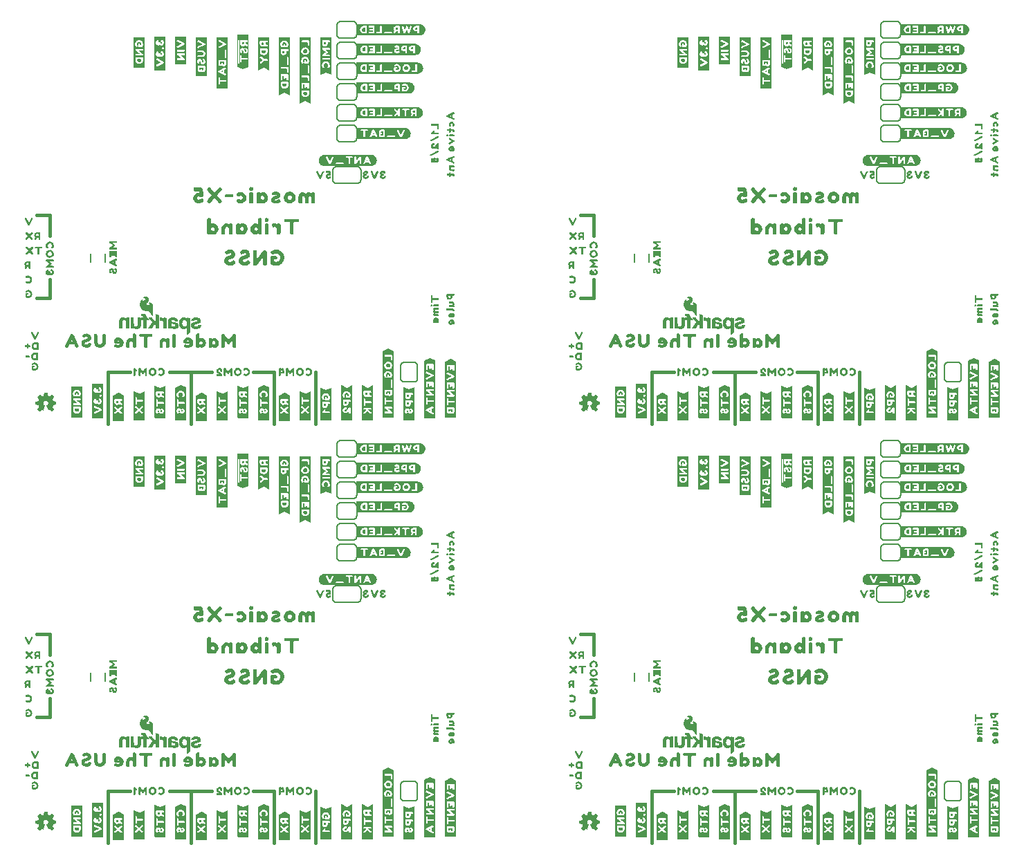
<source format=gbo>
G04 EAGLE Gerber RS-274X export*
G75*
%MOMM*%
%FSLAX34Y34*%
%LPD*%
%INSilkscreen Bottom*%
%IPPOS*%
%AMOC8*
5,1,8,0,0,1.08239X$1,22.5*%
G01*
%ADD10C,0.381000*%
%ADD11C,0.203200*%
%ADD12C,0.152400*%

G36*
X1186554Y1001534D02*
X1186554Y1001534D01*
X1186557Y1001531D01*
X1187957Y1001731D01*
X1187958Y1001732D01*
X1187958Y1001731D01*
X1188558Y1001831D01*
X1188564Y1001838D01*
X1188569Y1001835D01*
X1189269Y1002135D01*
X1189271Y1002137D01*
X1189272Y1002136D01*
X1190472Y1002736D01*
X1190475Y1002743D01*
X1190481Y1002742D01*
X1190981Y1003142D01*
X1190982Y1003146D01*
X1190985Y1003145D01*
X1191985Y1004145D01*
X1191986Y1004154D01*
X1191992Y1004155D01*
X1192292Y1004654D01*
X1192691Y1005253D01*
X1192691Y1005257D01*
X1192694Y1005258D01*
X1192994Y1005858D01*
X1192993Y1005865D01*
X1192997Y1005866D01*
X1193035Y1005999D01*
X1193049Y1006048D01*
X1193092Y1006196D01*
X1193134Y1006344D01*
X1193148Y1006393D01*
X1193190Y1006541D01*
X1193197Y1006566D01*
X1193196Y1006570D01*
X1193199Y1006572D01*
X1193299Y1007172D01*
X1193298Y1007173D01*
X1193299Y1007173D01*
X1193399Y1007873D01*
X1193396Y1007878D01*
X1193399Y1007880D01*
X1193399Y1009280D01*
X1193396Y1009285D01*
X1193399Y1009288D01*
X1193299Y1009888D01*
X1193295Y1009891D01*
X1193297Y1009894D01*
X1193097Y1010594D01*
X1193092Y1010598D01*
X1193094Y1010602D01*
X1192494Y1011802D01*
X1192490Y1011804D01*
X1192491Y1011807D01*
X1192091Y1012407D01*
X1192088Y1012408D01*
X1192088Y1012411D01*
X1191688Y1012911D01*
X1191684Y1012912D01*
X1191685Y1012915D01*
X1191185Y1013415D01*
X1191181Y1013415D01*
X1191181Y1013418D01*
X1190181Y1014218D01*
X1190173Y1014219D01*
X1190172Y1014224D01*
X1189572Y1014524D01*
X1189570Y1014524D01*
X1189569Y1014525D01*
X1188869Y1014825D01*
X1188866Y1014825D01*
X1188866Y1014827D01*
X1188266Y1015027D01*
X1188261Y1015025D01*
X1188259Y1015025D01*
X1188257Y1015029D01*
X1186857Y1015229D01*
X1186852Y1015226D01*
X1186850Y1015229D01*
X1186650Y1015229D01*
X1186614Y1015202D01*
X1186605Y1015199D01*
X1186593Y1015172D01*
X1186592Y1015174D01*
X1186581Y1015218D01*
X1186562Y1015214D01*
X1186550Y1015229D01*
X1108750Y1015229D01*
X1108703Y1015193D01*
X1108706Y1015189D01*
X1108703Y1015186D01*
X1108705Y1015183D01*
X1108701Y1015180D01*
X1108701Y1001580D01*
X1108737Y1001533D01*
X1108744Y1001538D01*
X1108750Y1001531D01*
X1186550Y1001531D01*
X1186554Y1001534D01*
G37*
G36*
X521074Y1001534D02*
X521074Y1001534D01*
X521077Y1001531D01*
X522477Y1001731D01*
X522478Y1001732D01*
X522478Y1001731D01*
X523078Y1001831D01*
X523084Y1001838D01*
X523089Y1001835D01*
X523789Y1002135D01*
X523791Y1002137D01*
X523792Y1002136D01*
X524992Y1002736D01*
X524995Y1002743D01*
X525001Y1002742D01*
X525501Y1003142D01*
X525502Y1003146D01*
X525505Y1003145D01*
X526505Y1004145D01*
X526506Y1004154D01*
X526512Y1004155D01*
X526812Y1004654D01*
X527211Y1005253D01*
X527211Y1005257D01*
X527214Y1005258D01*
X527514Y1005858D01*
X527513Y1005865D01*
X527517Y1005866D01*
X527555Y1005999D01*
X527569Y1006048D01*
X527612Y1006196D01*
X527654Y1006344D01*
X527668Y1006393D01*
X527710Y1006541D01*
X527717Y1006566D01*
X527716Y1006570D01*
X527719Y1006572D01*
X527819Y1007172D01*
X527818Y1007173D01*
X527819Y1007173D01*
X527919Y1007873D01*
X527916Y1007878D01*
X527919Y1007880D01*
X527919Y1009280D01*
X527916Y1009285D01*
X527919Y1009288D01*
X527819Y1009888D01*
X527815Y1009891D01*
X527817Y1009894D01*
X527617Y1010594D01*
X527612Y1010598D01*
X527614Y1010602D01*
X527014Y1011802D01*
X527010Y1011804D01*
X527011Y1011807D01*
X526611Y1012407D01*
X526608Y1012408D01*
X526608Y1012411D01*
X526208Y1012911D01*
X526204Y1012912D01*
X526205Y1012915D01*
X525705Y1013415D01*
X525701Y1013415D01*
X525701Y1013418D01*
X524701Y1014218D01*
X524693Y1014219D01*
X524692Y1014224D01*
X524092Y1014524D01*
X524090Y1014524D01*
X524089Y1014525D01*
X523389Y1014825D01*
X523386Y1014825D01*
X523386Y1014827D01*
X522786Y1015027D01*
X522781Y1015025D01*
X522779Y1015025D01*
X522777Y1015029D01*
X521377Y1015229D01*
X521372Y1015226D01*
X521370Y1015229D01*
X521170Y1015229D01*
X521134Y1015202D01*
X521125Y1015199D01*
X521113Y1015172D01*
X521112Y1015174D01*
X521101Y1015218D01*
X521082Y1015214D01*
X521070Y1015229D01*
X443270Y1015229D01*
X443223Y1015193D01*
X443226Y1015189D01*
X443223Y1015186D01*
X443225Y1015183D01*
X443221Y1015180D01*
X443221Y1001580D01*
X443257Y1001533D01*
X443264Y1001538D01*
X443270Y1001531D01*
X521070Y1001531D01*
X521074Y1001534D01*
G37*
G36*
X1186554Y488454D02*
X1186554Y488454D01*
X1186557Y488451D01*
X1187957Y488651D01*
X1187958Y488652D01*
X1187958Y488651D01*
X1188558Y488751D01*
X1188564Y488758D01*
X1188569Y488755D01*
X1189269Y489055D01*
X1189271Y489057D01*
X1189272Y489056D01*
X1190472Y489656D01*
X1190475Y489663D01*
X1190481Y489662D01*
X1190981Y490062D01*
X1190982Y490066D01*
X1190985Y490065D01*
X1191985Y491065D01*
X1191986Y491074D01*
X1191992Y491075D01*
X1192292Y491574D01*
X1192691Y492173D01*
X1192691Y492177D01*
X1192694Y492178D01*
X1192994Y492778D01*
X1192993Y492785D01*
X1192997Y492786D01*
X1193035Y492919D01*
X1193049Y492968D01*
X1193092Y493116D01*
X1193134Y493264D01*
X1193148Y493313D01*
X1193190Y493461D01*
X1193197Y493486D01*
X1193196Y493490D01*
X1193199Y493492D01*
X1193299Y494092D01*
X1193298Y494093D01*
X1193299Y494093D01*
X1193399Y494793D01*
X1193396Y494798D01*
X1193399Y494800D01*
X1193399Y496200D01*
X1193396Y496205D01*
X1193399Y496208D01*
X1193299Y496808D01*
X1193295Y496811D01*
X1193297Y496814D01*
X1193097Y497514D01*
X1193092Y497518D01*
X1193094Y497522D01*
X1192494Y498722D01*
X1192490Y498724D01*
X1192491Y498727D01*
X1192091Y499327D01*
X1192088Y499328D01*
X1192088Y499331D01*
X1191688Y499831D01*
X1191684Y499832D01*
X1191685Y499835D01*
X1191185Y500335D01*
X1191181Y500335D01*
X1191181Y500338D01*
X1190181Y501138D01*
X1190173Y501139D01*
X1190172Y501144D01*
X1189572Y501444D01*
X1189570Y501444D01*
X1189569Y501445D01*
X1188869Y501745D01*
X1188866Y501745D01*
X1188866Y501747D01*
X1188266Y501947D01*
X1188261Y501945D01*
X1188259Y501945D01*
X1188257Y501949D01*
X1186857Y502149D01*
X1186852Y502146D01*
X1186850Y502149D01*
X1186650Y502149D01*
X1186614Y502122D01*
X1186605Y502119D01*
X1186593Y502092D01*
X1186592Y502094D01*
X1186581Y502138D01*
X1186562Y502134D01*
X1186550Y502149D01*
X1108750Y502149D01*
X1108703Y502113D01*
X1108706Y502109D01*
X1108703Y502106D01*
X1108705Y502103D01*
X1108701Y502100D01*
X1108701Y488500D01*
X1108737Y488453D01*
X1108744Y488458D01*
X1108750Y488451D01*
X1186550Y488451D01*
X1186554Y488454D01*
G37*
G36*
X521074Y488454D02*
X521074Y488454D01*
X521077Y488451D01*
X522477Y488651D01*
X522478Y488652D01*
X522478Y488651D01*
X523078Y488751D01*
X523084Y488758D01*
X523089Y488755D01*
X523789Y489055D01*
X523791Y489057D01*
X523792Y489056D01*
X524992Y489656D01*
X524995Y489663D01*
X525001Y489662D01*
X525501Y490062D01*
X525502Y490066D01*
X525505Y490065D01*
X526505Y491065D01*
X526506Y491074D01*
X526512Y491075D01*
X526812Y491574D01*
X527211Y492173D01*
X527211Y492177D01*
X527214Y492178D01*
X527514Y492778D01*
X527513Y492785D01*
X527517Y492786D01*
X527555Y492919D01*
X527569Y492968D01*
X527612Y493116D01*
X527654Y493264D01*
X527668Y493313D01*
X527710Y493461D01*
X527717Y493486D01*
X527716Y493490D01*
X527719Y493492D01*
X527819Y494092D01*
X527818Y494093D01*
X527819Y494093D01*
X527919Y494793D01*
X527916Y494798D01*
X527919Y494800D01*
X527919Y496200D01*
X527916Y496205D01*
X527919Y496208D01*
X527819Y496808D01*
X527815Y496811D01*
X527817Y496814D01*
X527617Y497514D01*
X527612Y497518D01*
X527614Y497522D01*
X527014Y498722D01*
X527010Y498724D01*
X527011Y498727D01*
X526611Y499327D01*
X526608Y499328D01*
X526608Y499331D01*
X526208Y499831D01*
X526204Y499832D01*
X526205Y499835D01*
X525705Y500335D01*
X525701Y500335D01*
X525701Y500338D01*
X524701Y501138D01*
X524693Y501139D01*
X524692Y501144D01*
X524092Y501444D01*
X524090Y501444D01*
X524089Y501445D01*
X523389Y501745D01*
X523386Y501745D01*
X523386Y501747D01*
X522786Y501947D01*
X522781Y501945D01*
X522779Y501945D01*
X522777Y501949D01*
X521377Y502149D01*
X521372Y502146D01*
X521370Y502149D01*
X521170Y502149D01*
X521134Y502122D01*
X521125Y502119D01*
X521113Y502092D01*
X521112Y502094D01*
X521101Y502138D01*
X521082Y502134D01*
X521070Y502149D01*
X443270Y502149D01*
X443223Y502113D01*
X443226Y502109D01*
X443223Y502106D01*
X443225Y502103D01*
X443221Y502100D01*
X443221Y488500D01*
X443257Y488453D01*
X443264Y488458D01*
X443270Y488451D01*
X521070Y488451D01*
X521074Y488454D01*
G37*
G36*
X1154601Y20527D02*
X1154601Y20527D01*
X1154615Y20525D01*
X1154915Y20825D01*
X1154917Y20837D01*
X1154923Y20842D01*
X1154918Y20849D01*
X1154919Y20852D01*
X1154929Y20860D01*
X1154929Y100760D01*
X1154926Y100764D01*
X1154929Y100767D01*
X1154829Y101467D01*
X1154804Y101491D01*
X1154802Y101504D01*
X1148202Y104804D01*
X1148176Y104799D01*
X1148164Y104807D01*
X1147564Y104607D01*
X1147561Y104602D01*
X1147558Y104604D01*
X1141458Y101504D01*
X1141447Y101482D01*
X1141434Y101478D01*
X1141234Y100978D01*
X1141238Y100965D01*
X1141231Y100960D01*
X1141231Y98060D01*
X1141261Y98020D01*
X1141263Y98014D01*
X1141289Y98004D01*
X1141288Y98004D01*
X1141240Y97989D01*
X1141245Y97971D01*
X1141231Y97960D01*
X1141231Y20860D01*
X1141250Y20834D01*
X1141250Y20821D01*
X1141650Y20521D01*
X1141672Y20521D01*
X1141680Y20511D01*
X1154580Y20511D01*
X1154601Y20527D01*
G37*
G36*
X1154601Y533607D02*
X1154601Y533607D01*
X1154615Y533605D01*
X1154915Y533905D01*
X1154917Y533917D01*
X1154923Y533922D01*
X1154918Y533929D01*
X1154919Y533932D01*
X1154929Y533940D01*
X1154929Y613840D01*
X1154926Y613844D01*
X1154929Y613847D01*
X1154829Y614547D01*
X1154804Y614571D01*
X1154802Y614584D01*
X1148202Y617884D01*
X1148176Y617879D01*
X1148164Y617887D01*
X1147564Y617687D01*
X1147561Y617682D01*
X1147558Y617684D01*
X1141458Y614584D01*
X1141447Y614562D01*
X1141434Y614558D01*
X1141234Y614058D01*
X1141238Y614045D01*
X1141231Y614040D01*
X1141231Y611140D01*
X1141261Y611100D01*
X1141263Y611094D01*
X1141289Y611084D01*
X1141288Y611084D01*
X1141240Y611069D01*
X1141245Y611051D01*
X1141231Y611040D01*
X1141231Y533940D01*
X1141250Y533914D01*
X1141250Y533901D01*
X1141650Y533601D01*
X1141672Y533601D01*
X1141680Y533591D01*
X1154580Y533591D01*
X1154601Y533607D01*
G37*
G36*
X489121Y533607D02*
X489121Y533607D01*
X489135Y533605D01*
X489435Y533905D01*
X489437Y533917D01*
X489443Y533922D01*
X489438Y533929D01*
X489439Y533932D01*
X489449Y533940D01*
X489449Y613840D01*
X489446Y613844D01*
X489449Y613847D01*
X489349Y614547D01*
X489324Y614571D01*
X489322Y614584D01*
X482722Y617884D01*
X482696Y617879D01*
X482684Y617887D01*
X482084Y617687D01*
X482081Y617682D01*
X482078Y617684D01*
X475978Y614584D01*
X475967Y614562D01*
X475954Y614558D01*
X475754Y614058D01*
X475758Y614045D01*
X475751Y614040D01*
X475751Y611140D01*
X475781Y611100D01*
X475783Y611094D01*
X475809Y611084D01*
X475808Y611084D01*
X475760Y611069D01*
X475765Y611051D01*
X475751Y611040D01*
X475751Y533940D01*
X475770Y533914D01*
X475770Y533901D01*
X476170Y533601D01*
X476192Y533601D01*
X476200Y533591D01*
X489100Y533591D01*
X489121Y533607D01*
G37*
G36*
X489121Y20527D02*
X489121Y20527D01*
X489135Y20525D01*
X489435Y20825D01*
X489437Y20837D01*
X489443Y20842D01*
X489438Y20849D01*
X489439Y20852D01*
X489449Y20860D01*
X489449Y100760D01*
X489446Y100764D01*
X489449Y100767D01*
X489349Y101467D01*
X489324Y101491D01*
X489322Y101504D01*
X482722Y104804D01*
X482696Y104799D01*
X482684Y104807D01*
X482084Y104607D01*
X482081Y104602D01*
X482078Y104604D01*
X475978Y101504D01*
X475967Y101482D01*
X475954Y101478D01*
X475754Y100978D01*
X475758Y100965D01*
X475751Y100960D01*
X475751Y98060D01*
X475781Y98020D01*
X475783Y98014D01*
X475809Y98004D01*
X475808Y98004D01*
X475760Y97989D01*
X475765Y97971D01*
X475751Y97960D01*
X475751Y20860D01*
X475770Y20834D01*
X475770Y20821D01*
X476170Y20521D01*
X476192Y20521D01*
X476200Y20511D01*
X489100Y20511D01*
X489121Y20527D01*
G37*
G36*
X518704Y441464D02*
X518704Y441464D01*
X518707Y441461D01*
X519407Y441561D01*
X519408Y441562D01*
X519408Y441561D01*
X520008Y441661D01*
X520011Y441665D01*
X520014Y441663D01*
X520714Y441863D01*
X520718Y441868D01*
X520722Y441866D01*
X521922Y442466D01*
X521924Y442470D01*
X521927Y442469D01*
X522527Y442869D01*
X522528Y442872D01*
X522531Y442872D01*
X523031Y443272D01*
X523032Y443276D01*
X523035Y443275D01*
X523535Y443775D01*
X523535Y443779D01*
X523538Y443779D01*
X523938Y444279D01*
X523939Y444283D01*
X523941Y444283D01*
X524341Y444883D01*
X524341Y444887D01*
X524344Y444888D01*
X524644Y445488D01*
X524643Y445493D01*
X524647Y445494D01*
X525047Y446694D01*
X525045Y446701D01*
X525049Y446703D01*
X525249Y448103D01*
X525246Y448108D01*
X525249Y448110D01*
X525249Y448810D01*
X525246Y448815D01*
X525249Y448818D01*
X525149Y449418D01*
X525049Y450117D01*
X525044Y450122D01*
X525047Y450126D01*
X524847Y450726D01*
X524844Y450727D01*
X524845Y450729D01*
X524545Y451429D01*
X524537Y451434D01*
X524538Y451441D01*
X524140Y451939D01*
X523741Y452537D01*
X523738Y452538D01*
X523738Y452541D01*
X523338Y453041D01*
X523334Y453042D01*
X523335Y453045D01*
X522835Y453545D01*
X522831Y453545D01*
X522831Y453548D01*
X522331Y453948D01*
X522323Y453949D01*
X522322Y453954D01*
X520522Y454854D01*
X520511Y454852D01*
X520507Y454859D01*
X519807Y454959D01*
X519108Y455059D01*
X518508Y455159D01*
X518503Y455156D01*
X518500Y455159D01*
X443900Y455159D01*
X443891Y455152D01*
X443888Y455152D01*
X443882Y455156D01*
X443382Y454956D01*
X443366Y454929D01*
X443353Y454919D01*
X443356Y454914D01*
X443351Y454910D01*
X443351Y442110D01*
X443354Y442105D01*
X443351Y442102D01*
X443451Y441502D01*
X443495Y441461D01*
X443498Y441464D01*
X443500Y441461D01*
X518700Y441461D01*
X518704Y441464D01*
G37*
G36*
X518704Y954544D02*
X518704Y954544D01*
X518707Y954541D01*
X519407Y954641D01*
X519408Y954642D01*
X519408Y954641D01*
X520008Y954741D01*
X520011Y954745D01*
X520014Y954743D01*
X520714Y954943D01*
X520718Y954948D01*
X520722Y954946D01*
X521922Y955546D01*
X521924Y955550D01*
X521927Y955549D01*
X522527Y955949D01*
X522528Y955952D01*
X522531Y955952D01*
X523031Y956352D01*
X523032Y956356D01*
X523035Y956355D01*
X523535Y956855D01*
X523535Y956859D01*
X523538Y956859D01*
X523938Y957359D01*
X523939Y957363D01*
X523941Y957363D01*
X524341Y957963D01*
X524341Y957967D01*
X524344Y957968D01*
X524644Y958568D01*
X524643Y958573D01*
X524647Y958574D01*
X525047Y959774D01*
X525045Y959781D01*
X525049Y959783D01*
X525249Y961183D01*
X525246Y961188D01*
X525249Y961190D01*
X525249Y961890D01*
X525246Y961895D01*
X525249Y961898D01*
X525149Y962498D01*
X525049Y963197D01*
X525044Y963202D01*
X525047Y963206D01*
X524847Y963806D01*
X524844Y963807D01*
X524845Y963809D01*
X524545Y964509D01*
X524537Y964514D01*
X524538Y964521D01*
X524140Y965019D01*
X523741Y965617D01*
X523738Y965618D01*
X523738Y965621D01*
X523338Y966121D01*
X523334Y966122D01*
X523335Y966125D01*
X522835Y966625D01*
X522831Y966625D01*
X522831Y966628D01*
X522331Y967028D01*
X522323Y967029D01*
X522322Y967034D01*
X520522Y967934D01*
X520511Y967932D01*
X520507Y967939D01*
X519807Y968039D01*
X519108Y968139D01*
X518508Y968239D01*
X518503Y968236D01*
X518500Y968239D01*
X443900Y968239D01*
X443891Y968232D01*
X443888Y968232D01*
X443882Y968236D01*
X443382Y968036D01*
X443366Y968009D01*
X443353Y967999D01*
X443356Y967994D01*
X443351Y967990D01*
X443351Y955190D01*
X443354Y955185D01*
X443351Y955182D01*
X443451Y954582D01*
X443495Y954541D01*
X443498Y954544D01*
X443500Y954541D01*
X518700Y954541D01*
X518704Y954544D01*
G37*
G36*
X1184184Y441464D02*
X1184184Y441464D01*
X1184187Y441461D01*
X1184887Y441561D01*
X1184888Y441562D01*
X1184888Y441561D01*
X1185488Y441661D01*
X1185491Y441665D01*
X1185494Y441663D01*
X1186194Y441863D01*
X1186198Y441868D01*
X1186202Y441866D01*
X1187402Y442466D01*
X1187404Y442470D01*
X1187407Y442469D01*
X1188007Y442869D01*
X1188008Y442872D01*
X1188011Y442872D01*
X1188511Y443272D01*
X1188512Y443276D01*
X1188515Y443275D01*
X1189015Y443775D01*
X1189015Y443779D01*
X1189018Y443779D01*
X1189418Y444279D01*
X1189419Y444283D01*
X1189421Y444283D01*
X1189821Y444883D01*
X1189821Y444887D01*
X1189824Y444888D01*
X1190124Y445488D01*
X1190123Y445493D01*
X1190127Y445494D01*
X1190527Y446694D01*
X1190525Y446701D01*
X1190529Y446703D01*
X1190729Y448103D01*
X1190726Y448108D01*
X1190729Y448110D01*
X1190729Y448810D01*
X1190726Y448815D01*
X1190729Y448818D01*
X1190629Y449418D01*
X1190529Y450117D01*
X1190524Y450122D01*
X1190527Y450126D01*
X1190327Y450726D01*
X1190324Y450727D01*
X1190325Y450729D01*
X1190025Y451429D01*
X1190017Y451434D01*
X1190018Y451441D01*
X1189620Y451939D01*
X1189221Y452537D01*
X1189218Y452538D01*
X1189218Y452541D01*
X1188818Y453041D01*
X1188814Y453042D01*
X1188815Y453045D01*
X1188315Y453545D01*
X1188311Y453545D01*
X1188311Y453548D01*
X1187811Y453948D01*
X1187803Y453949D01*
X1187802Y453954D01*
X1186002Y454854D01*
X1185991Y454852D01*
X1185987Y454859D01*
X1185287Y454959D01*
X1184588Y455059D01*
X1183988Y455159D01*
X1183983Y455156D01*
X1183980Y455159D01*
X1109380Y455159D01*
X1109371Y455152D01*
X1109368Y455152D01*
X1109362Y455156D01*
X1108862Y454956D01*
X1108846Y454929D01*
X1108833Y454919D01*
X1108836Y454914D01*
X1108831Y454910D01*
X1108831Y442110D01*
X1108834Y442105D01*
X1108831Y442102D01*
X1108931Y441502D01*
X1108975Y441461D01*
X1108978Y441464D01*
X1108980Y441461D01*
X1184180Y441461D01*
X1184184Y441464D01*
G37*
G36*
X1184184Y954544D02*
X1184184Y954544D01*
X1184187Y954541D01*
X1184887Y954641D01*
X1184888Y954642D01*
X1184888Y954641D01*
X1185488Y954741D01*
X1185491Y954745D01*
X1185494Y954743D01*
X1186194Y954943D01*
X1186198Y954948D01*
X1186202Y954946D01*
X1187402Y955546D01*
X1187404Y955550D01*
X1187407Y955549D01*
X1188007Y955949D01*
X1188008Y955952D01*
X1188011Y955952D01*
X1188511Y956352D01*
X1188512Y956356D01*
X1188515Y956355D01*
X1189015Y956855D01*
X1189015Y956859D01*
X1189018Y956859D01*
X1189418Y957359D01*
X1189419Y957363D01*
X1189421Y957363D01*
X1189821Y957963D01*
X1189821Y957967D01*
X1189824Y957968D01*
X1190124Y958568D01*
X1190123Y958573D01*
X1190127Y958574D01*
X1190527Y959774D01*
X1190525Y959781D01*
X1190529Y959783D01*
X1190729Y961183D01*
X1190726Y961188D01*
X1190729Y961190D01*
X1190729Y961890D01*
X1190726Y961895D01*
X1190729Y961898D01*
X1190629Y962498D01*
X1190529Y963197D01*
X1190524Y963202D01*
X1190527Y963206D01*
X1190327Y963806D01*
X1190324Y963807D01*
X1190325Y963809D01*
X1190025Y964509D01*
X1190017Y964514D01*
X1190018Y964521D01*
X1189620Y965019D01*
X1189221Y965617D01*
X1189218Y965618D01*
X1189218Y965621D01*
X1188818Y966121D01*
X1188814Y966122D01*
X1188815Y966125D01*
X1188315Y966625D01*
X1188311Y966625D01*
X1188311Y966628D01*
X1187811Y967028D01*
X1187803Y967029D01*
X1187802Y967034D01*
X1186002Y967934D01*
X1185991Y967932D01*
X1185987Y967939D01*
X1185287Y968039D01*
X1184588Y968139D01*
X1183988Y968239D01*
X1183983Y968236D01*
X1183980Y968239D01*
X1109380Y968239D01*
X1109371Y968232D01*
X1109368Y968232D01*
X1109362Y968236D01*
X1108862Y968036D01*
X1108846Y968009D01*
X1108833Y967999D01*
X1108836Y967994D01*
X1108831Y967990D01*
X1108831Y955190D01*
X1108834Y955185D01*
X1108831Y955182D01*
X1108931Y954582D01*
X1108975Y954541D01*
X1108978Y954544D01*
X1108980Y954541D01*
X1184180Y954541D01*
X1184184Y954544D01*
G37*
G36*
X1039788Y917583D02*
X1039788Y917583D01*
X1039802Y917576D01*
X1046480Y920865D01*
X1053158Y917576D01*
X1053217Y917587D01*
X1053214Y917603D01*
X1053228Y917610D01*
X1053328Y918110D01*
X1053325Y918117D01*
X1053329Y918120D01*
X1053329Y999320D01*
X1053293Y999367D01*
X1053286Y999362D01*
X1053280Y999369D01*
X1039680Y999369D01*
X1039633Y999333D01*
X1039638Y999326D01*
X1039631Y999320D01*
X1039631Y918020D01*
X1039636Y918013D01*
X1039632Y918008D01*
X1039732Y917608D01*
X1039779Y917571D01*
X1039788Y917583D01*
G37*
G36*
X374308Y917583D02*
X374308Y917583D01*
X374322Y917576D01*
X381000Y920865D01*
X387678Y917576D01*
X387737Y917587D01*
X387734Y917603D01*
X387748Y917610D01*
X387848Y918110D01*
X387845Y918117D01*
X387849Y918120D01*
X387849Y999320D01*
X387813Y999367D01*
X387806Y999362D01*
X387800Y999369D01*
X374200Y999369D01*
X374153Y999333D01*
X374158Y999326D01*
X374151Y999320D01*
X374151Y918020D01*
X374156Y918013D01*
X374152Y918008D01*
X374252Y917608D01*
X374299Y917571D01*
X374308Y917583D01*
G37*
G36*
X374308Y404503D02*
X374308Y404503D01*
X374322Y404496D01*
X381000Y407785D01*
X387678Y404496D01*
X387737Y404507D01*
X387734Y404523D01*
X387748Y404530D01*
X387848Y405030D01*
X387845Y405037D01*
X387849Y405040D01*
X387849Y486240D01*
X387813Y486287D01*
X387806Y486282D01*
X387800Y486289D01*
X374200Y486289D01*
X374153Y486253D01*
X374158Y486246D01*
X374151Y486240D01*
X374151Y404940D01*
X374156Y404933D01*
X374152Y404928D01*
X374252Y404528D01*
X374299Y404491D01*
X374308Y404503D01*
G37*
G36*
X1039788Y404503D02*
X1039788Y404503D01*
X1039802Y404496D01*
X1046480Y407785D01*
X1053158Y404496D01*
X1053217Y404507D01*
X1053214Y404523D01*
X1053228Y404530D01*
X1053328Y405030D01*
X1053325Y405037D01*
X1053329Y405040D01*
X1053329Y486240D01*
X1053293Y486287D01*
X1053286Y486282D01*
X1053280Y486289D01*
X1039680Y486289D01*
X1039633Y486253D01*
X1039638Y486246D01*
X1039631Y486240D01*
X1039631Y404940D01*
X1039636Y404933D01*
X1039632Y404928D01*
X1039732Y404528D01*
X1039779Y404491D01*
X1039788Y404503D01*
G37*
G36*
X1183984Y899934D02*
X1183984Y899934D01*
X1183987Y899931D01*
X1184687Y900031D01*
X1184691Y900035D01*
X1184694Y900033D01*
X1185394Y900233D01*
X1185395Y900234D01*
X1185396Y900233D01*
X1185996Y900433D01*
X1185999Y900438D01*
X1186002Y900436D01*
X1187202Y901036D01*
X1187204Y901040D01*
X1187207Y901039D01*
X1187807Y901439D01*
X1187808Y901442D01*
X1187811Y901442D01*
X1188311Y901842D01*
X1188313Y901849D01*
X1188318Y901849D01*
X1188718Y902349D01*
X1188719Y902353D01*
X1188721Y902353D01*
X1189521Y903553D01*
X1189521Y903557D01*
X1189524Y903558D01*
X1189824Y904158D01*
X1189823Y904163D01*
X1189827Y904164D01*
X1190027Y904764D01*
X1190026Y904766D01*
X1190027Y904766D01*
X1190035Y904793D01*
X1190077Y904941D01*
X1190091Y904990D01*
X1190133Y905138D01*
X1190134Y905138D01*
X1190133Y905138D01*
X1190176Y905286D01*
X1190190Y905335D01*
X1190227Y905466D01*
X1190226Y905470D01*
X1190229Y905472D01*
X1190329Y906072D01*
X1190326Y906077D01*
X1190329Y906080D01*
X1190329Y907480D01*
X1190326Y907484D01*
X1190329Y907487D01*
X1190229Y908187D01*
X1190224Y908192D01*
X1190227Y908196D01*
X1189827Y909396D01*
X1189824Y909397D01*
X1189825Y909399D01*
X1189525Y910099D01*
X1189517Y910104D01*
X1189518Y910111D01*
X1189120Y910609D01*
X1188721Y911207D01*
X1188718Y911208D01*
X1188718Y911211D01*
X1188318Y911711D01*
X1188311Y911713D01*
X1188311Y911718D01*
X1187811Y912118D01*
X1187807Y912119D01*
X1187807Y912121D01*
X1187207Y912521D01*
X1187203Y912521D01*
X1187202Y912524D01*
X1186002Y913124D01*
X1185997Y913123D01*
X1185996Y913127D01*
X1185396Y913327D01*
X1185394Y913326D01*
X1185394Y913327D01*
X1184694Y913527D01*
X1184689Y913526D01*
X1184687Y913529D01*
X1183987Y913629D01*
X1183982Y913626D01*
X1183980Y913629D01*
X1183580Y913629D01*
X1183540Y913599D01*
X1183534Y913597D01*
X1183524Y913571D01*
X1183508Y913621D01*
X1183491Y913615D01*
X1183480Y913629D01*
X1109680Y913629D01*
X1109671Y913622D01*
X1109662Y913616D01*
X1109650Y913619D01*
X1109250Y913319D01*
X1109245Y913300D01*
X1109233Y913291D01*
X1109237Y913285D01*
X1109231Y913280D01*
X1109231Y900480D01*
X1109239Y900469D01*
X1109234Y900462D01*
X1109434Y899962D01*
X1109475Y899937D01*
X1109480Y899931D01*
X1183980Y899931D01*
X1183984Y899934D01*
G37*
G36*
X1183984Y386854D02*
X1183984Y386854D01*
X1183987Y386851D01*
X1184687Y386951D01*
X1184691Y386955D01*
X1184694Y386953D01*
X1185394Y387153D01*
X1185395Y387154D01*
X1185396Y387153D01*
X1185996Y387353D01*
X1185999Y387358D01*
X1186002Y387356D01*
X1187202Y387956D01*
X1187204Y387960D01*
X1187207Y387959D01*
X1187807Y388359D01*
X1187808Y388362D01*
X1187811Y388362D01*
X1188311Y388762D01*
X1188313Y388769D01*
X1188318Y388769D01*
X1188718Y389269D01*
X1188719Y389273D01*
X1188721Y389273D01*
X1189521Y390473D01*
X1189521Y390477D01*
X1189524Y390478D01*
X1189824Y391078D01*
X1189823Y391083D01*
X1189827Y391084D01*
X1190027Y391684D01*
X1190026Y391686D01*
X1190027Y391686D01*
X1190035Y391713D01*
X1190077Y391861D01*
X1190091Y391910D01*
X1190133Y392058D01*
X1190134Y392058D01*
X1190133Y392058D01*
X1190176Y392206D01*
X1190190Y392255D01*
X1190227Y392386D01*
X1190226Y392390D01*
X1190229Y392392D01*
X1190329Y392992D01*
X1190326Y392997D01*
X1190329Y393000D01*
X1190329Y394400D01*
X1190326Y394404D01*
X1190329Y394407D01*
X1190229Y395107D01*
X1190224Y395112D01*
X1190227Y395116D01*
X1189827Y396316D01*
X1189824Y396317D01*
X1189825Y396319D01*
X1189525Y397019D01*
X1189517Y397024D01*
X1189518Y397031D01*
X1189120Y397529D01*
X1188721Y398127D01*
X1188718Y398128D01*
X1188718Y398131D01*
X1188318Y398631D01*
X1188311Y398633D01*
X1188311Y398638D01*
X1187811Y399038D01*
X1187807Y399039D01*
X1187807Y399041D01*
X1187207Y399441D01*
X1187203Y399441D01*
X1187202Y399444D01*
X1186002Y400044D01*
X1185997Y400043D01*
X1185996Y400047D01*
X1185396Y400247D01*
X1185394Y400246D01*
X1185394Y400247D01*
X1184694Y400447D01*
X1184689Y400446D01*
X1184687Y400449D01*
X1183987Y400549D01*
X1183982Y400546D01*
X1183980Y400549D01*
X1183580Y400549D01*
X1183540Y400519D01*
X1183534Y400517D01*
X1183524Y400491D01*
X1183508Y400541D01*
X1183491Y400535D01*
X1183480Y400549D01*
X1109680Y400549D01*
X1109671Y400542D01*
X1109662Y400536D01*
X1109650Y400539D01*
X1109250Y400239D01*
X1109245Y400220D01*
X1109233Y400211D01*
X1109237Y400205D01*
X1109231Y400200D01*
X1109231Y387400D01*
X1109239Y387389D01*
X1109234Y387382D01*
X1109434Y386882D01*
X1109475Y386857D01*
X1109480Y386851D01*
X1183980Y386851D01*
X1183984Y386854D01*
G37*
G36*
X518504Y899934D02*
X518504Y899934D01*
X518507Y899931D01*
X519207Y900031D01*
X519211Y900035D01*
X519214Y900033D01*
X519914Y900233D01*
X519915Y900234D01*
X519916Y900233D01*
X520516Y900433D01*
X520519Y900438D01*
X520522Y900436D01*
X521722Y901036D01*
X521724Y901040D01*
X521727Y901039D01*
X522327Y901439D01*
X522328Y901442D01*
X522331Y901442D01*
X522831Y901842D01*
X522833Y901849D01*
X522838Y901849D01*
X523238Y902349D01*
X523239Y902353D01*
X523241Y902353D01*
X524041Y903553D01*
X524041Y903557D01*
X524044Y903558D01*
X524344Y904158D01*
X524343Y904163D01*
X524347Y904164D01*
X524547Y904764D01*
X524546Y904766D01*
X524547Y904766D01*
X524555Y904793D01*
X524597Y904941D01*
X524611Y904990D01*
X524653Y905138D01*
X524654Y905138D01*
X524653Y905138D01*
X524696Y905286D01*
X524710Y905335D01*
X524747Y905466D01*
X524746Y905470D01*
X524749Y905472D01*
X524849Y906072D01*
X524846Y906077D01*
X524849Y906080D01*
X524849Y907480D01*
X524846Y907484D01*
X524849Y907487D01*
X524749Y908187D01*
X524744Y908192D01*
X524747Y908196D01*
X524347Y909396D01*
X524344Y909397D01*
X524345Y909399D01*
X524045Y910099D01*
X524037Y910104D01*
X524038Y910111D01*
X523640Y910609D01*
X523241Y911207D01*
X523238Y911208D01*
X523238Y911211D01*
X522838Y911711D01*
X522831Y911713D01*
X522831Y911718D01*
X522331Y912118D01*
X522327Y912119D01*
X522327Y912121D01*
X521727Y912521D01*
X521723Y912521D01*
X521722Y912524D01*
X520522Y913124D01*
X520517Y913123D01*
X520516Y913127D01*
X519916Y913327D01*
X519914Y913326D01*
X519914Y913327D01*
X519214Y913527D01*
X519209Y913526D01*
X519207Y913529D01*
X518507Y913629D01*
X518502Y913626D01*
X518500Y913629D01*
X518100Y913629D01*
X518060Y913599D01*
X518054Y913597D01*
X518044Y913571D01*
X518028Y913621D01*
X518011Y913615D01*
X518000Y913629D01*
X444200Y913629D01*
X444191Y913622D01*
X444182Y913616D01*
X444170Y913619D01*
X443770Y913319D01*
X443765Y913300D01*
X443753Y913291D01*
X443757Y913285D01*
X443751Y913280D01*
X443751Y900480D01*
X443759Y900469D01*
X443754Y900462D01*
X443954Y899962D01*
X443995Y899937D01*
X444000Y899931D01*
X518500Y899931D01*
X518504Y899934D01*
G37*
G36*
X518504Y386854D02*
X518504Y386854D01*
X518507Y386851D01*
X519207Y386951D01*
X519211Y386955D01*
X519214Y386953D01*
X519914Y387153D01*
X519915Y387154D01*
X519916Y387153D01*
X520516Y387353D01*
X520519Y387358D01*
X520522Y387356D01*
X521722Y387956D01*
X521724Y387960D01*
X521727Y387959D01*
X522327Y388359D01*
X522328Y388362D01*
X522331Y388362D01*
X522831Y388762D01*
X522833Y388769D01*
X522838Y388769D01*
X523238Y389269D01*
X523239Y389273D01*
X523241Y389273D01*
X524041Y390473D01*
X524041Y390477D01*
X524044Y390478D01*
X524344Y391078D01*
X524343Y391083D01*
X524347Y391084D01*
X524547Y391684D01*
X524546Y391686D01*
X524547Y391686D01*
X524555Y391713D01*
X524597Y391861D01*
X524611Y391910D01*
X524653Y392058D01*
X524654Y392058D01*
X524653Y392058D01*
X524696Y392206D01*
X524710Y392255D01*
X524747Y392386D01*
X524746Y392390D01*
X524749Y392392D01*
X524849Y392992D01*
X524846Y392997D01*
X524849Y393000D01*
X524849Y394400D01*
X524846Y394404D01*
X524849Y394407D01*
X524749Y395107D01*
X524744Y395112D01*
X524747Y395116D01*
X524347Y396316D01*
X524344Y396317D01*
X524345Y396319D01*
X524045Y397019D01*
X524037Y397024D01*
X524038Y397031D01*
X523640Y397529D01*
X523241Y398127D01*
X523238Y398128D01*
X523238Y398131D01*
X522838Y398631D01*
X522831Y398633D01*
X522831Y398638D01*
X522331Y399038D01*
X522327Y399039D01*
X522327Y399041D01*
X521727Y399441D01*
X521723Y399441D01*
X521722Y399444D01*
X520522Y400044D01*
X520517Y400043D01*
X520516Y400047D01*
X519916Y400247D01*
X519914Y400246D01*
X519914Y400247D01*
X519214Y400447D01*
X519209Y400446D01*
X519207Y400449D01*
X518507Y400549D01*
X518502Y400546D01*
X518500Y400549D01*
X518100Y400549D01*
X518060Y400519D01*
X518054Y400517D01*
X518044Y400491D01*
X518028Y400541D01*
X518011Y400535D01*
X518000Y400549D01*
X444200Y400549D01*
X444191Y400542D01*
X444182Y400536D01*
X444170Y400539D01*
X443770Y400239D01*
X443765Y400220D01*
X443753Y400211D01*
X443757Y400205D01*
X443751Y400200D01*
X443751Y387400D01*
X443759Y387389D01*
X443754Y387382D01*
X443954Y386882D01*
X443995Y386857D01*
X444000Y386851D01*
X518500Y386851D01*
X518504Y386854D01*
G37*
G36*
X1181114Y977404D02*
X1181114Y977404D01*
X1181117Y977401D01*
X1182517Y977601D01*
X1182518Y977602D01*
X1182518Y977601D01*
X1183118Y977701D01*
X1183121Y977705D01*
X1183124Y977703D01*
X1183824Y977903D01*
X1183828Y977908D01*
X1183832Y977906D01*
X1184432Y978206D01*
X1184435Y978213D01*
X1184441Y978212D01*
X1184939Y978610D01*
X1185537Y979009D01*
X1185538Y979012D01*
X1185541Y979012D01*
X1186041Y979412D01*
X1186043Y979419D01*
X1186048Y979419D01*
X1186448Y979919D01*
X1186449Y979923D01*
X1186451Y979923D01*
X1187251Y981123D01*
X1187251Y981127D01*
X1187254Y981128D01*
X1187554Y981728D01*
X1187553Y981733D01*
X1187557Y981734D01*
X1187757Y982334D01*
X1187755Y982341D01*
X1187759Y982343D01*
X1187959Y983743D01*
X1187956Y983748D01*
X1187959Y983750D01*
X1187959Y985050D01*
X1187956Y985054D01*
X1187959Y985057D01*
X1187859Y985757D01*
X1187854Y985762D01*
X1187857Y985766D01*
X1187657Y986365D01*
X1187457Y987064D01*
X1187452Y987068D01*
X1187454Y987072D01*
X1187154Y987672D01*
X1187147Y987675D01*
X1187148Y987681D01*
X1186750Y988179D01*
X1186351Y988777D01*
X1186344Y988780D01*
X1186345Y988785D01*
X1185845Y989285D01*
X1185841Y989285D01*
X1185841Y989288D01*
X1185341Y989688D01*
X1185337Y989689D01*
X1185337Y989691D01*
X1184737Y990091D01*
X1184733Y990091D01*
X1184732Y990094D01*
X1183532Y990694D01*
X1183527Y990693D01*
X1183526Y990697D01*
X1182926Y990897D01*
X1182921Y990895D01*
X1182919Y990895D01*
X1182917Y990899D01*
X1181517Y991099D01*
X1181512Y991096D01*
X1181510Y991099D01*
X1109410Y991099D01*
X1109401Y991092D01*
X1109392Y991086D01*
X1109380Y991089D01*
X1108980Y990789D01*
X1108975Y990770D01*
X1108963Y990761D01*
X1108967Y990755D01*
X1108961Y990750D01*
X1108961Y977850D01*
X1108974Y977832D01*
X1108971Y977820D01*
X1109271Y977420D01*
X1109302Y977412D01*
X1109310Y977401D01*
X1181110Y977401D01*
X1181114Y977404D01*
G37*
G36*
X1181114Y464324D02*
X1181114Y464324D01*
X1181117Y464321D01*
X1182517Y464521D01*
X1182518Y464522D01*
X1182518Y464521D01*
X1183118Y464621D01*
X1183121Y464625D01*
X1183124Y464623D01*
X1183824Y464823D01*
X1183828Y464828D01*
X1183832Y464826D01*
X1184432Y465126D01*
X1184435Y465133D01*
X1184441Y465132D01*
X1184939Y465530D01*
X1185537Y465929D01*
X1185538Y465932D01*
X1185541Y465932D01*
X1186041Y466332D01*
X1186043Y466339D01*
X1186048Y466339D01*
X1186448Y466839D01*
X1186449Y466843D01*
X1186451Y466843D01*
X1187251Y468043D01*
X1187251Y468047D01*
X1187254Y468048D01*
X1187554Y468648D01*
X1187553Y468653D01*
X1187557Y468654D01*
X1187757Y469254D01*
X1187755Y469261D01*
X1187759Y469263D01*
X1187959Y470663D01*
X1187956Y470668D01*
X1187959Y470670D01*
X1187959Y471970D01*
X1187956Y471974D01*
X1187959Y471977D01*
X1187859Y472677D01*
X1187854Y472682D01*
X1187857Y472686D01*
X1187657Y473285D01*
X1187457Y473984D01*
X1187452Y473988D01*
X1187454Y473992D01*
X1187154Y474592D01*
X1187147Y474595D01*
X1187148Y474601D01*
X1186750Y475099D01*
X1186351Y475697D01*
X1186344Y475700D01*
X1186345Y475705D01*
X1185845Y476205D01*
X1185841Y476205D01*
X1185841Y476208D01*
X1185341Y476608D01*
X1185337Y476609D01*
X1185337Y476611D01*
X1184737Y477011D01*
X1184733Y477011D01*
X1184732Y477014D01*
X1183532Y477614D01*
X1183527Y477613D01*
X1183526Y477617D01*
X1182926Y477817D01*
X1182921Y477815D01*
X1182919Y477815D01*
X1182917Y477819D01*
X1181517Y478019D01*
X1181512Y478016D01*
X1181510Y478019D01*
X1109410Y478019D01*
X1109401Y478012D01*
X1109392Y478006D01*
X1109380Y478009D01*
X1108980Y477709D01*
X1108975Y477690D01*
X1108963Y477681D01*
X1108967Y477675D01*
X1108961Y477670D01*
X1108961Y464770D01*
X1108974Y464752D01*
X1108971Y464740D01*
X1109271Y464340D01*
X1109302Y464332D01*
X1109310Y464321D01*
X1181110Y464321D01*
X1181114Y464324D01*
G37*
G36*
X515634Y464324D02*
X515634Y464324D01*
X515637Y464321D01*
X517037Y464521D01*
X517038Y464522D01*
X517038Y464521D01*
X517638Y464621D01*
X517641Y464625D01*
X517644Y464623D01*
X518344Y464823D01*
X518348Y464828D01*
X518352Y464826D01*
X518952Y465126D01*
X518955Y465133D01*
X518961Y465132D01*
X519459Y465530D01*
X520057Y465929D01*
X520058Y465932D01*
X520061Y465932D01*
X520561Y466332D01*
X520563Y466339D01*
X520568Y466339D01*
X520968Y466839D01*
X520969Y466843D01*
X520971Y466843D01*
X521771Y468043D01*
X521771Y468047D01*
X521774Y468048D01*
X522074Y468648D01*
X522073Y468653D01*
X522077Y468654D01*
X522277Y469254D01*
X522275Y469261D01*
X522279Y469263D01*
X522479Y470663D01*
X522476Y470668D01*
X522479Y470670D01*
X522479Y471970D01*
X522476Y471974D01*
X522479Y471977D01*
X522379Y472677D01*
X522374Y472682D01*
X522377Y472686D01*
X522177Y473285D01*
X521977Y473984D01*
X521972Y473988D01*
X521974Y473992D01*
X521674Y474592D01*
X521667Y474595D01*
X521668Y474601D01*
X521270Y475099D01*
X520871Y475697D01*
X520864Y475700D01*
X520865Y475705D01*
X520365Y476205D01*
X520361Y476205D01*
X520361Y476208D01*
X519861Y476608D01*
X519857Y476609D01*
X519857Y476611D01*
X519257Y477011D01*
X519253Y477011D01*
X519252Y477014D01*
X518052Y477614D01*
X518047Y477613D01*
X518046Y477617D01*
X517446Y477817D01*
X517441Y477815D01*
X517439Y477815D01*
X517437Y477819D01*
X516037Y478019D01*
X516032Y478016D01*
X516030Y478019D01*
X443930Y478019D01*
X443921Y478012D01*
X443912Y478006D01*
X443900Y478009D01*
X443500Y477709D01*
X443495Y477690D01*
X443483Y477681D01*
X443487Y477675D01*
X443481Y477670D01*
X443481Y464770D01*
X443494Y464752D01*
X443491Y464740D01*
X443791Y464340D01*
X443822Y464332D01*
X443830Y464321D01*
X515630Y464321D01*
X515634Y464324D01*
G37*
G36*
X515634Y977404D02*
X515634Y977404D01*
X515637Y977401D01*
X517037Y977601D01*
X517038Y977602D01*
X517038Y977601D01*
X517638Y977701D01*
X517641Y977705D01*
X517644Y977703D01*
X518344Y977903D01*
X518348Y977908D01*
X518352Y977906D01*
X518952Y978206D01*
X518955Y978213D01*
X518961Y978212D01*
X519459Y978610D01*
X520057Y979009D01*
X520058Y979012D01*
X520061Y979012D01*
X520561Y979412D01*
X520563Y979419D01*
X520568Y979419D01*
X520968Y979919D01*
X520969Y979923D01*
X520971Y979923D01*
X521771Y981123D01*
X521771Y981127D01*
X521774Y981128D01*
X522074Y981728D01*
X522073Y981733D01*
X522077Y981734D01*
X522277Y982334D01*
X522275Y982341D01*
X522279Y982343D01*
X522479Y983743D01*
X522476Y983748D01*
X522479Y983750D01*
X522479Y985050D01*
X522476Y985054D01*
X522479Y985057D01*
X522379Y985757D01*
X522374Y985762D01*
X522377Y985766D01*
X522177Y986365D01*
X521977Y987064D01*
X521972Y987068D01*
X521974Y987072D01*
X521674Y987672D01*
X521667Y987675D01*
X521668Y987681D01*
X521270Y988179D01*
X520871Y988777D01*
X520864Y988780D01*
X520865Y988785D01*
X520365Y989285D01*
X520361Y989285D01*
X520361Y989288D01*
X519861Y989688D01*
X519857Y989689D01*
X519857Y989691D01*
X519257Y990091D01*
X519253Y990091D01*
X519252Y990094D01*
X518052Y990694D01*
X518047Y990693D01*
X518046Y990697D01*
X517446Y990897D01*
X517441Y990895D01*
X517439Y990895D01*
X517437Y990899D01*
X516037Y991099D01*
X516032Y991096D01*
X516030Y991099D01*
X443930Y991099D01*
X443921Y991092D01*
X443912Y991086D01*
X443900Y991089D01*
X443500Y990789D01*
X443495Y990770D01*
X443483Y990761D01*
X443487Y990755D01*
X443481Y990750D01*
X443481Y977850D01*
X443494Y977832D01*
X443491Y977820D01*
X443791Y977420D01*
X443822Y977412D01*
X443830Y977401D01*
X515630Y977401D01*
X515634Y977404D01*
G37*
G36*
X1205523Y532373D02*
X1205523Y532373D01*
X1205527Y532374D01*
X1205727Y532974D01*
X1205723Y532985D01*
X1205729Y532990D01*
X1205729Y602690D01*
X1205715Y602708D01*
X1205718Y602721D01*
X1205318Y603221D01*
X1205304Y603224D01*
X1205302Y603234D01*
X1199302Y606234D01*
X1199286Y606231D01*
X1199280Y606239D01*
X1198580Y606239D01*
X1198567Y606230D01*
X1198558Y606234D01*
X1192558Y603234D01*
X1192555Y603227D01*
X1192549Y603228D01*
X1192049Y602828D01*
X1192042Y602798D01*
X1192031Y602790D01*
X1192031Y532490D01*
X1192067Y532443D01*
X1192070Y532445D01*
X1192072Y532441D01*
X1192672Y532341D01*
X1192677Y532344D01*
X1192680Y532341D01*
X1205480Y532341D01*
X1205523Y532373D01*
G37*
G36*
X540043Y532373D02*
X540043Y532373D01*
X540047Y532374D01*
X540247Y532974D01*
X540243Y532985D01*
X540249Y532990D01*
X540249Y602690D01*
X540235Y602708D01*
X540238Y602721D01*
X539838Y603221D01*
X539824Y603224D01*
X539822Y603234D01*
X533822Y606234D01*
X533806Y606231D01*
X533800Y606239D01*
X533100Y606239D01*
X533087Y606230D01*
X533078Y606234D01*
X527078Y603234D01*
X527075Y603227D01*
X527069Y603228D01*
X526569Y602828D01*
X526562Y602798D01*
X526551Y602790D01*
X526551Y532490D01*
X526587Y532443D01*
X526590Y532445D01*
X526592Y532441D01*
X527192Y532341D01*
X527197Y532344D01*
X527200Y532341D01*
X540000Y532341D01*
X540043Y532373D01*
G37*
G36*
X1205523Y19293D02*
X1205523Y19293D01*
X1205527Y19294D01*
X1205727Y19894D01*
X1205723Y19905D01*
X1205729Y19910D01*
X1205729Y89610D01*
X1205715Y89628D01*
X1205718Y89641D01*
X1205318Y90141D01*
X1205304Y90144D01*
X1205302Y90154D01*
X1199302Y93154D01*
X1199286Y93151D01*
X1199280Y93159D01*
X1198580Y93159D01*
X1198567Y93150D01*
X1198558Y93154D01*
X1192558Y90154D01*
X1192555Y90147D01*
X1192549Y90148D01*
X1192049Y89748D01*
X1192042Y89718D01*
X1192031Y89710D01*
X1192031Y19410D01*
X1192067Y19363D01*
X1192070Y19365D01*
X1192072Y19361D01*
X1192672Y19261D01*
X1192677Y19264D01*
X1192680Y19261D01*
X1205480Y19261D01*
X1205523Y19293D01*
G37*
G36*
X540043Y19293D02*
X540043Y19293D01*
X540047Y19294D01*
X540247Y19894D01*
X540243Y19905D01*
X540249Y19910D01*
X540249Y89610D01*
X540235Y89628D01*
X540238Y89641D01*
X539838Y90141D01*
X539824Y90144D01*
X539822Y90154D01*
X533822Y93154D01*
X533806Y93151D01*
X533800Y93159D01*
X533100Y93159D01*
X533087Y93150D01*
X533078Y93154D01*
X527078Y90154D01*
X527075Y90147D01*
X527069Y90148D01*
X526569Y89748D01*
X526562Y89718D01*
X526551Y89710D01*
X526551Y19410D01*
X526587Y19363D01*
X526590Y19365D01*
X526592Y19361D01*
X527192Y19261D01*
X527197Y19264D01*
X527200Y19261D01*
X540000Y19261D01*
X540043Y19293D01*
G37*
G36*
X1230923Y20293D02*
X1230923Y20293D01*
X1230927Y20294D01*
X1231127Y20894D01*
X1231123Y20905D01*
X1231129Y20910D01*
X1231129Y88610D01*
X1231115Y88628D01*
X1231118Y88641D01*
X1230718Y89141D01*
X1230704Y89144D01*
X1230702Y89154D01*
X1224702Y92154D01*
X1224686Y92151D01*
X1224680Y92159D01*
X1223980Y92159D01*
X1223967Y92150D01*
X1223958Y92154D01*
X1217958Y89154D01*
X1217955Y89147D01*
X1217949Y89148D01*
X1217449Y88748D01*
X1217445Y88733D01*
X1217443Y88732D01*
X1217444Y88730D01*
X1217442Y88718D01*
X1217431Y88710D01*
X1217431Y20510D01*
X1217463Y20467D01*
X1217464Y20463D01*
X1218064Y20263D01*
X1218075Y20267D01*
X1218080Y20261D01*
X1230880Y20261D01*
X1230923Y20293D01*
G37*
G36*
X565443Y20293D02*
X565443Y20293D01*
X565447Y20294D01*
X565647Y20894D01*
X565643Y20905D01*
X565649Y20910D01*
X565649Y88610D01*
X565635Y88628D01*
X565638Y88641D01*
X565238Y89141D01*
X565224Y89144D01*
X565222Y89154D01*
X559222Y92154D01*
X559206Y92151D01*
X559200Y92159D01*
X558500Y92159D01*
X558487Y92150D01*
X558478Y92154D01*
X552478Y89154D01*
X552475Y89147D01*
X552469Y89148D01*
X551969Y88748D01*
X551965Y88733D01*
X551963Y88732D01*
X551964Y88730D01*
X551962Y88718D01*
X551951Y88710D01*
X551951Y20510D01*
X551983Y20467D01*
X551984Y20463D01*
X552584Y20263D01*
X552595Y20267D01*
X552600Y20261D01*
X565400Y20261D01*
X565443Y20293D01*
G37*
G36*
X565443Y533373D02*
X565443Y533373D01*
X565447Y533374D01*
X565647Y533974D01*
X565643Y533985D01*
X565649Y533990D01*
X565649Y601690D01*
X565635Y601708D01*
X565638Y601721D01*
X565238Y602221D01*
X565224Y602224D01*
X565222Y602234D01*
X559222Y605234D01*
X559206Y605231D01*
X559200Y605239D01*
X558500Y605239D01*
X558487Y605230D01*
X558478Y605234D01*
X552478Y602234D01*
X552475Y602227D01*
X552469Y602228D01*
X551969Y601828D01*
X551965Y601813D01*
X551963Y601812D01*
X551964Y601810D01*
X551962Y601798D01*
X551951Y601790D01*
X551951Y533590D01*
X551983Y533547D01*
X551984Y533543D01*
X552584Y533343D01*
X552595Y533347D01*
X552600Y533341D01*
X565400Y533341D01*
X565443Y533373D01*
G37*
G36*
X1230923Y533373D02*
X1230923Y533373D01*
X1230927Y533374D01*
X1231127Y533974D01*
X1231123Y533985D01*
X1231129Y533990D01*
X1231129Y601690D01*
X1231115Y601708D01*
X1231118Y601721D01*
X1230718Y602221D01*
X1230704Y602224D01*
X1230702Y602234D01*
X1224702Y605234D01*
X1224686Y605231D01*
X1224680Y605239D01*
X1223980Y605239D01*
X1223967Y605230D01*
X1223958Y605234D01*
X1217958Y602234D01*
X1217955Y602227D01*
X1217949Y602228D01*
X1217449Y601828D01*
X1217445Y601813D01*
X1217443Y601812D01*
X1217444Y601810D01*
X1217442Y601798D01*
X1217431Y601790D01*
X1217431Y533590D01*
X1217463Y533547D01*
X1217464Y533543D01*
X1218064Y533343D01*
X1218075Y533347D01*
X1218080Y533341D01*
X1230880Y533341D01*
X1230923Y533373D01*
G37*
G36*
X1173704Y930414D02*
X1173704Y930414D01*
X1173707Y930411D01*
X1174407Y930511D01*
X1174408Y930512D01*
X1174408Y930511D01*
X1175008Y930611D01*
X1175011Y930615D01*
X1175014Y930613D01*
X1175714Y930813D01*
X1175718Y930818D01*
X1175722Y930816D01*
X1176922Y931416D01*
X1176924Y931420D01*
X1176927Y931419D01*
X1177527Y931819D01*
X1177528Y931822D01*
X1177531Y931822D01*
X1178031Y932222D01*
X1178032Y932226D01*
X1178035Y932225D01*
X1178535Y932725D01*
X1178535Y932729D01*
X1178538Y932729D01*
X1178938Y933229D01*
X1178939Y933233D01*
X1178941Y933233D01*
X1179341Y933833D01*
X1179341Y933837D01*
X1179344Y933838D01*
X1179644Y934438D01*
X1179643Y934443D01*
X1179647Y934444D01*
X1180047Y935644D01*
X1180045Y935651D01*
X1180049Y935653D01*
X1180249Y937053D01*
X1180246Y937058D01*
X1180249Y937060D01*
X1180249Y937760D01*
X1180246Y937765D01*
X1180249Y937768D01*
X1180149Y938368D01*
X1180145Y938371D01*
X1180147Y938374D01*
X1179947Y939074D01*
X1179946Y939075D01*
X1179947Y939076D01*
X1179747Y939675D01*
X1179547Y940374D01*
X1179536Y940382D01*
X1179538Y940391D01*
X1179140Y940889D01*
X1178741Y941487D01*
X1178738Y941488D01*
X1178738Y941491D01*
X1178338Y941991D01*
X1178334Y941992D01*
X1178335Y941995D01*
X1177835Y942495D01*
X1177828Y942496D01*
X1177827Y942501D01*
X1177227Y942901D01*
X1177226Y942901D01*
X1177225Y942902D01*
X1176725Y943202D01*
X1176722Y943202D01*
X1176722Y943204D01*
X1176122Y943504D01*
X1176120Y943504D01*
X1176119Y943505D01*
X1175419Y943805D01*
X1175411Y943803D01*
X1175408Y943809D01*
X1174808Y943909D01*
X1174807Y943908D01*
X1174807Y943909D01*
X1173407Y944109D01*
X1173402Y944106D01*
X1173400Y944109D01*
X1109700Y944109D01*
X1109691Y944102D01*
X1109687Y944102D01*
X1109682Y944106D01*
X1109182Y943906D01*
X1109166Y943879D01*
X1109153Y943869D01*
X1109156Y943864D01*
X1109151Y943860D01*
X1109151Y931060D01*
X1109154Y931055D01*
X1109151Y931052D01*
X1109251Y930452D01*
X1109295Y930411D01*
X1109298Y930414D01*
X1109300Y930411D01*
X1173700Y930411D01*
X1173704Y930414D01*
G37*
G36*
X508224Y930414D02*
X508224Y930414D01*
X508227Y930411D01*
X508927Y930511D01*
X508928Y930512D01*
X508928Y930511D01*
X509528Y930611D01*
X509531Y930615D01*
X509534Y930613D01*
X510234Y930813D01*
X510238Y930818D01*
X510242Y930816D01*
X511442Y931416D01*
X511444Y931420D01*
X511447Y931419D01*
X512047Y931819D01*
X512048Y931822D01*
X512051Y931822D01*
X512551Y932222D01*
X512552Y932226D01*
X512555Y932225D01*
X513055Y932725D01*
X513055Y932729D01*
X513058Y932729D01*
X513458Y933229D01*
X513459Y933233D01*
X513461Y933233D01*
X513861Y933833D01*
X513861Y933837D01*
X513864Y933838D01*
X514164Y934438D01*
X514163Y934443D01*
X514167Y934444D01*
X514567Y935644D01*
X514565Y935651D01*
X514569Y935653D01*
X514769Y937053D01*
X514766Y937058D01*
X514769Y937060D01*
X514769Y937760D01*
X514766Y937765D01*
X514769Y937768D01*
X514669Y938368D01*
X514665Y938371D01*
X514667Y938374D01*
X514467Y939074D01*
X514466Y939075D01*
X514467Y939076D01*
X514267Y939675D01*
X514067Y940374D01*
X514056Y940382D01*
X514058Y940391D01*
X513660Y940889D01*
X513261Y941487D01*
X513258Y941488D01*
X513258Y941491D01*
X512858Y941991D01*
X512854Y941992D01*
X512855Y941995D01*
X512355Y942495D01*
X512348Y942496D01*
X512347Y942501D01*
X511747Y942901D01*
X511746Y942901D01*
X511745Y942902D01*
X511245Y943202D01*
X511242Y943202D01*
X511242Y943204D01*
X510642Y943504D01*
X510640Y943504D01*
X510639Y943505D01*
X509939Y943805D01*
X509931Y943803D01*
X509928Y943809D01*
X509328Y943909D01*
X509327Y943908D01*
X509327Y943909D01*
X507927Y944109D01*
X507922Y944106D01*
X507920Y944109D01*
X444220Y944109D01*
X444211Y944102D01*
X444207Y944102D01*
X444202Y944106D01*
X443702Y943906D01*
X443686Y943879D01*
X443673Y943869D01*
X443676Y943864D01*
X443671Y943860D01*
X443671Y931060D01*
X443674Y931055D01*
X443671Y931052D01*
X443771Y930452D01*
X443815Y930411D01*
X443818Y930414D01*
X443820Y930411D01*
X508220Y930411D01*
X508224Y930414D01*
G37*
G36*
X1173704Y417334D02*
X1173704Y417334D01*
X1173707Y417331D01*
X1174407Y417431D01*
X1174408Y417432D01*
X1174408Y417431D01*
X1175008Y417531D01*
X1175011Y417535D01*
X1175014Y417533D01*
X1175714Y417733D01*
X1175718Y417738D01*
X1175722Y417736D01*
X1176922Y418336D01*
X1176924Y418340D01*
X1176927Y418339D01*
X1177527Y418739D01*
X1177528Y418742D01*
X1177531Y418742D01*
X1178031Y419142D01*
X1178032Y419146D01*
X1178035Y419145D01*
X1178535Y419645D01*
X1178535Y419649D01*
X1178538Y419649D01*
X1178938Y420149D01*
X1178939Y420153D01*
X1178941Y420153D01*
X1179341Y420753D01*
X1179341Y420757D01*
X1179344Y420758D01*
X1179644Y421358D01*
X1179643Y421363D01*
X1179647Y421364D01*
X1180047Y422564D01*
X1180045Y422571D01*
X1180049Y422573D01*
X1180249Y423973D01*
X1180246Y423978D01*
X1180249Y423980D01*
X1180249Y424680D01*
X1180246Y424685D01*
X1180249Y424688D01*
X1180149Y425288D01*
X1180145Y425291D01*
X1180147Y425294D01*
X1179947Y425994D01*
X1179946Y425995D01*
X1179947Y425996D01*
X1179747Y426595D01*
X1179547Y427294D01*
X1179536Y427302D01*
X1179538Y427311D01*
X1179140Y427809D01*
X1178741Y428407D01*
X1178738Y428408D01*
X1178738Y428411D01*
X1178338Y428911D01*
X1178334Y428912D01*
X1178335Y428915D01*
X1177835Y429415D01*
X1177828Y429416D01*
X1177827Y429421D01*
X1177227Y429821D01*
X1177226Y429821D01*
X1177225Y429822D01*
X1176725Y430122D01*
X1176722Y430122D01*
X1176722Y430124D01*
X1176122Y430424D01*
X1176120Y430424D01*
X1176119Y430425D01*
X1175419Y430725D01*
X1175411Y430723D01*
X1175408Y430729D01*
X1174808Y430829D01*
X1174807Y430828D01*
X1174807Y430829D01*
X1173407Y431029D01*
X1173402Y431026D01*
X1173400Y431029D01*
X1109700Y431029D01*
X1109691Y431022D01*
X1109687Y431022D01*
X1109682Y431026D01*
X1109182Y430826D01*
X1109166Y430799D01*
X1109153Y430789D01*
X1109156Y430784D01*
X1109151Y430780D01*
X1109151Y417980D01*
X1109154Y417975D01*
X1109151Y417972D01*
X1109251Y417372D01*
X1109295Y417331D01*
X1109298Y417334D01*
X1109300Y417331D01*
X1173700Y417331D01*
X1173704Y417334D01*
G37*
G36*
X508224Y417334D02*
X508224Y417334D01*
X508227Y417331D01*
X508927Y417431D01*
X508928Y417432D01*
X508928Y417431D01*
X509528Y417531D01*
X509531Y417535D01*
X509534Y417533D01*
X510234Y417733D01*
X510238Y417738D01*
X510242Y417736D01*
X511442Y418336D01*
X511444Y418340D01*
X511447Y418339D01*
X512047Y418739D01*
X512048Y418742D01*
X512051Y418742D01*
X512551Y419142D01*
X512552Y419146D01*
X512555Y419145D01*
X513055Y419645D01*
X513055Y419649D01*
X513058Y419649D01*
X513458Y420149D01*
X513459Y420153D01*
X513461Y420153D01*
X513861Y420753D01*
X513861Y420757D01*
X513864Y420758D01*
X514164Y421358D01*
X514163Y421363D01*
X514167Y421364D01*
X514567Y422564D01*
X514565Y422571D01*
X514569Y422573D01*
X514769Y423973D01*
X514766Y423978D01*
X514769Y423980D01*
X514769Y424680D01*
X514766Y424685D01*
X514769Y424688D01*
X514669Y425288D01*
X514665Y425291D01*
X514667Y425294D01*
X514467Y425994D01*
X514466Y425995D01*
X514467Y425996D01*
X514267Y426595D01*
X514067Y427294D01*
X514056Y427302D01*
X514058Y427311D01*
X513660Y427809D01*
X513261Y428407D01*
X513258Y428408D01*
X513258Y428411D01*
X512858Y428911D01*
X512854Y428912D01*
X512855Y428915D01*
X512355Y429415D01*
X512348Y429416D01*
X512347Y429421D01*
X511747Y429821D01*
X511746Y429821D01*
X511745Y429822D01*
X511245Y430122D01*
X511242Y430122D01*
X511242Y430124D01*
X510642Y430424D01*
X510640Y430424D01*
X510639Y430425D01*
X509939Y430725D01*
X509931Y430723D01*
X509928Y430729D01*
X509328Y430829D01*
X509327Y430828D01*
X509327Y430829D01*
X507927Y431029D01*
X507922Y431026D01*
X507920Y431029D01*
X444220Y431029D01*
X444211Y431022D01*
X444207Y431022D01*
X444202Y431026D01*
X443702Y430826D01*
X443686Y430799D01*
X443673Y430789D01*
X443676Y430784D01*
X443671Y430780D01*
X443671Y417980D01*
X443674Y417975D01*
X443671Y417972D01*
X443771Y417372D01*
X443815Y417331D01*
X443818Y417334D01*
X443820Y417331D01*
X508220Y417331D01*
X508224Y417334D01*
G37*
G36*
X1014387Y928063D02*
X1014387Y928063D01*
X1014402Y928056D01*
X1021080Y931345D01*
X1027758Y928056D01*
X1027817Y928067D01*
X1027814Y928083D01*
X1027828Y928090D01*
X1027928Y928590D01*
X1027925Y928597D01*
X1027929Y928600D01*
X1027929Y999000D01*
X1027893Y999047D01*
X1027886Y999042D01*
X1027880Y999049D01*
X1014280Y999049D01*
X1014233Y999013D01*
X1014238Y999006D01*
X1014231Y999000D01*
X1014231Y928600D01*
X1014235Y928594D01*
X1014232Y928590D01*
X1014332Y928090D01*
X1014376Y928051D01*
X1014387Y928063D01*
G37*
G36*
X1014387Y414983D02*
X1014387Y414983D01*
X1014402Y414976D01*
X1021080Y418265D01*
X1027758Y414976D01*
X1027817Y414987D01*
X1027814Y415003D01*
X1027828Y415010D01*
X1027928Y415510D01*
X1027925Y415517D01*
X1027929Y415520D01*
X1027929Y485920D01*
X1027893Y485967D01*
X1027886Y485962D01*
X1027880Y485969D01*
X1014280Y485969D01*
X1014233Y485933D01*
X1014238Y485926D01*
X1014231Y485920D01*
X1014231Y415520D01*
X1014235Y415514D01*
X1014232Y415510D01*
X1014332Y415010D01*
X1014376Y414971D01*
X1014387Y414983D01*
G37*
G36*
X348907Y414983D02*
X348907Y414983D01*
X348922Y414976D01*
X355600Y418265D01*
X362278Y414976D01*
X362337Y414987D01*
X362334Y415003D01*
X362348Y415010D01*
X362448Y415510D01*
X362445Y415517D01*
X362449Y415520D01*
X362449Y485920D01*
X362413Y485967D01*
X362406Y485962D01*
X362400Y485969D01*
X348800Y485969D01*
X348753Y485933D01*
X348758Y485926D01*
X348751Y485920D01*
X348751Y415520D01*
X348755Y415514D01*
X348752Y415510D01*
X348852Y415010D01*
X348896Y414971D01*
X348907Y414983D01*
G37*
G36*
X348907Y928063D02*
X348907Y928063D01*
X348922Y928056D01*
X355600Y931345D01*
X362278Y928056D01*
X362337Y928067D01*
X362334Y928083D01*
X362348Y928090D01*
X362448Y928590D01*
X362445Y928597D01*
X362449Y928600D01*
X362449Y999000D01*
X362413Y999047D01*
X362406Y999042D01*
X362400Y999049D01*
X348800Y999049D01*
X348753Y999013D01*
X348758Y999006D01*
X348751Y999000D01*
X348751Y928600D01*
X348755Y928594D01*
X348752Y928590D01*
X348852Y928090D01*
X348896Y928051D01*
X348907Y928063D01*
G37*
G36*
X1127655Y328434D02*
X1127655Y328434D01*
X1127658Y328431D01*
X1128258Y328531D01*
X1128261Y328535D01*
X1128264Y328533D01*
X1128964Y328733D01*
X1128965Y328734D01*
X1128966Y328733D01*
X1129565Y328933D01*
X1130264Y329133D01*
X1130272Y329144D01*
X1130281Y329142D01*
X1130779Y329540D01*
X1131377Y329939D01*
X1131378Y329942D01*
X1131381Y329942D01*
X1131881Y330342D01*
X1131882Y330346D01*
X1131885Y330345D01*
X1132385Y330845D01*
X1132385Y330849D01*
X1132388Y330849D01*
X1132788Y331349D01*
X1132789Y331357D01*
X1132794Y331358D01*
X1133394Y332558D01*
X1133394Y332560D01*
X1133395Y332561D01*
X1133695Y333261D01*
X1133693Y333269D01*
X1133699Y333272D01*
X1133798Y333869D01*
X1133816Y333933D01*
X1133817Y333933D01*
X1133816Y333933D01*
X1133859Y334081D01*
X1133873Y334130D01*
X1133915Y334278D01*
X1133957Y334426D01*
X1133971Y334475D01*
X1133997Y334566D01*
X1133995Y334572D01*
X1133997Y334574D01*
X1133995Y334577D01*
X1133999Y334580D01*
X1133999Y335880D01*
X1133996Y335884D01*
X1133999Y335887D01*
X1133899Y336587D01*
X1133895Y336591D01*
X1133897Y336594D01*
X1133697Y337294D01*
X1133696Y337295D01*
X1133697Y337296D01*
X1133497Y337896D01*
X1133492Y337899D01*
X1133494Y337902D01*
X1133194Y338502D01*
X1133190Y338504D01*
X1133191Y338507D01*
X1132791Y339107D01*
X1132788Y339108D01*
X1132788Y339111D01*
X1131988Y340111D01*
X1131984Y340112D01*
X1131985Y340115D01*
X1131485Y340615D01*
X1131478Y340616D01*
X1131477Y340621D01*
X1130877Y341021D01*
X1130873Y341021D01*
X1130872Y341024D01*
X1129672Y341624D01*
X1129667Y341623D01*
X1129666Y341627D01*
X1129066Y341827D01*
X1129064Y341826D01*
X1129064Y341827D01*
X1128364Y342027D01*
X1128359Y342026D01*
X1128357Y342029D01*
X1127657Y342129D01*
X1127652Y342126D01*
X1127650Y342129D01*
X1069550Y342129D01*
X1069545Y342126D01*
X1069542Y342129D01*
X1068942Y342029D01*
X1068243Y341929D01*
X1068240Y341925D01*
X1068239Y341925D01*
X1068236Y341927D01*
X1067536Y341727D01*
X1067532Y341722D01*
X1067528Y341724D01*
X1066328Y341124D01*
X1066325Y341117D01*
X1066319Y341118D01*
X1065819Y340718D01*
X1065818Y340714D01*
X1065815Y340715D01*
X1065317Y340217D01*
X1064819Y339818D01*
X1064817Y339808D01*
X1064809Y339807D01*
X1064410Y339209D01*
X1064012Y338711D01*
X1064011Y338701D01*
X1064005Y338699D01*
X1063705Y338001D01*
X1063406Y337402D01*
X1063408Y337392D01*
X1063401Y337388D01*
X1063301Y336788D01*
X1063302Y336787D01*
X1063301Y336787D01*
X1063101Y335387D01*
X1063104Y335382D01*
X1063101Y335380D01*
X1063101Y334680D01*
X1063104Y334675D01*
X1063101Y334672D01*
X1063201Y334072D01*
X1063205Y334069D01*
X1063203Y334066D01*
X1063403Y333366D01*
X1063404Y333365D01*
X1063403Y333364D01*
X1063603Y332764D01*
X1063608Y332761D01*
X1063606Y332758D01*
X1064206Y331558D01*
X1064210Y331556D01*
X1064209Y331553D01*
X1064609Y330953D01*
X1064616Y330950D01*
X1064615Y330945D01*
X1065115Y330445D01*
X1065119Y330445D01*
X1065119Y330442D01*
X1066119Y329642D01*
X1066123Y329641D01*
X1066123Y329639D01*
X1066723Y329239D01*
X1066727Y329239D01*
X1066728Y329236D01*
X1067328Y328936D01*
X1067335Y328937D01*
X1067336Y328933D01*
X1068035Y328733D01*
X1068634Y328533D01*
X1068645Y328537D01*
X1068650Y328531D01*
X1069347Y328531D01*
X1070043Y328431D01*
X1070048Y328434D01*
X1070050Y328431D01*
X1127650Y328431D01*
X1127655Y328434D01*
G37*
G36*
X462175Y328434D02*
X462175Y328434D01*
X462178Y328431D01*
X462778Y328531D01*
X462781Y328535D01*
X462784Y328533D01*
X463484Y328733D01*
X463485Y328734D01*
X463486Y328733D01*
X464085Y328933D01*
X464784Y329133D01*
X464792Y329144D01*
X464801Y329142D01*
X465299Y329540D01*
X465897Y329939D01*
X465898Y329942D01*
X465901Y329942D01*
X466401Y330342D01*
X466402Y330346D01*
X466405Y330345D01*
X466905Y330845D01*
X466905Y330849D01*
X466908Y330849D01*
X467308Y331349D01*
X467309Y331357D01*
X467314Y331358D01*
X467914Y332558D01*
X467914Y332560D01*
X467915Y332561D01*
X468215Y333261D01*
X468213Y333269D01*
X468219Y333272D01*
X468318Y333869D01*
X468336Y333933D01*
X468337Y333933D01*
X468336Y333933D01*
X468379Y334081D01*
X468393Y334130D01*
X468435Y334278D01*
X468477Y334426D01*
X468491Y334475D01*
X468517Y334566D01*
X468515Y334572D01*
X468517Y334574D01*
X468515Y334577D01*
X468519Y334580D01*
X468519Y335880D01*
X468516Y335884D01*
X468519Y335887D01*
X468419Y336587D01*
X468415Y336591D01*
X468417Y336594D01*
X468217Y337294D01*
X468216Y337295D01*
X468217Y337296D01*
X468017Y337896D01*
X468012Y337899D01*
X468014Y337902D01*
X467714Y338502D01*
X467710Y338504D01*
X467711Y338507D01*
X467311Y339107D01*
X467308Y339108D01*
X467308Y339111D01*
X466508Y340111D01*
X466504Y340112D01*
X466505Y340115D01*
X466005Y340615D01*
X465998Y340616D01*
X465997Y340621D01*
X465397Y341021D01*
X465393Y341021D01*
X465392Y341024D01*
X464192Y341624D01*
X464187Y341623D01*
X464186Y341627D01*
X463586Y341827D01*
X463584Y341826D01*
X463584Y341827D01*
X462884Y342027D01*
X462879Y342026D01*
X462877Y342029D01*
X462177Y342129D01*
X462172Y342126D01*
X462170Y342129D01*
X404070Y342129D01*
X404065Y342126D01*
X404062Y342129D01*
X403462Y342029D01*
X402763Y341929D01*
X402760Y341925D01*
X402759Y341925D01*
X402756Y341927D01*
X402056Y341727D01*
X402052Y341722D01*
X402048Y341724D01*
X400848Y341124D01*
X400845Y341117D01*
X400839Y341118D01*
X400339Y340718D01*
X400338Y340714D01*
X400335Y340715D01*
X399837Y340217D01*
X399339Y339818D01*
X399337Y339808D01*
X399329Y339807D01*
X398930Y339209D01*
X398532Y338711D01*
X398531Y338701D01*
X398525Y338699D01*
X398225Y338001D01*
X397926Y337402D01*
X397928Y337392D01*
X397921Y337388D01*
X397821Y336788D01*
X397822Y336787D01*
X397821Y336787D01*
X397621Y335387D01*
X397624Y335382D01*
X397621Y335380D01*
X397621Y334680D01*
X397624Y334675D01*
X397621Y334672D01*
X397721Y334072D01*
X397725Y334069D01*
X397723Y334066D01*
X397923Y333366D01*
X397924Y333365D01*
X397923Y333364D01*
X398123Y332764D01*
X398128Y332761D01*
X398126Y332758D01*
X398726Y331558D01*
X398730Y331556D01*
X398729Y331553D01*
X399129Y330953D01*
X399136Y330950D01*
X399135Y330945D01*
X399635Y330445D01*
X399639Y330445D01*
X399639Y330442D01*
X400639Y329642D01*
X400643Y329641D01*
X400643Y329639D01*
X401243Y329239D01*
X401247Y329239D01*
X401248Y329236D01*
X401848Y328936D01*
X401855Y328937D01*
X401856Y328933D01*
X402555Y328733D01*
X403154Y328533D01*
X403165Y328537D01*
X403170Y328531D01*
X403867Y328531D01*
X404563Y328431D01*
X404568Y328434D01*
X404570Y328431D01*
X462170Y328431D01*
X462175Y328434D01*
G37*
G36*
X1127655Y841514D02*
X1127655Y841514D01*
X1127658Y841511D01*
X1128258Y841611D01*
X1128261Y841615D01*
X1128264Y841613D01*
X1128964Y841813D01*
X1128965Y841814D01*
X1128966Y841813D01*
X1129565Y842013D01*
X1130264Y842213D01*
X1130272Y842224D01*
X1130281Y842222D01*
X1130779Y842620D01*
X1131377Y843019D01*
X1131378Y843022D01*
X1131381Y843022D01*
X1131881Y843422D01*
X1131882Y843426D01*
X1131885Y843425D01*
X1132385Y843925D01*
X1132385Y843929D01*
X1132388Y843929D01*
X1132788Y844429D01*
X1132789Y844437D01*
X1132794Y844438D01*
X1133394Y845638D01*
X1133394Y845640D01*
X1133395Y845641D01*
X1133695Y846341D01*
X1133693Y846349D01*
X1133699Y846352D01*
X1133798Y846949D01*
X1133831Y847063D01*
X1133873Y847210D01*
X1133887Y847260D01*
X1133929Y847407D01*
X1133971Y847555D01*
X1133985Y847604D01*
X1133997Y847646D01*
X1133995Y847652D01*
X1133997Y847654D01*
X1133995Y847657D01*
X1133999Y847660D01*
X1133999Y848960D01*
X1133996Y848964D01*
X1133999Y848967D01*
X1133899Y849667D01*
X1133895Y849671D01*
X1133897Y849674D01*
X1133697Y850374D01*
X1133696Y850375D01*
X1133697Y850376D01*
X1133497Y850976D01*
X1133492Y850979D01*
X1133494Y850982D01*
X1133194Y851582D01*
X1133190Y851584D01*
X1133191Y851587D01*
X1132791Y852187D01*
X1132788Y852188D01*
X1132788Y852191D01*
X1131988Y853191D01*
X1131984Y853192D01*
X1131985Y853195D01*
X1131485Y853695D01*
X1131478Y853696D01*
X1131477Y853701D01*
X1130877Y854101D01*
X1130873Y854101D01*
X1130872Y854104D01*
X1129672Y854704D01*
X1129667Y854703D01*
X1129666Y854707D01*
X1129066Y854907D01*
X1129064Y854906D01*
X1129064Y854907D01*
X1128364Y855107D01*
X1128359Y855106D01*
X1128357Y855109D01*
X1127657Y855209D01*
X1127652Y855206D01*
X1127650Y855209D01*
X1069550Y855209D01*
X1069545Y855206D01*
X1069542Y855209D01*
X1068942Y855109D01*
X1068243Y855009D01*
X1068240Y855005D01*
X1068239Y855005D01*
X1068236Y855007D01*
X1067536Y854807D01*
X1067532Y854802D01*
X1067528Y854804D01*
X1066328Y854204D01*
X1066325Y854197D01*
X1066319Y854198D01*
X1065819Y853798D01*
X1065818Y853794D01*
X1065815Y853795D01*
X1065317Y853297D01*
X1064819Y852898D01*
X1064817Y852888D01*
X1064809Y852887D01*
X1064410Y852289D01*
X1064012Y851791D01*
X1064011Y851781D01*
X1064005Y851779D01*
X1063705Y851081D01*
X1063406Y850482D01*
X1063408Y850472D01*
X1063401Y850468D01*
X1063301Y849868D01*
X1063302Y849867D01*
X1063301Y849867D01*
X1063101Y848467D01*
X1063104Y848462D01*
X1063101Y848460D01*
X1063101Y847760D01*
X1063104Y847755D01*
X1063101Y847752D01*
X1063201Y847152D01*
X1063205Y847149D01*
X1063203Y847146D01*
X1063403Y846446D01*
X1063404Y846445D01*
X1063403Y846444D01*
X1063603Y845844D01*
X1063608Y845841D01*
X1063606Y845838D01*
X1064206Y844638D01*
X1064210Y844636D01*
X1064209Y844633D01*
X1064609Y844033D01*
X1064616Y844030D01*
X1064615Y844025D01*
X1065115Y843525D01*
X1065119Y843525D01*
X1065119Y843522D01*
X1066119Y842722D01*
X1066123Y842721D01*
X1066123Y842719D01*
X1066723Y842319D01*
X1066727Y842319D01*
X1066728Y842316D01*
X1067328Y842016D01*
X1067335Y842017D01*
X1067336Y842013D01*
X1068035Y841813D01*
X1068634Y841613D01*
X1068645Y841617D01*
X1068650Y841611D01*
X1069347Y841611D01*
X1070043Y841511D01*
X1070048Y841514D01*
X1070050Y841511D01*
X1127650Y841511D01*
X1127655Y841514D01*
G37*
G36*
X462175Y841514D02*
X462175Y841514D01*
X462178Y841511D01*
X462778Y841611D01*
X462781Y841615D01*
X462784Y841613D01*
X463484Y841813D01*
X463485Y841814D01*
X463486Y841813D01*
X464085Y842013D01*
X464784Y842213D01*
X464792Y842224D01*
X464801Y842222D01*
X465299Y842620D01*
X465897Y843019D01*
X465898Y843022D01*
X465901Y843022D01*
X466401Y843422D01*
X466402Y843426D01*
X466405Y843425D01*
X466905Y843925D01*
X466905Y843929D01*
X466908Y843929D01*
X467308Y844429D01*
X467309Y844437D01*
X467314Y844438D01*
X467914Y845638D01*
X467914Y845640D01*
X467915Y845641D01*
X468215Y846341D01*
X468213Y846349D01*
X468219Y846352D01*
X468318Y846949D01*
X468351Y847063D01*
X468393Y847210D01*
X468407Y847260D01*
X468449Y847407D01*
X468491Y847555D01*
X468505Y847604D01*
X468517Y847646D01*
X468515Y847652D01*
X468517Y847654D01*
X468515Y847657D01*
X468519Y847660D01*
X468519Y848960D01*
X468516Y848964D01*
X468519Y848967D01*
X468419Y849667D01*
X468415Y849671D01*
X468417Y849674D01*
X468217Y850374D01*
X468216Y850375D01*
X468217Y850376D01*
X468017Y850976D01*
X468012Y850979D01*
X468014Y850982D01*
X467714Y851582D01*
X467710Y851584D01*
X467711Y851587D01*
X467311Y852187D01*
X467308Y852188D01*
X467308Y852191D01*
X466508Y853191D01*
X466504Y853192D01*
X466505Y853195D01*
X466005Y853695D01*
X465998Y853696D01*
X465997Y853701D01*
X465397Y854101D01*
X465393Y854101D01*
X465392Y854104D01*
X464192Y854704D01*
X464187Y854703D01*
X464186Y854707D01*
X463586Y854907D01*
X463584Y854906D01*
X463584Y854907D01*
X462884Y855107D01*
X462879Y855106D01*
X462877Y855109D01*
X462177Y855209D01*
X462172Y855206D01*
X462170Y855209D01*
X404070Y855209D01*
X404065Y855206D01*
X404062Y855209D01*
X403462Y855109D01*
X402763Y855009D01*
X402760Y855005D01*
X402759Y855005D01*
X402756Y855007D01*
X402056Y854807D01*
X402052Y854802D01*
X402048Y854804D01*
X400848Y854204D01*
X400845Y854197D01*
X400839Y854198D01*
X400339Y853798D01*
X400338Y853794D01*
X400335Y853795D01*
X399837Y853297D01*
X399339Y852898D01*
X399337Y852888D01*
X399329Y852887D01*
X398930Y852289D01*
X398532Y851791D01*
X398531Y851781D01*
X398525Y851779D01*
X398225Y851081D01*
X397926Y850482D01*
X397928Y850472D01*
X397921Y850468D01*
X397821Y849868D01*
X397822Y849867D01*
X397821Y849867D01*
X397621Y848467D01*
X397624Y848462D01*
X397621Y848460D01*
X397621Y847760D01*
X397624Y847755D01*
X397621Y847752D01*
X397721Y847152D01*
X397725Y847149D01*
X397723Y847146D01*
X397923Y846446D01*
X397924Y846445D01*
X397923Y846444D01*
X398123Y845844D01*
X398128Y845841D01*
X398126Y845838D01*
X398726Y844638D01*
X398730Y844636D01*
X398729Y844633D01*
X399129Y844033D01*
X399136Y844030D01*
X399135Y844025D01*
X399635Y843525D01*
X399639Y843525D01*
X399639Y843522D01*
X400639Y842722D01*
X400643Y842721D01*
X400643Y842719D01*
X401243Y842319D01*
X401247Y842319D01*
X401248Y842316D01*
X401848Y842016D01*
X401855Y842017D01*
X401856Y842013D01*
X402555Y841813D01*
X403154Y841613D01*
X403165Y841617D01*
X403170Y841611D01*
X403867Y841611D01*
X404563Y841511D01*
X404568Y841514D01*
X404570Y841511D01*
X462170Y841511D01*
X462175Y841514D01*
G37*
G36*
X1168964Y874534D02*
X1168964Y874534D01*
X1168967Y874531D01*
X1170367Y874731D01*
X1170372Y874736D01*
X1170376Y874733D01*
X1170976Y874933D01*
X1170979Y874938D01*
X1170982Y874936D01*
X1172182Y875536D01*
X1172184Y875540D01*
X1172187Y875539D01*
X1172787Y875939D01*
X1172788Y875942D01*
X1172791Y875942D01*
X1173291Y876342D01*
X1173292Y876346D01*
X1173295Y876345D01*
X1173795Y876845D01*
X1173795Y876849D01*
X1173798Y876849D01*
X1174198Y877349D01*
X1174199Y877353D01*
X1174201Y877353D01*
X1174601Y877953D01*
X1174601Y877957D01*
X1174604Y877958D01*
X1174904Y878558D01*
X1174903Y878563D01*
X1174907Y878564D01*
X1175107Y879164D01*
X1175106Y879166D01*
X1175107Y879166D01*
X1175116Y879196D01*
X1175158Y879344D01*
X1175200Y879492D01*
X1175214Y879541D01*
X1175257Y879689D01*
X1175299Y879836D01*
X1175307Y879866D01*
X1175306Y879871D01*
X1175309Y879873D01*
X1175409Y880572D01*
X1175509Y881172D01*
X1175506Y881177D01*
X1175509Y881180D01*
X1175509Y881880D01*
X1175506Y881884D01*
X1175509Y881887D01*
X1175409Y882587D01*
X1175404Y882592D01*
X1175407Y882596D01*
X1175207Y883195D01*
X1175007Y883894D01*
X1175002Y883898D01*
X1175004Y883902D01*
X1174404Y885102D01*
X1174397Y885105D01*
X1174398Y885111D01*
X1173598Y886111D01*
X1173594Y886112D01*
X1173595Y886115D01*
X1173095Y886615D01*
X1173088Y886616D01*
X1173087Y886621D01*
X1171887Y887421D01*
X1171878Y887420D01*
X1171876Y887427D01*
X1171279Y887626D01*
X1170682Y887924D01*
X1170671Y887922D01*
X1170667Y887929D01*
X1169968Y888029D01*
X1169368Y888129D01*
X1169367Y888128D01*
X1169367Y888129D01*
X1168667Y888229D01*
X1168662Y888226D01*
X1168660Y888229D01*
X1109060Y888229D01*
X1109022Y888200D01*
X1109014Y888198D01*
X1108814Y887698D01*
X1108815Y887696D01*
X1108813Y887694D01*
X1108817Y887688D01*
X1108818Y887685D01*
X1108811Y887680D01*
X1108811Y874780D01*
X1108840Y874742D01*
X1108842Y874734D01*
X1109342Y874534D01*
X1109355Y874538D01*
X1109360Y874531D01*
X1168960Y874531D01*
X1168964Y874534D01*
G37*
G36*
X503484Y874534D02*
X503484Y874534D01*
X503487Y874531D01*
X504887Y874731D01*
X504892Y874736D01*
X504896Y874733D01*
X505496Y874933D01*
X505499Y874938D01*
X505502Y874936D01*
X506702Y875536D01*
X506704Y875540D01*
X506707Y875539D01*
X507307Y875939D01*
X507308Y875942D01*
X507311Y875942D01*
X507811Y876342D01*
X507812Y876346D01*
X507815Y876345D01*
X508315Y876845D01*
X508315Y876849D01*
X508318Y876849D01*
X508718Y877349D01*
X508719Y877353D01*
X508721Y877353D01*
X509121Y877953D01*
X509121Y877957D01*
X509124Y877958D01*
X509424Y878558D01*
X509423Y878563D01*
X509427Y878564D01*
X509627Y879164D01*
X509626Y879166D01*
X509627Y879166D01*
X509636Y879196D01*
X509678Y879344D01*
X509720Y879492D01*
X509734Y879541D01*
X509777Y879689D01*
X509819Y879836D01*
X509827Y879866D01*
X509826Y879871D01*
X509829Y879873D01*
X509929Y880572D01*
X510029Y881172D01*
X510026Y881177D01*
X510029Y881180D01*
X510029Y881880D01*
X510026Y881884D01*
X510029Y881887D01*
X509929Y882587D01*
X509924Y882592D01*
X509927Y882596D01*
X509727Y883195D01*
X509527Y883894D01*
X509522Y883898D01*
X509524Y883902D01*
X508924Y885102D01*
X508917Y885105D01*
X508918Y885111D01*
X508118Y886111D01*
X508114Y886112D01*
X508115Y886115D01*
X507615Y886615D01*
X507608Y886616D01*
X507607Y886621D01*
X506407Y887421D01*
X506398Y887420D01*
X506396Y887427D01*
X505799Y887626D01*
X505202Y887924D01*
X505191Y887922D01*
X505187Y887929D01*
X504488Y888029D01*
X503888Y888129D01*
X503887Y888128D01*
X503887Y888129D01*
X503187Y888229D01*
X503182Y888226D01*
X503180Y888229D01*
X443580Y888229D01*
X443542Y888200D01*
X443534Y888198D01*
X443334Y887698D01*
X443335Y887696D01*
X443333Y887694D01*
X443337Y887688D01*
X443338Y887685D01*
X443331Y887680D01*
X443331Y874780D01*
X443360Y874742D01*
X443362Y874734D01*
X443862Y874534D01*
X443875Y874538D01*
X443880Y874531D01*
X503480Y874531D01*
X503484Y874534D01*
G37*
G36*
X1168964Y361454D02*
X1168964Y361454D01*
X1168967Y361451D01*
X1170367Y361651D01*
X1170372Y361656D01*
X1170376Y361653D01*
X1170976Y361853D01*
X1170979Y361858D01*
X1170982Y361856D01*
X1172182Y362456D01*
X1172184Y362460D01*
X1172187Y362459D01*
X1172787Y362859D01*
X1172788Y362862D01*
X1172791Y362862D01*
X1173291Y363262D01*
X1173292Y363266D01*
X1173295Y363265D01*
X1173795Y363765D01*
X1173795Y363769D01*
X1173798Y363769D01*
X1174198Y364269D01*
X1174199Y364273D01*
X1174201Y364273D01*
X1174601Y364873D01*
X1174601Y364877D01*
X1174604Y364878D01*
X1174904Y365478D01*
X1174903Y365483D01*
X1174907Y365484D01*
X1175107Y366084D01*
X1175106Y366086D01*
X1175107Y366086D01*
X1175144Y366215D01*
X1175186Y366362D01*
X1175200Y366412D01*
X1175242Y366559D01*
X1175243Y366559D01*
X1175242Y366559D01*
X1175285Y366707D01*
X1175299Y366756D01*
X1175307Y366786D01*
X1175306Y366791D01*
X1175309Y366793D01*
X1175409Y367492D01*
X1175509Y368092D01*
X1175506Y368097D01*
X1175509Y368100D01*
X1175509Y368800D01*
X1175506Y368804D01*
X1175509Y368807D01*
X1175409Y369507D01*
X1175404Y369512D01*
X1175407Y369516D01*
X1175207Y370115D01*
X1175007Y370814D01*
X1175002Y370818D01*
X1175004Y370822D01*
X1174404Y372022D01*
X1174397Y372025D01*
X1174398Y372031D01*
X1173598Y373031D01*
X1173594Y373032D01*
X1173595Y373035D01*
X1173095Y373535D01*
X1173088Y373536D01*
X1173087Y373541D01*
X1171887Y374341D01*
X1171878Y374340D01*
X1171876Y374347D01*
X1171279Y374546D01*
X1170682Y374844D01*
X1170671Y374842D01*
X1170667Y374849D01*
X1169968Y374949D01*
X1169368Y375049D01*
X1169367Y375048D01*
X1169367Y375049D01*
X1168667Y375149D01*
X1168662Y375146D01*
X1168660Y375149D01*
X1109060Y375149D01*
X1109022Y375120D01*
X1109014Y375118D01*
X1108814Y374618D01*
X1108815Y374616D01*
X1108813Y374614D01*
X1108817Y374608D01*
X1108818Y374605D01*
X1108811Y374600D01*
X1108811Y361700D01*
X1108840Y361662D01*
X1108842Y361654D01*
X1109342Y361454D01*
X1109355Y361458D01*
X1109360Y361451D01*
X1168960Y361451D01*
X1168964Y361454D01*
G37*
G36*
X503484Y361454D02*
X503484Y361454D01*
X503487Y361451D01*
X504887Y361651D01*
X504892Y361656D01*
X504896Y361653D01*
X505496Y361853D01*
X505499Y361858D01*
X505502Y361856D01*
X506702Y362456D01*
X506704Y362460D01*
X506707Y362459D01*
X507307Y362859D01*
X507308Y362862D01*
X507311Y362862D01*
X507811Y363262D01*
X507812Y363266D01*
X507815Y363265D01*
X508315Y363765D01*
X508315Y363769D01*
X508318Y363769D01*
X508718Y364269D01*
X508719Y364273D01*
X508721Y364273D01*
X509121Y364873D01*
X509121Y364877D01*
X509124Y364878D01*
X509424Y365478D01*
X509423Y365483D01*
X509427Y365484D01*
X509627Y366084D01*
X509626Y366086D01*
X509627Y366086D01*
X509664Y366215D01*
X509706Y366362D01*
X509720Y366412D01*
X509762Y366559D01*
X509763Y366559D01*
X509762Y366559D01*
X509805Y366707D01*
X509819Y366756D01*
X509827Y366786D01*
X509826Y366791D01*
X509829Y366793D01*
X509929Y367492D01*
X510029Y368092D01*
X510026Y368097D01*
X510029Y368100D01*
X510029Y368800D01*
X510026Y368804D01*
X510029Y368807D01*
X509929Y369507D01*
X509924Y369512D01*
X509927Y369516D01*
X509727Y370115D01*
X509527Y370814D01*
X509522Y370818D01*
X509524Y370822D01*
X508924Y372022D01*
X508917Y372025D01*
X508918Y372031D01*
X508118Y373031D01*
X508114Y373032D01*
X508115Y373035D01*
X507615Y373535D01*
X507608Y373536D01*
X507607Y373541D01*
X506407Y374341D01*
X506398Y374340D01*
X506396Y374347D01*
X505799Y374546D01*
X505202Y374844D01*
X505191Y374842D01*
X505187Y374849D01*
X504488Y374949D01*
X503888Y375049D01*
X503887Y375048D01*
X503887Y375049D01*
X503187Y375149D01*
X503182Y375146D01*
X503180Y375149D01*
X443580Y375149D01*
X443542Y375120D01*
X443534Y375118D01*
X443334Y374618D01*
X443335Y374616D01*
X443333Y374614D01*
X443337Y374608D01*
X443338Y374605D01*
X443331Y374600D01*
X443331Y361700D01*
X443360Y361662D01*
X443362Y361654D01*
X443862Y361454D01*
X443875Y361458D01*
X443880Y361451D01*
X503480Y361451D01*
X503484Y361454D01*
G37*
G36*
X285926Y936110D02*
X285926Y936110D01*
X285939Y936110D01*
X286239Y936510D01*
X286239Y936518D01*
X286243Y936521D01*
X286239Y936525D01*
X286239Y936532D01*
X286249Y936540D01*
X286249Y998840D01*
X286241Y998851D01*
X286246Y998858D01*
X286046Y999358D01*
X286005Y999383D01*
X286000Y999389D01*
X273100Y999389D01*
X273089Y999381D01*
X273082Y999386D01*
X272582Y999186D01*
X272560Y999150D01*
X272553Y999144D01*
X272554Y999142D01*
X272551Y999140D01*
X272551Y936340D01*
X272580Y936302D01*
X272582Y936294D01*
X273082Y936094D01*
X273095Y936098D01*
X273100Y936091D01*
X285900Y936091D01*
X285926Y936110D01*
G37*
G36*
X951406Y423030D02*
X951406Y423030D01*
X951419Y423030D01*
X951719Y423430D01*
X951719Y423438D01*
X951723Y423441D01*
X951719Y423445D01*
X951719Y423452D01*
X951729Y423460D01*
X951729Y485760D01*
X951721Y485771D01*
X951726Y485778D01*
X951526Y486278D01*
X951485Y486303D01*
X951480Y486309D01*
X938580Y486309D01*
X938569Y486301D01*
X938562Y486306D01*
X938062Y486106D01*
X938040Y486070D01*
X938033Y486064D01*
X938034Y486062D01*
X938031Y486060D01*
X938031Y423260D01*
X938060Y423222D01*
X938062Y423214D01*
X938562Y423014D01*
X938575Y423018D01*
X938580Y423011D01*
X951380Y423011D01*
X951406Y423030D01*
G37*
G36*
X951406Y936110D02*
X951406Y936110D01*
X951419Y936110D01*
X951719Y936510D01*
X951719Y936518D01*
X951723Y936521D01*
X951719Y936525D01*
X951719Y936532D01*
X951729Y936540D01*
X951729Y998840D01*
X951721Y998851D01*
X951726Y998858D01*
X951526Y999358D01*
X951485Y999383D01*
X951480Y999389D01*
X938580Y999389D01*
X938569Y999381D01*
X938562Y999386D01*
X938062Y999186D01*
X938040Y999150D01*
X938033Y999144D01*
X938034Y999142D01*
X938031Y999140D01*
X938031Y936340D01*
X938060Y936302D01*
X938062Y936294D01*
X938562Y936094D01*
X938575Y936098D01*
X938580Y936091D01*
X951380Y936091D01*
X951406Y936110D01*
G37*
G36*
X285926Y423030D02*
X285926Y423030D01*
X285939Y423030D01*
X286239Y423430D01*
X286239Y423438D01*
X286243Y423441D01*
X286239Y423445D01*
X286239Y423452D01*
X286249Y423460D01*
X286249Y485760D01*
X286241Y485771D01*
X286246Y485778D01*
X286046Y486278D01*
X286005Y486303D01*
X286000Y486309D01*
X273100Y486309D01*
X273089Y486301D01*
X273082Y486306D01*
X272582Y486106D01*
X272560Y486070D01*
X272553Y486064D01*
X272554Y486062D01*
X272551Y486060D01*
X272551Y423260D01*
X272580Y423222D01*
X272582Y423214D01*
X273082Y423014D01*
X273095Y423018D01*
X273100Y423011D01*
X285900Y423011D01*
X285926Y423030D01*
G37*
G36*
X926227Y438567D02*
X926227Y438567D01*
X926225Y438570D01*
X926229Y438572D01*
X926329Y439172D01*
X926326Y439177D01*
X926329Y439180D01*
X926329Y485980D01*
X926293Y486027D01*
X926286Y486022D01*
X926280Y486029D01*
X912780Y486029D01*
X912733Y485993D01*
X912735Y485990D01*
X912731Y485988D01*
X912631Y485388D01*
X912634Y485383D01*
X912631Y485380D01*
X912631Y482680D01*
X912653Y482650D01*
X912655Y482638D01*
X912684Y482620D01*
X912645Y482615D01*
X912648Y482593D01*
X912631Y482580D01*
X912631Y438580D01*
X912667Y438533D01*
X912674Y438538D01*
X912680Y438531D01*
X926180Y438531D01*
X926227Y438567D01*
G37*
G36*
X926227Y951647D02*
X926227Y951647D01*
X926225Y951650D01*
X926229Y951652D01*
X926329Y952252D01*
X926326Y952257D01*
X926329Y952260D01*
X926329Y999060D01*
X926293Y999107D01*
X926286Y999102D01*
X926280Y999109D01*
X912780Y999109D01*
X912733Y999073D01*
X912735Y999070D01*
X912731Y999068D01*
X912631Y998468D01*
X912634Y998463D01*
X912631Y998460D01*
X912631Y995760D01*
X912653Y995730D01*
X912655Y995718D01*
X912684Y995700D01*
X912645Y995695D01*
X912648Y995673D01*
X912631Y995660D01*
X912631Y951660D01*
X912667Y951613D01*
X912674Y951618D01*
X912680Y951611D01*
X926180Y951611D01*
X926227Y951647D01*
G37*
G36*
X260747Y951647D02*
X260747Y951647D01*
X260745Y951650D01*
X260749Y951652D01*
X260849Y952252D01*
X260846Y952257D01*
X260849Y952260D01*
X260849Y999060D01*
X260813Y999107D01*
X260806Y999102D01*
X260800Y999109D01*
X247300Y999109D01*
X247253Y999073D01*
X247255Y999070D01*
X247251Y999068D01*
X247151Y998468D01*
X247154Y998463D01*
X247151Y998460D01*
X247151Y995760D01*
X247173Y995730D01*
X247175Y995718D01*
X247204Y995700D01*
X247165Y995695D01*
X247168Y995673D01*
X247151Y995660D01*
X247151Y951660D01*
X247187Y951613D01*
X247194Y951618D01*
X247200Y951611D01*
X260700Y951611D01*
X260747Y951647D01*
G37*
G36*
X260747Y438567D02*
X260747Y438567D01*
X260745Y438570D01*
X260749Y438572D01*
X260849Y439172D01*
X260846Y439177D01*
X260849Y439180D01*
X260849Y485980D01*
X260813Y486027D01*
X260806Y486022D01*
X260800Y486029D01*
X247300Y486029D01*
X247253Y485993D01*
X247255Y485990D01*
X247251Y485988D01*
X247151Y485388D01*
X247154Y485383D01*
X247151Y485380D01*
X247151Y482680D01*
X247173Y482650D01*
X247175Y482638D01*
X247204Y482620D01*
X247165Y482615D01*
X247168Y482593D01*
X247151Y482580D01*
X247151Y438580D01*
X247187Y438533D01*
X247194Y438538D01*
X247200Y438531D01*
X260700Y438531D01*
X260747Y438567D01*
G37*
G36*
X1078670Y439975D02*
X1078670Y439975D01*
X1078721Y439992D01*
X1078715Y440009D01*
X1078729Y440020D01*
X1078729Y486020D01*
X1078710Y486046D01*
X1078710Y486059D01*
X1078310Y486359D01*
X1078290Y486359D01*
X1078287Y486364D01*
X1078284Y486364D01*
X1078280Y486369D01*
X1065380Y486369D01*
X1065354Y486350D01*
X1065341Y486350D01*
X1065041Y485950D01*
X1065041Y485940D01*
X1065033Y485934D01*
X1065039Y485926D01*
X1065031Y485920D01*
X1065031Y440320D01*
X1065052Y440292D01*
X1065053Y440279D01*
X1065353Y440079D01*
X1065391Y440081D01*
X1065402Y440076D01*
X1071495Y443073D01*
X1072072Y443169D01*
X1078058Y440176D01*
X1078063Y440177D01*
X1078064Y440173D01*
X1078664Y439973D01*
X1078666Y439974D01*
X1078667Y439973D01*
X1078670Y439975D01*
G37*
G36*
X1078670Y953055D02*
X1078670Y953055D01*
X1078721Y953072D01*
X1078715Y953089D01*
X1078729Y953100D01*
X1078729Y999100D01*
X1078710Y999126D01*
X1078710Y999139D01*
X1078310Y999439D01*
X1078290Y999439D01*
X1078287Y999444D01*
X1078284Y999444D01*
X1078280Y999449D01*
X1065380Y999449D01*
X1065354Y999430D01*
X1065341Y999430D01*
X1065041Y999030D01*
X1065041Y999020D01*
X1065033Y999014D01*
X1065039Y999006D01*
X1065031Y999000D01*
X1065031Y953400D01*
X1065052Y953372D01*
X1065053Y953359D01*
X1065353Y953159D01*
X1065391Y953161D01*
X1065402Y953156D01*
X1071495Y956153D01*
X1072072Y956249D01*
X1078058Y953256D01*
X1078063Y953257D01*
X1078064Y953253D01*
X1078664Y953053D01*
X1078666Y953054D01*
X1078667Y953053D01*
X1078670Y953055D01*
G37*
G36*
X413190Y953055D02*
X413190Y953055D01*
X413241Y953072D01*
X413235Y953089D01*
X413249Y953100D01*
X413249Y999100D01*
X413230Y999126D01*
X413230Y999139D01*
X412830Y999439D01*
X412810Y999439D01*
X412807Y999444D01*
X412804Y999444D01*
X412800Y999449D01*
X399900Y999449D01*
X399874Y999430D01*
X399861Y999430D01*
X399561Y999030D01*
X399561Y999020D01*
X399553Y999014D01*
X399559Y999006D01*
X399551Y999000D01*
X399551Y953400D01*
X399572Y953372D01*
X399573Y953359D01*
X399873Y953159D01*
X399911Y953161D01*
X399922Y953156D01*
X406015Y956153D01*
X406592Y956249D01*
X412578Y953256D01*
X412583Y953257D01*
X412584Y953253D01*
X413184Y953053D01*
X413186Y953054D01*
X413187Y953053D01*
X413190Y953055D01*
G37*
G36*
X413190Y439975D02*
X413190Y439975D01*
X413241Y439992D01*
X413235Y440009D01*
X413249Y440020D01*
X413249Y486020D01*
X413230Y486046D01*
X413230Y486059D01*
X412830Y486359D01*
X412810Y486359D01*
X412807Y486364D01*
X412804Y486364D01*
X412800Y486369D01*
X399900Y486369D01*
X399874Y486350D01*
X399861Y486350D01*
X399561Y485950D01*
X399561Y485940D01*
X399553Y485934D01*
X399559Y485926D01*
X399551Y485920D01*
X399551Y440320D01*
X399572Y440292D01*
X399573Y440279D01*
X399873Y440079D01*
X399911Y440081D01*
X399922Y440076D01*
X406015Y443073D01*
X406592Y443169D01*
X412578Y440176D01*
X412583Y440177D01*
X412584Y440173D01*
X413184Y439973D01*
X413186Y439974D01*
X413187Y439973D01*
X413190Y439975D01*
G37*
G36*
X1001885Y16584D02*
X1001885Y16584D01*
X1001888Y16581D01*
X1002488Y16681D01*
X1002529Y16725D01*
X1002526Y16728D01*
X1002529Y16730D01*
X1002529Y56630D01*
X1002518Y56645D01*
X1002522Y56655D01*
X1002222Y57155D01*
X1002205Y57162D01*
X1002203Y57174D01*
X996203Y60274D01*
X996192Y60272D01*
X996188Y60279D01*
X995588Y60379D01*
X995569Y60369D01*
X995558Y60374D01*
X988858Y57074D01*
X988839Y57037D01*
X988831Y57030D01*
X988831Y17130D01*
X988839Y17119D01*
X988834Y17112D01*
X989034Y16612D01*
X989075Y16587D01*
X989080Y16581D01*
X1001880Y16581D01*
X1001885Y16584D01*
G37*
G36*
X900285Y16584D02*
X900285Y16584D01*
X900288Y16581D01*
X900888Y16681D01*
X900929Y16725D01*
X900926Y16728D01*
X900929Y16730D01*
X900929Y56630D01*
X900918Y56645D01*
X900922Y56655D01*
X900622Y57155D01*
X900605Y57162D01*
X900603Y57174D01*
X894603Y60274D01*
X894592Y60272D01*
X894588Y60279D01*
X893988Y60379D01*
X893969Y60369D01*
X893958Y60374D01*
X887258Y57074D01*
X887239Y57037D01*
X887231Y57030D01*
X887231Y17130D01*
X887239Y17119D01*
X887234Y17112D01*
X887434Y16612D01*
X887475Y16587D01*
X887480Y16581D01*
X900280Y16581D01*
X900285Y16584D01*
G37*
G36*
X234805Y16584D02*
X234805Y16584D01*
X234808Y16581D01*
X235408Y16681D01*
X235449Y16725D01*
X235446Y16728D01*
X235449Y16730D01*
X235449Y56630D01*
X235438Y56645D01*
X235442Y56655D01*
X235142Y57155D01*
X235125Y57162D01*
X235123Y57174D01*
X229123Y60274D01*
X229112Y60272D01*
X229108Y60279D01*
X228508Y60379D01*
X228489Y60369D01*
X228478Y60374D01*
X221778Y57074D01*
X221759Y57037D01*
X221751Y57030D01*
X221751Y17130D01*
X221759Y17119D01*
X221754Y17112D01*
X221954Y16612D01*
X221995Y16587D01*
X222000Y16581D01*
X234800Y16581D01*
X234805Y16584D01*
G37*
G36*
X234805Y529664D02*
X234805Y529664D01*
X234808Y529661D01*
X235408Y529761D01*
X235449Y529805D01*
X235446Y529808D01*
X235449Y529810D01*
X235449Y569710D01*
X235438Y569725D01*
X235442Y569735D01*
X235142Y570235D01*
X235125Y570242D01*
X235123Y570254D01*
X229123Y573354D01*
X229112Y573352D01*
X229108Y573359D01*
X228508Y573459D01*
X228489Y573449D01*
X228478Y573454D01*
X221778Y570154D01*
X221759Y570117D01*
X221751Y570110D01*
X221751Y530210D01*
X221759Y530199D01*
X221754Y530192D01*
X221954Y529692D01*
X221995Y529667D01*
X222000Y529661D01*
X234800Y529661D01*
X234805Y529664D01*
G37*
G36*
X1001885Y529664D02*
X1001885Y529664D01*
X1001888Y529661D01*
X1002488Y529761D01*
X1002529Y529805D01*
X1002526Y529808D01*
X1002529Y529810D01*
X1002529Y569710D01*
X1002518Y569725D01*
X1002522Y569735D01*
X1002222Y570235D01*
X1002205Y570242D01*
X1002203Y570254D01*
X996203Y573354D01*
X996192Y573352D01*
X996188Y573359D01*
X995588Y573459D01*
X995569Y573449D01*
X995558Y573454D01*
X988858Y570154D01*
X988839Y570117D01*
X988831Y570110D01*
X988831Y530210D01*
X988839Y530199D01*
X988834Y530192D01*
X989034Y529692D01*
X989075Y529667D01*
X989080Y529661D01*
X1001880Y529661D01*
X1001885Y529664D01*
G37*
G36*
X336405Y529664D02*
X336405Y529664D01*
X336408Y529661D01*
X337008Y529761D01*
X337049Y529805D01*
X337046Y529808D01*
X337049Y529810D01*
X337049Y569710D01*
X337038Y569725D01*
X337042Y569735D01*
X336742Y570235D01*
X336725Y570242D01*
X336723Y570254D01*
X330723Y573354D01*
X330712Y573352D01*
X330708Y573359D01*
X330108Y573459D01*
X330089Y573449D01*
X330078Y573454D01*
X323378Y570154D01*
X323359Y570117D01*
X323351Y570110D01*
X323351Y530210D01*
X323359Y530199D01*
X323354Y530192D01*
X323554Y529692D01*
X323595Y529667D01*
X323600Y529661D01*
X336400Y529661D01*
X336405Y529664D01*
G37*
G36*
X900285Y529664D02*
X900285Y529664D01*
X900288Y529661D01*
X900888Y529761D01*
X900929Y529805D01*
X900926Y529808D01*
X900929Y529810D01*
X900929Y569710D01*
X900918Y569725D01*
X900922Y569735D01*
X900622Y570235D01*
X900605Y570242D01*
X900603Y570254D01*
X894603Y573354D01*
X894592Y573352D01*
X894588Y573359D01*
X893988Y573459D01*
X893969Y573449D01*
X893958Y573454D01*
X887258Y570154D01*
X887239Y570117D01*
X887231Y570110D01*
X887231Y530210D01*
X887239Y530199D01*
X887234Y530192D01*
X887434Y529692D01*
X887475Y529667D01*
X887480Y529661D01*
X900280Y529661D01*
X900285Y529664D01*
G37*
G36*
X336405Y16584D02*
X336405Y16584D01*
X336408Y16581D01*
X337008Y16681D01*
X337049Y16725D01*
X337046Y16728D01*
X337049Y16730D01*
X337049Y56630D01*
X337038Y56645D01*
X337042Y56655D01*
X336742Y57155D01*
X336725Y57162D01*
X336723Y57174D01*
X330723Y60274D01*
X330712Y60272D01*
X330708Y60279D01*
X330108Y60379D01*
X330089Y60369D01*
X330078Y60374D01*
X323378Y57074D01*
X323359Y57037D01*
X323351Y57030D01*
X323351Y17130D01*
X323359Y17119D01*
X323354Y17112D01*
X323554Y16612D01*
X323595Y16587D01*
X323600Y16581D01*
X336400Y16581D01*
X336405Y16584D01*
G37*
G36*
X1129427Y529897D02*
X1129427Y529897D01*
X1129426Y529899D01*
X1129428Y529900D01*
X1129528Y530400D01*
X1129525Y530407D01*
X1129529Y530410D01*
X1129529Y573110D01*
X1129493Y573157D01*
X1129486Y573152D01*
X1129480Y573159D01*
X1129080Y573159D01*
X1129070Y573152D01*
X1129064Y573152D01*
X1129064Y573151D01*
X1129058Y573154D01*
X1122969Y570159D01*
X1122392Y570159D01*
X1116402Y573154D01*
X1116388Y573152D01*
X1116386Y573152D01*
X1116380Y573159D01*
X1115880Y573159D01*
X1115833Y573123D01*
X1115836Y573118D01*
X1115833Y573116D01*
X1115835Y573113D01*
X1115831Y573110D01*
X1115831Y566610D01*
X1115861Y566570D01*
X1115863Y566564D01*
X1115889Y566554D01*
X1115882Y566552D01*
X1115880Y566552D01*
X1115879Y566551D01*
X1115839Y566538D01*
X1115844Y566524D01*
X1115833Y566516D01*
X1115835Y566513D01*
X1115831Y566510D01*
X1115831Y530010D01*
X1115867Y529963D01*
X1115870Y529965D01*
X1115872Y529961D01*
X1116472Y529861D01*
X1116477Y529864D01*
X1116480Y529861D01*
X1129380Y529861D01*
X1129427Y529897D01*
G37*
G36*
X463947Y529897D02*
X463947Y529897D01*
X463946Y529899D01*
X463948Y529900D01*
X464048Y530400D01*
X464045Y530407D01*
X464049Y530410D01*
X464049Y573110D01*
X464013Y573157D01*
X464006Y573152D01*
X464000Y573159D01*
X463600Y573159D01*
X463590Y573152D01*
X463584Y573152D01*
X463584Y573151D01*
X463578Y573154D01*
X457489Y570159D01*
X456912Y570159D01*
X450922Y573154D01*
X450908Y573152D01*
X450906Y573152D01*
X450900Y573159D01*
X450400Y573159D01*
X450353Y573123D01*
X450356Y573118D01*
X450353Y573116D01*
X450355Y573113D01*
X450351Y573110D01*
X450351Y566610D01*
X450381Y566570D01*
X450383Y566564D01*
X450409Y566554D01*
X450402Y566552D01*
X450400Y566552D01*
X450399Y566551D01*
X450359Y566538D01*
X450364Y566524D01*
X450353Y566516D01*
X450355Y566513D01*
X450351Y566510D01*
X450351Y530010D01*
X450387Y529963D01*
X450390Y529965D01*
X450392Y529961D01*
X450992Y529861D01*
X450997Y529864D01*
X451000Y529861D01*
X463900Y529861D01*
X463947Y529897D01*
G37*
G36*
X463947Y16817D02*
X463947Y16817D01*
X463946Y16819D01*
X463948Y16820D01*
X464048Y17320D01*
X464045Y17327D01*
X464049Y17330D01*
X464049Y60030D01*
X464013Y60077D01*
X464006Y60072D01*
X464000Y60079D01*
X463600Y60079D01*
X463590Y60072D01*
X463584Y60072D01*
X463584Y60071D01*
X463578Y60074D01*
X457489Y57079D01*
X456912Y57079D01*
X450922Y60074D01*
X450908Y60072D01*
X450906Y60072D01*
X450900Y60079D01*
X450400Y60079D01*
X450353Y60043D01*
X450356Y60038D01*
X450353Y60036D01*
X450355Y60033D01*
X450351Y60030D01*
X450351Y53530D01*
X450381Y53490D01*
X450383Y53484D01*
X450409Y53474D01*
X450402Y53472D01*
X450400Y53472D01*
X450399Y53471D01*
X450359Y53458D01*
X450364Y53444D01*
X450353Y53436D01*
X450355Y53433D01*
X450351Y53430D01*
X450351Y16930D01*
X450387Y16883D01*
X450390Y16885D01*
X450392Y16881D01*
X450992Y16781D01*
X450997Y16784D01*
X451000Y16781D01*
X463900Y16781D01*
X463947Y16817D01*
G37*
G36*
X1129427Y16817D02*
X1129427Y16817D01*
X1129426Y16819D01*
X1129428Y16820D01*
X1129528Y17320D01*
X1129525Y17327D01*
X1129529Y17330D01*
X1129529Y60030D01*
X1129493Y60077D01*
X1129486Y60072D01*
X1129480Y60079D01*
X1129080Y60079D01*
X1129070Y60072D01*
X1129064Y60072D01*
X1129064Y60071D01*
X1129058Y60074D01*
X1122969Y57079D01*
X1122392Y57079D01*
X1116402Y60074D01*
X1116388Y60072D01*
X1116386Y60072D01*
X1116380Y60079D01*
X1115880Y60079D01*
X1115833Y60043D01*
X1115836Y60038D01*
X1115833Y60036D01*
X1115835Y60033D01*
X1115831Y60030D01*
X1115831Y53530D01*
X1115861Y53490D01*
X1115863Y53484D01*
X1115889Y53474D01*
X1115882Y53472D01*
X1115880Y53472D01*
X1115879Y53471D01*
X1115839Y53458D01*
X1115844Y53444D01*
X1115833Y53436D01*
X1115835Y53433D01*
X1115831Y53430D01*
X1115831Y16930D01*
X1115867Y16883D01*
X1115870Y16885D01*
X1115872Y16881D01*
X1116472Y16781D01*
X1116477Y16784D01*
X1116480Y16781D01*
X1129380Y16781D01*
X1129427Y16817D01*
G37*
G36*
X799006Y532890D02*
X799006Y532890D01*
X799019Y532890D01*
X799319Y533290D01*
X799319Y533298D01*
X799323Y533301D01*
X799319Y533305D01*
X799319Y533312D01*
X799329Y533320D01*
X799329Y573920D01*
X799322Y573929D01*
X799327Y573936D01*
X799127Y574536D01*
X799083Y574566D01*
X799080Y574569D01*
X786280Y574569D01*
X786275Y574566D01*
X786272Y574569D01*
X785672Y574469D01*
X785631Y574425D01*
X785634Y574423D01*
X785631Y574420D01*
X785631Y533220D01*
X785650Y533194D01*
X785650Y533181D01*
X786050Y532881D01*
X786072Y532881D01*
X786080Y532871D01*
X798980Y532871D01*
X799006Y532890D01*
G37*
G36*
X133526Y19810D02*
X133526Y19810D01*
X133539Y19810D01*
X133839Y20210D01*
X133839Y20218D01*
X133843Y20221D01*
X133839Y20225D01*
X133839Y20232D01*
X133849Y20240D01*
X133849Y60840D01*
X133842Y60849D01*
X133847Y60856D01*
X133647Y61456D01*
X133603Y61486D01*
X133600Y61489D01*
X120800Y61489D01*
X120795Y61486D01*
X120792Y61489D01*
X120192Y61389D01*
X120151Y61345D01*
X120154Y61343D01*
X120151Y61340D01*
X120151Y20140D01*
X120170Y20114D01*
X120170Y20101D01*
X120570Y19801D01*
X120592Y19801D01*
X120600Y19791D01*
X133500Y19791D01*
X133526Y19810D01*
G37*
G36*
X799006Y19810D02*
X799006Y19810D01*
X799019Y19810D01*
X799319Y20210D01*
X799319Y20218D01*
X799323Y20221D01*
X799319Y20225D01*
X799319Y20232D01*
X799329Y20240D01*
X799329Y60840D01*
X799322Y60849D01*
X799327Y60856D01*
X799127Y61456D01*
X799083Y61486D01*
X799080Y61489D01*
X786280Y61489D01*
X786275Y61486D01*
X786272Y61489D01*
X785672Y61389D01*
X785631Y61345D01*
X785634Y61343D01*
X785631Y61340D01*
X785631Y20140D01*
X785650Y20114D01*
X785650Y20101D01*
X786050Y19801D01*
X786072Y19801D01*
X786080Y19791D01*
X798980Y19791D01*
X799006Y19810D01*
G37*
G36*
X875206Y958340D02*
X875206Y958340D01*
X875219Y958340D01*
X875519Y958740D01*
X875519Y958748D01*
X875523Y958751D01*
X875519Y958755D01*
X875519Y958762D01*
X875529Y958770D01*
X875529Y999370D01*
X875522Y999379D01*
X875527Y999386D01*
X875327Y999986D01*
X875283Y1000016D01*
X875280Y1000019D01*
X862480Y1000019D01*
X862475Y1000016D01*
X862472Y1000019D01*
X861872Y999919D01*
X861831Y999875D01*
X861834Y999873D01*
X861831Y999870D01*
X861831Y958670D01*
X861850Y958644D01*
X861850Y958631D01*
X862250Y958331D01*
X862272Y958331D01*
X862280Y958321D01*
X875180Y958321D01*
X875206Y958340D01*
G37*
G36*
X209726Y958340D02*
X209726Y958340D01*
X209739Y958340D01*
X210039Y958740D01*
X210039Y958748D01*
X210043Y958751D01*
X210039Y958755D01*
X210039Y958762D01*
X210049Y958770D01*
X210049Y999370D01*
X210042Y999379D01*
X210047Y999386D01*
X209847Y999986D01*
X209803Y1000016D01*
X209800Y1000019D01*
X197000Y1000019D01*
X196995Y1000016D01*
X196992Y1000019D01*
X196392Y999919D01*
X196351Y999875D01*
X196354Y999873D01*
X196351Y999870D01*
X196351Y958670D01*
X196370Y958644D01*
X196370Y958631D01*
X196770Y958331D01*
X196792Y958331D01*
X196800Y958321D01*
X209700Y958321D01*
X209726Y958340D01*
G37*
G36*
X209726Y445260D02*
X209726Y445260D01*
X209739Y445260D01*
X210039Y445660D01*
X210039Y445668D01*
X210043Y445671D01*
X210039Y445675D01*
X210039Y445682D01*
X210049Y445690D01*
X210049Y486290D01*
X210042Y486299D01*
X210047Y486306D01*
X209847Y486906D01*
X209803Y486936D01*
X209800Y486939D01*
X197000Y486939D01*
X196995Y486936D01*
X196992Y486939D01*
X196392Y486839D01*
X196351Y486795D01*
X196354Y486793D01*
X196351Y486790D01*
X196351Y445590D01*
X196370Y445564D01*
X196370Y445551D01*
X196770Y445251D01*
X196792Y445251D01*
X196800Y445241D01*
X209700Y445241D01*
X209726Y445260D01*
G37*
G36*
X133526Y532890D02*
X133526Y532890D01*
X133539Y532890D01*
X133839Y533290D01*
X133839Y533298D01*
X133843Y533301D01*
X133839Y533305D01*
X133839Y533312D01*
X133849Y533320D01*
X133849Y573920D01*
X133842Y573929D01*
X133847Y573936D01*
X133647Y574536D01*
X133603Y574566D01*
X133600Y574569D01*
X120800Y574569D01*
X120795Y574566D01*
X120792Y574569D01*
X120192Y574469D01*
X120151Y574425D01*
X120154Y574423D01*
X120151Y574420D01*
X120151Y533220D01*
X120170Y533194D01*
X120170Y533181D01*
X120570Y532881D01*
X120592Y532881D01*
X120600Y532871D01*
X133500Y532871D01*
X133526Y532890D01*
G37*
G36*
X875206Y445260D02*
X875206Y445260D01*
X875219Y445260D01*
X875519Y445660D01*
X875519Y445668D01*
X875523Y445671D01*
X875519Y445675D01*
X875519Y445682D01*
X875529Y445690D01*
X875529Y486290D01*
X875522Y486299D01*
X875527Y486306D01*
X875327Y486906D01*
X875283Y486936D01*
X875280Y486939D01*
X862480Y486939D01*
X862475Y486936D01*
X862472Y486939D01*
X861872Y486839D01*
X861831Y486795D01*
X861834Y486793D01*
X861831Y486790D01*
X861831Y445590D01*
X861850Y445564D01*
X861850Y445551D01*
X862250Y445251D01*
X862272Y445251D01*
X862280Y445241D01*
X875180Y445241D01*
X875206Y445260D01*
G37*
G36*
X304910Y959742D02*
X304910Y959742D01*
X304922Y959736D01*
X311022Y962836D01*
X311622Y963136D01*
X311632Y963156D01*
X311644Y963165D01*
X311639Y963171D01*
X311641Y963173D01*
X311649Y963180D01*
X311649Y1002480D01*
X311633Y1002501D01*
X311635Y1002515D01*
X311335Y1002815D01*
X311309Y1002818D01*
X311305Y1002825D01*
X311304Y1002825D01*
X311300Y1002829D01*
X298400Y1002829D01*
X298394Y1002825D01*
X298382Y1002816D01*
X298370Y1002819D01*
X297970Y1002519D01*
X297966Y1002503D01*
X297953Y1002493D01*
X297958Y1002486D01*
X297951Y1002480D01*
X297951Y999480D01*
X297966Y999460D01*
X297963Y999448D01*
X297985Y999423D01*
X297978Y999424D01*
X297975Y999407D01*
X297953Y999390D01*
X297957Y999385D01*
X297951Y999380D01*
X297951Y963580D01*
X297960Y963567D01*
X297956Y963558D01*
X298256Y962958D01*
X298276Y962948D01*
X298278Y962936D01*
X304278Y959936D01*
X304283Y959937D01*
X304284Y959933D01*
X304884Y959733D01*
X304910Y959742D01*
G37*
G36*
X970390Y959742D02*
X970390Y959742D01*
X970402Y959736D01*
X976502Y962836D01*
X977102Y963136D01*
X977112Y963156D01*
X977124Y963165D01*
X977119Y963171D01*
X977121Y963173D01*
X977129Y963180D01*
X977129Y1002480D01*
X977113Y1002501D01*
X977115Y1002515D01*
X976815Y1002815D01*
X976789Y1002818D01*
X976785Y1002825D01*
X976784Y1002825D01*
X976780Y1002829D01*
X963880Y1002829D01*
X963874Y1002825D01*
X963862Y1002816D01*
X963850Y1002819D01*
X963450Y1002519D01*
X963446Y1002503D01*
X963433Y1002493D01*
X963438Y1002486D01*
X963431Y1002480D01*
X963431Y999480D01*
X963446Y999460D01*
X963443Y999448D01*
X963465Y999423D01*
X963458Y999424D01*
X963455Y999407D01*
X963433Y999390D01*
X963437Y999385D01*
X963431Y999380D01*
X963431Y963580D01*
X963440Y963567D01*
X963436Y963558D01*
X963736Y962958D01*
X963756Y962948D01*
X963758Y962936D01*
X969758Y959936D01*
X969763Y959937D01*
X969764Y959933D01*
X970364Y959733D01*
X970390Y959742D01*
G37*
G36*
X970390Y446662D02*
X970390Y446662D01*
X970402Y446656D01*
X976502Y449756D01*
X977102Y450056D01*
X977112Y450076D01*
X977124Y450085D01*
X977119Y450091D01*
X977121Y450093D01*
X977129Y450100D01*
X977129Y489400D01*
X977113Y489421D01*
X977115Y489435D01*
X976815Y489735D01*
X976789Y489738D01*
X976785Y489745D01*
X976784Y489745D01*
X976780Y489749D01*
X963880Y489749D01*
X963874Y489745D01*
X963862Y489736D01*
X963850Y489739D01*
X963450Y489439D01*
X963446Y489423D01*
X963433Y489413D01*
X963438Y489406D01*
X963431Y489400D01*
X963431Y486400D01*
X963446Y486380D01*
X963443Y486368D01*
X963465Y486343D01*
X963458Y486344D01*
X963455Y486327D01*
X963433Y486310D01*
X963437Y486305D01*
X963431Y486300D01*
X963431Y450500D01*
X963440Y450487D01*
X963436Y450478D01*
X963736Y449878D01*
X963756Y449868D01*
X963758Y449856D01*
X969758Y446856D01*
X969763Y446857D01*
X969764Y446853D01*
X970364Y446653D01*
X970390Y446662D01*
G37*
G36*
X304910Y446662D02*
X304910Y446662D01*
X304922Y446656D01*
X311022Y449756D01*
X311622Y450056D01*
X311632Y450076D01*
X311644Y450085D01*
X311639Y450091D01*
X311641Y450093D01*
X311649Y450100D01*
X311649Y489400D01*
X311633Y489421D01*
X311635Y489435D01*
X311335Y489735D01*
X311309Y489738D01*
X311305Y489745D01*
X311304Y489745D01*
X311300Y489749D01*
X298400Y489749D01*
X298394Y489745D01*
X298382Y489736D01*
X298370Y489739D01*
X297970Y489439D01*
X297966Y489423D01*
X297953Y489413D01*
X297958Y489406D01*
X297951Y489400D01*
X297951Y486400D01*
X297966Y486380D01*
X297963Y486368D01*
X297985Y486343D01*
X297978Y486344D01*
X297975Y486327D01*
X297953Y486310D01*
X297957Y486305D01*
X297951Y486300D01*
X297951Y450500D01*
X297960Y450487D01*
X297956Y450478D01*
X298256Y449878D01*
X298276Y449868D01*
X298278Y449856D01*
X304278Y446856D01*
X304283Y446857D01*
X304284Y446853D01*
X304884Y446653D01*
X304910Y446662D01*
G37*
G36*
X438547Y17117D02*
X438547Y17117D01*
X438546Y17119D01*
X438548Y17120D01*
X438648Y17620D01*
X438645Y17627D01*
X438649Y17630D01*
X438649Y59730D01*
X438613Y59777D01*
X438606Y59772D01*
X438600Y59779D01*
X438200Y59779D01*
X438187Y59770D01*
X438178Y59774D01*
X432089Y56779D01*
X431512Y56779D01*
X425522Y59774D01*
X425506Y59771D01*
X425500Y59779D01*
X425000Y59779D01*
X424953Y59743D01*
X424958Y59736D01*
X424951Y59730D01*
X424951Y17230D01*
X424987Y17183D01*
X424990Y17185D01*
X424992Y17181D01*
X425592Y17081D01*
X425597Y17084D01*
X425600Y17081D01*
X438500Y17081D01*
X438547Y17117D01*
G37*
G36*
X1104027Y17117D02*
X1104027Y17117D01*
X1104026Y17119D01*
X1104028Y17120D01*
X1104128Y17620D01*
X1104125Y17627D01*
X1104129Y17630D01*
X1104129Y59730D01*
X1104093Y59777D01*
X1104086Y59772D01*
X1104080Y59779D01*
X1103680Y59779D01*
X1103667Y59770D01*
X1103658Y59774D01*
X1097569Y56779D01*
X1096992Y56779D01*
X1091002Y59774D01*
X1090986Y59771D01*
X1090980Y59779D01*
X1090480Y59779D01*
X1090433Y59743D01*
X1090438Y59736D01*
X1090431Y59730D01*
X1090431Y17230D01*
X1090467Y17183D01*
X1090470Y17185D01*
X1090472Y17181D01*
X1091072Y17081D01*
X1091077Y17084D01*
X1091080Y17081D01*
X1103980Y17081D01*
X1104027Y17117D01*
G37*
G36*
X438547Y530197D02*
X438547Y530197D01*
X438546Y530199D01*
X438548Y530200D01*
X438648Y530700D01*
X438645Y530707D01*
X438649Y530710D01*
X438649Y572810D01*
X438613Y572857D01*
X438606Y572852D01*
X438600Y572859D01*
X438200Y572859D01*
X438187Y572850D01*
X438178Y572854D01*
X432089Y569859D01*
X431512Y569859D01*
X425522Y572854D01*
X425506Y572851D01*
X425500Y572859D01*
X425000Y572859D01*
X424953Y572823D01*
X424958Y572816D01*
X424951Y572810D01*
X424951Y530310D01*
X424987Y530263D01*
X424990Y530265D01*
X424992Y530261D01*
X425592Y530161D01*
X425597Y530164D01*
X425600Y530161D01*
X438500Y530161D01*
X438547Y530197D01*
G37*
G36*
X1104027Y530197D02*
X1104027Y530197D01*
X1104026Y530199D01*
X1104028Y530200D01*
X1104128Y530700D01*
X1104125Y530707D01*
X1104129Y530710D01*
X1104129Y572810D01*
X1104093Y572857D01*
X1104086Y572852D01*
X1104080Y572859D01*
X1103680Y572859D01*
X1103667Y572850D01*
X1103658Y572854D01*
X1097569Y569859D01*
X1096992Y569859D01*
X1091002Y572854D01*
X1090986Y572851D01*
X1090980Y572859D01*
X1090480Y572859D01*
X1090433Y572823D01*
X1090438Y572816D01*
X1090431Y572810D01*
X1090431Y530310D01*
X1090467Y530263D01*
X1090470Y530265D01*
X1090472Y530261D01*
X1091072Y530161D01*
X1091077Y530164D01*
X1091080Y530161D01*
X1103980Y530161D01*
X1104027Y530197D01*
G37*
G36*
X1180227Y529627D02*
X1180227Y529627D01*
X1180225Y529630D01*
X1180229Y529632D01*
X1180329Y530232D01*
X1180326Y530237D01*
X1180329Y530240D01*
X1180329Y570840D01*
X1180293Y570887D01*
X1180281Y570878D01*
X1180270Y570888D01*
X1179770Y570788D01*
X1179764Y570781D01*
X1179758Y570784D01*
X1173673Y567791D01*
X1173095Y567887D01*
X1167102Y570884D01*
X1167078Y570880D01*
X1167068Y570888D01*
X1166668Y570788D01*
X1166631Y570741D01*
X1166632Y570741D01*
X1166631Y570740D01*
X1166631Y529740D01*
X1166667Y529693D01*
X1166671Y529696D01*
X1166673Y529691D01*
X1167373Y529591D01*
X1167378Y529594D01*
X1167380Y529591D01*
X1180180Y529591D01*
X1180227Y529627D01*
G37*
G36*
X514747Y16547D02*
X514747Y16547D01*
X514745Y16550D01*
X514749Y16552D01*
X514849Y17152D01*
X514846Y17157D01*
X514849Y17160D01*
X514849Y57760D01*
X514813Y57807D01*
X514801Y57798D01*
X514790Y57808D01*
X514290Y57708D01*
X514284Y57701D01*
X514278Y57704D01*
X508193Y54711D01*
X507615Y54807D01*
X501622Y57804D01*
X501598Y57800D01*
X501588Y57808D01*
X501188Y57708D01*
X501151Y57661D01*
X501152Y57661D01*
X501151Y57660D01*
X501151Y16660D01*
X501187Y16613D01*
X501191Y16616D01*
X501193Y16611D01*
X501893Y16511D01*
X501898Y16514D01*
X501900Y16511D01*
X514700Y16511D01*
X514747Y16547D01*
G37*
G36*
X1180227Y16547D02*
X1180227Y16547D01*
X1180225Y16550D01*
X1180229Y16552D01*
X1180329Y17152D01*
X1180326Y17157D01*
X1180329Y17160D01*
X1180329Y57760D01*
X1180293Y57807D01*
X1180281Y57798D01*
X1180270Y57808D01*
X1179770Y57708D01*
X1179764Y57701D01*
X1179758Y57704D01*
X1173673Y54711D01*
X1173095Y54807D01*
X1167102Y57804D01*
X1167078Y57800D01*
X1167068Y57808D01*
X1166668Y57708D01*
X1166631Y57661D01*
X1166632Y57661D01*
X1166631Y57660D01*
X1166631Y16660D01*
X1166667Y16613D01*
X1166671Y16616D01*
X1166673Y16611D01*
X1167373Y16511D01*
X1167378Y16514D01*
X1167380Y16511D01*
X1180180Y16511D01*
X1180227Y16547D01*
G37*
G36*
X514747Y529627D02*
X514747Y529627D01*
X514745Y529630D01*
X514749Y529632D01*
X514849Y530232D01*
X514846Y530237D01*
X514849Y530240D01*
X514849Y570840D01*
X514813Y570887D01*
X514801Y570878D01*
X514790Y570888D01*
X514290Y570788D01*
X514284Y570781D01*
X514278Y570784D01*
X508193Y567791D01*
X507615Y567887D01*
X501622Y570884D01*
X501598Y570880D01*
X501588Y570888D01*
X501188Y570788D01*
X501151Y570741D01*
X501152Y570741D01*
X501151Y570740D01*
X501151Y529740D01*
X501187Y529693D01*
X501191Y529696D01*
X501193Y529691D01*
X501893Y529591D01*
X501898Y529594D01*
X501900Y529591D01*
X514700Y529591D01*
X514747Y529627D01*
G37*
G36*
X323507Y445423D02*
X323507Y445423D01*
X323522Y445416D01*
X330200Y448705D01*
X330778Y448416D01*
X336778Y445416D01*
X336836Y445427D01*
X336834Y445439D01*
X336846Y445442D01*
X337046Y445942D01*
X337042Y445955D01*
X337049Y445960D01*
X337049Y485860D01*
X337013Y485907D01*
X337009Y485904D01*
X337007Y485909D01*
X336307Y486009D01*
X336302Y486006D01*
X336300Y486009D01*
X323500Y486009D01*
X323453Y485973D01*
X323456Y485969D01*
X323451Y485967D01*
X323351Y485267D01*
X323354Y485262D01*
X323351Y485260D01*
X323351Y445960D01*
X323355Y445954D01*
X323352Y445950D01*
X323452Y445450D01*
X323496Y445411D01*
X323507Y445423D01*
G37*
G36*
X323507Y958503D02*
X323507Y958503D01*
X323522Y958496D01*
X330200Y961785D01*
X330778Y961496D01*
X336778Y958496D01*
X336836Y958507D01*
X336834Y958519D01*
X336846Y958522D01*
X337046Y959022D01*
X337042Y959035D01*
X337049Y959040D01*
X337049Y998940D01*
X337013Y998987D01*
X337009Y998984D01*
X337007Y998989D01*
X336307Y999089D01*
X336302Y999086D01*
X336300Y999089D01*
X323500Y999089D01*
X323453Y999053D01*
X323456Y999049D01*
X323451Y999047D01*
X323351Y998347D01*
X323354Y998342D01*
X323351Y998340D01*
X323351Y959040D01*
X323355Y959034D01*
X323352Y959030D01*
X323452Y958530D01*
X323496Y958491D01*
X323507Y958503D01*
G37*
G36*
X988987Y445423D02*
X988987Y445423D01*
X989002Y445416D01*
X995680Y448705D01*
X996258Y448416D01*
X1002258Y445416D01*
X1002316Y445427D01*
X1002314Y445439D01*
X1002326Y445442D01*
X1002526Y445942D01*
X1002522Y445955D01*
X1002529Y445960D01*
X1002529Y485860D01*
X1002493Y485907D01*
X1002489Y485904D01*
X1002487Y485909D01*
X1001787Y486009D01*
X1001782Y486006D01*
X1001780Y486009D01*
X988980Y486009D01*
X988933Y485973D01*
X988936Y485969D01*
X988931Y485967D01*
X988831Y485267D01*
X988834Y485262D01*
X988831Y485260D01*
X988831Y445960D01*
X988835Y445954D01*
X988832Y445950D01*
X988932Y445450D01*
X988976Y445411D01*
X988987Y445423D01*
G37*
G36*
X988987Y958503D02*
X988987Y958503D01*
X989002Y958496D01*
X995680Y961785D01*
X996258Y961496D01*
X1002258Y958496D01*
X1002316Y958507D01*
X1002314Y958519D01*
X1002326Y958522D01*
X1002526Y959022D01*
X1002522Y959035D01*
X1002529Y959040D01*
X1002529Y998940D01*
X1002493Y998987D01*
X1002489Y998984D01*
X1002487Y998989D01*
X1001787Y999089D01*
X1001782Y999086D01*
X1001780Y999089D01*
X988980Y999089D01*
X988933Y999053D01*
X988936Y999049D01*
X988931Y999047D01*
X988831Y998347D01*
X988834Y998342D01*
X988831Y998340D01*
X988831Y959040D01*
X988835Y959034D01*
X988832Y959030D01*
X988932Y958530D01*
X988976Y958491D01*
X988987Y958503D01*
G37*
G36*
X413247Y530327D02*
X413247Y530327D01*
X413242Y530334D01*
X413249Y530340D01*
X413249Y570240D01*
X413248Y570241D01*
X413249Y570242D01*
X413246Y570245D01*
X413213Y570287D01*
X413202Y570279D01*
X413200Y570282D01*
X413192Y570282D01*
X413184Y570287D01*
X412584Y570087D01*
X412582Y570083D01*
X412578Y570084D01*
X406493Y567091D01*
X405915Y567187D01*
X399922Y570184D01*
X399913Y570182D01*
X399912Y570183D01*
X399891Y570183D01*
X399883Y570177D01*
X399873Y570181D01*
X399573Y569981D01*
X399565Y569960D01*
X399553Y569950D01*
X399557Y569945D01*
X399551Y569940D01*
X399551Y530340D01*
X399587Y530293D01*
X399594Y530298D01*
X399600Y530291D01*
X413200Y530291D01*
X413247Y530327D01*
G37*
G36*
X1078727Y530327D02*
X1078727Y530327D01*
X1078722Y530334D01*
X1078729Y530340D01*
X1078729Y570240D01*
X1078728Y570241D01*
X1078729Y570242D01*
X1078726Y570245D01*
X1078693Y570287D01*
X1078682Y570279D01*
X1078680Y570282D01*
X1078672Y570282D01*
X1078664Y570287D01*
X1078064Y570087D01*
X1078062Y570083D01*
X1078058Y570084D01*
X1071973Y567091D01*
X1071395Y567187D01*
X1065402Y570184D01*
X1065393Y570182D01*
X1065392Y570183D01*
X1065371Y570183D01*
X1065363Y570177D01*
X1065353Y570181D01*
X1065053Y569981D01*
X1065045Y569960D01*
X1065033Y569950D01*
X1065037Y569945D01*
X1065031Y569940D01*
X1065031Y530340D01*
X1065067Y530293D01*
X1065074Y530298D01*
X1065080Y530291D01*
X1078680Y530291D01*
X1078727Y530327D01*
G37*
G36*
X413247Y17247D02*
X413247Y17247D01*
X413242Y17254D01*
X413249Y17260D01*
X413249Y57160D01*
X413248Y57161D01*
X413249Y57162D01*
X413246Y57165D01*
X413213Y57207D01*
X413202Y57199D01*
X413200Y57202D01*
X413192Y57202D01*
X413184Y57207D01*
X412584Y57007D01*
X412582Y57003D01*
X412578Y57004D01*
X406493Y54011D01*
X405915Y54107D01*
X399922Y57104D01*
X399913Y57102D01*
X399912Y57103D01*
X399891Y57103D01*
X399883Y57097D01*
X399873Y57101D01*
X399573Y56901D01*
X399565Y56880D01*
X399553Y56870D01*
X399557Y56865D01*
X399551Y56860D01*
X399551Y17260D01*
X399587Y17213D01*
X399594Y17218D01*
X399600Y17211D01*
X413200Y17211D01*
X413247Y17247D01*
G37*
G36*
X1078727Y17247D02*
X1078727Y17247D01*
X1078722Y17254D01*
X1078729Y17260D01*
X1078729Y57160D01*
X1078728Y57161D01*
X1078729Y57162D01*
X1078726Y57165D01*
X1078693Y57207D01*
X1078682Y57199D01*
X1078680Y57202D01*
X1078672Y57202D01*
X1078664Y57207D01*
X1078064Y57007D01*
X1078062Y57003D01*
X1078058Y57004D01*
X1071973Y54011D01*
X1071395Y54107D01*
X1065402Y57104D01*
X1065393Y57102D01*
X1065392Y57103D01*
X1065371Y57103D01*
X1065363Y57097D01*
X1065353Y57101D01*
X1065053Y56901D01*
X1065045Y56880D01*
X1065033Y56870D01*
X1065037Y56865D01*
X1065031Y56860D01*
X1065031Y17260D01*
X1065067Y17213D01*
X1065074Y17218D01*
X1065080Y17211D01*
X1078680Y17211D01*
X1078727Y17247D01*
G37*
G36*
X976698Y19864D02*
X976698Y19864D01*
X976710Y19861D01*
X977110Y20161D01*
X977114Y20177D01*
X977121Y20182D01*
X977117Y20188D01*
X977119Y20192D01*
X977129Y20200D01*
X977129Y59500D01*
X977093Y59547D01*
X977084Y59541D01*
X977080Y59546D01*
X977073Y59546D01*
X977070Y59548D01*
X976570Y59448D01*
X976564Y59441D01*
X976558Y59444D01*
X970568Y56449D01*
X969992Y56449D01*
X963902Y59544D01*
X963889Y59542D01*
X963886Y59546D01*
X963870Y59546D01*
X963868Y59548D01*
X963468Y59448D01*
X963449Y59425D01*
X963433Y59412D01*
X963436Y59408D01*
X963431Y59401D01*
X963432Y59401D01*
X963431Y59400D01*
X963431Y20400D01*
X963442Y20385D01*
X963438Y20375D01*
X963738Y19875D01*
X963772Y19861D01*
X963780Y19851D01*
X976680Y19851D01*
X976698Y19864D01*
G37*
G36*
X209618Y532944D02*
X209618Y532944D01*
X209630Y532941D01*
X210030Y533241D01*
X210034Y533257D01*
X210041Y533262D01*
X210037Y533268D01*
X210039Y533272D01*
X210049Y533280D01*
X210049Y572580D01*
X210013Y572627D01*
X210004Y572621D01*
X210000Y572626D01*
X209993Y572626D01*
X209990Y572628D01*
X209490Y572528D01*
X209484Y572521D01*
X209478Y572524D01*
X203488Y569529D01*
X202912Y569529D01*
X196822Y572624D01*
X196809Y572622D01*
X196806Y572626D01*
X196790Y572626D01*
X196788Y572628D01*
X196388Y572528D01*
X196369Y572505D01*
X196353Y572492D01*
X196356Y572488D01*
X196351Y572481D01*
X196352Y572481D01*
X196351Y572480D01*
X196351Y533480D01*
X196362Y533465D01*
X196358Y533455D01*
X196658Y532955D01*
X196692Y532941D01*
X196700Y532931D01*
X209600Y532931D01*
X209618Y532944D01*
G37*
G36*
X311218Y532944D02*
X311218Y532944D01*
X311230Y532941D01*
X311630Y533241D01*
X311634Y533257D01*
X311641Y533262D01*
X311637Y533268D01*
X311639Y533272D01*
X311649Y533280D01*
X311649Y572580D01*
X311613Y572627D01*
X311604Y572621D01*
X311600Y572626D01*
X311593Y572626D01*
X311590Y572628D01*
X311090Y572528D01*
X311084Y572521D01*
X311078Y572524D01*
X305088Y569529D01*
X304512Y569529D01*
X298422Y572624D01*
X298409Y572622D01*
X298406Y572626D01*
X298390Y572626D01*
X298388Y572628D01*
X297988Y572528D01*
X297969Y572505D01*
X297953Y572492D01*
X297956Y572488D01*
X297951Y572481D01*
X297952Y572481D01*
X297951Y572480D01*
X297951Y533480D01*
X297962Y533465D01*
X297958Y533455D01*
X298258Y532955D01*
X298292Y532941D01*
X298300Y532931D01*
X311200Y532931D01*
X311218Y532944D01*
G37*
G36*
X976698Y532944D02*
X976698Y532944D01*
X976710Y532941D01*
X977110Y533241D01*
X977114Y533257D01*
X977121Y533262D01*
X977117Y533268D01*
X977119Y533272D01*
X977129Y533280D01*
X977129Y572580D01*
X977093Y572627D01*
X977084Y572621D01*
X977080Y572626D01*
X977073Y572626D01*
X977070Y572628D01*
X976570Y572528D01*
X976564Y572521D01*
X976558Y572524D01*
X970568Y569529D01*
X969992Y569529D01*
X963902Y572624D01*
X963889Y572622D01*
X963886Y572626D01*
X963870Y572626D01*
X963868Y572628D01*
X963468Y572528D01*
X963449Y572505D01*
X963433Y572492D01*
X963436Y572488D01*
X963431Y572481D01*
X963432Y572481D01*
X963431Y572480D01*
X963431Y533480D01*
X963442Y533465D01*
X963438Y533455D01*
X963738Y532955D01*
X963772Y532941D01*
X963780Y532931D01*
X976680Y532931D01*
X976698Y532944D01*
G37*
G36*
X209618Y19864D02*
X209618Y19864D01*
X209630Y19861D01*
X210030Y20161D01*
X210034Y20177D01*
X210041Y20182D01*
X210037Y20188D01*
X210039Y20192D01*
X210049Y20200D01*
X210049Y59500D01*
X210013Y59547D01*
X210004Y59541D01*
X210000Y59546D01*
X209993Y59546D01*
X209990Y59548D01*
X209490Y59448D01*
X209484Y59441D01*
X209478Y59444D01*
X203488Y56449D01*
X202912Y56449D01*
X196822Y59544D01*
X196809Y59542D01*
X196806Y59546D01*
X196790Y59546D01*
X196788Y59548D01*
X196388Y59448D01*
X196369Y59425D01*
X196353Y59412D01*
X196356Y59408D01*
X196351Y59401D01*
X196352Y59401D01*
X196351Y59400D01*
X196351Y20400D01*
X196362Y20385D01*
X196358Y20375D01*
X196658Y19875D01*
X196692Y19861D01*
X196700Y19851D01*
X209600Y19851D01*
X209618Y19864D01*
G37*
G36*
X875098Y532944D02*
X875098Y532944D01*
X875110Y532941D01*
X875510Y533241D01*
X875514Y533257D01*
X875521Y533262D01*
X875517Y533268D01*
X875519Y533272D01*
X875529Y533280D01*
X875529Y572580D01*
X875493Y572627D01*
X875484Y572621D01*
X875480Y572626D01*
X875473Y572626D01*
X875470Y572628D01*
X874970Y572528D01*
X874964Y572521D01*
X874958Y572524D01*
X868968Y569529D01*
X868392Y569529D01*
X862302Y572624D01*
X862289Y572622D01*
X862286Y572626D01*
X862270Y572626D01*
X862268Y572628D01*
X861868Y572528D01*
X861849Y572505D01*
X861833Y572492D01*
X861836Y572488D01*
X861831Y572481D01*
X861832Y572481D01*
X861831Y572480D01*
X861831Y533480D01*
X861842Y533465D01*
X861838Y533455D01*
X862138Y532955D01*
X862172Y532941D01*
X862180Y532931D01*
X875080Y532931D01*
X875098Y532944D01*
G37*
G36*
X311218Y19864D02*
X311218Y19864D01*
X311230Y19861D01*
X311630Y20161D01*
X311634Y20177D01*
X311641Y20182D01*
X311637Y20188D01*
X311639Y20192D01*
X311649Y20200D01*
X311649Y59500D01*
X311613Y59547D01*
X311604Y59541D01*
X311600Y59546D01*
X311593Y59546D01*
X311590Y59548D01*
X311090Y59448D01*
X311084Y59441D01*
X311078Y59444D01*
X305088Y56449D01*
X304512Y56449D01*
X298422Y59544D01*
X298409Y59542D01*
X298406Y59546D01*
X298390Y59546D01*
X298388Y59548D01*
X297988Y59448D01*
X297969Y59425D01*
X297953Y59412D01*
X297956Y59408D01*
X297951Y59401D01*
X297952Y59401D01*
X297951Y59400D01*
X297951Y20400D01*
X297962Y20385D01*
X297958Y20375D01*
X298258Y19875D01*
X298292Y19861D01*
X298300Y19851D01*
X311200Y19851D01*
X311218Y19864D01*
G37*
G36*
X875098Y19864D02*
X875098Y19864D01*
X875110Y19861D01*
X875510Y20161D01*
X875514Y20177D01*
X875521Y20182D01*
X875517Y20188D01*
X875519Y20192D01*
X875529Y20200D01*
X875529Y59500D01*
X875493Y59547D01*
X875484Y59541D01*
X875480Y59546D01*
X875473Y59546D01*
X875470Y59548D01*
X874970Y59448D01*
X874964Y59441D01*
X874958Y59444D01*
X868968Y56449D01*
X868392Y56449D01*
X862302Y59544D01*
X862289Y59542D01*
X862286Y59546D01*
X862270Y59546D01*
X862268Y59548D01*
X861868Y59448D01*
X861849Y59425D01*
X861833Y59412D01*
X861836Y59408D01*
X861831Y59401D01*
X861832Y59401D01*
X861831Y59400D01*
X861831Y20400D01*
X861842Y20385D01*
X861838Y20375D01*
X862138Y19875D01*
X862172Y19861D01*
X862180Y19851D01*
X875080Y19851D01*
X875098Y19864D01*
G37*
G36*
X850127Y961527D02*
X850127Y961527D01*
X850122Y961534D01*
X850129Y961540D01*
X850129Y998740D01*
X850126Y998745D01*
X850129Y998748D01*
X850029Y999348D01*
X849985Y999389D01*
X849983Y999386D01*
X849980Y999389D01*
X836480Y999389D01*
X836433Y999353D01*
X836438Y999346D01*
X836431Y999340D01*
X836431Y996040D01*
X836451Y996014D01*
X836451Y996000D01*
X836480Y995979D01*
X836449Y995978D01*
X836450Y995954D01*
X836431Y995940D01*
X836431Y962140D01*
X836434Y962135D01*
X836431Y962132D01*
X836531Y961532D01*
X836575Y961491D01*
X836578Y961494D01*
X836580Y961491D01*
X850080Y961491D01*
X850127Y961527D01*
G37*
G36*
X184647Y961527D02*
X184647Y961527D01*
X184642Y961534D01*
X184649Y961540D01*
X184649Y998740D01*
X184646Y998745D01*
X184649Y998748D01*
X184549Y999348D01*
X184505Y999389D01*
X184503Y999386D01*
X184500Y999389D01*
X171000Y999389D01*
X170953Y999353D01*
X170958Y999346D01*
X170951Y999340D01*
X170951Y996040D01*
X170971Y996014D01*
X170971Y996000D01*
X171000Y995979D01*
X170969Y995978D01*
X170970Y995954D01*
X170951Y995940D01*
X170951Y962140D01*
X170954Y962135D01*
X170951Y962132D01*
X171051Y961532D01*
X171095Y961491D01*
X171098Y961494D01*
X171100Y961491D01*
X184600Y961491D01*
X184647Y961527D01*
G37*
G36*
X773927Y20457D02*
X773927Y20457D01*
X773922Y20464D01*
X773929Y20470D01*
X773929Y57670D01*
X773926Y57675D01*
X773929Y57678D01*
X773829Y58278D01*
X773785Y58319D01*
X773783Y58316D01*
X773780Y58319D01*
X760280Y58319D01*
X760233Y58283D01*
X760238Y58276D01*
X760231Y58270D01*
X760231Y54970D01*
X760251Y54944D01*
X760251Y54930D01*
X760280Y54909D01*
X760249Y54908D01*
X760250Y54884D01*
X760231Y54870D01*
X760231Y21070D01*
X760234Y21065D01*
X760231Y21062D01*
X760331Y20462D01*
X760375Y20421D01*
X760378Y20424D01*
X760380Y20421D01*
X773880Y20421D01*
X773927Y20457D01*
G37*
G36*
X108447Y20457D02*
X108447Y20457D01*
X108442Y20464D01*
X108449Y20470D01*
X108449Y57670D01*
X108446Y57675D01*
X108449Y57678D01*
X108349Y58278D01*
X108305Y58319D01*
X108303Y58316D01*
X108300Y58319D01*
X94800Y58319D01*
X94753Y58283D01*
X94758Y58276D01*
X94751Y58270D01*
X94751Y54970D01*
X94771Y54944D01*
X94771Y54930D01*
X94800Y54909D01*
X94769Y54908D01*
X94770Y54884D01*
X94751Y54870D01*
X94751Y21070D01*
X94754Y21065D01*
X94751Y21062D01*
X94851Y20462D01*
X94895Y20421D01*
X94898Y20424D01*
X94900Y20421D01*
X108400Y20421D01*
X108447Y20457D01*
G37*
G36*
X850127Y448447D02*
X850127Y448447D01*
X850122Y448454D01*
X850129Y448460D01*
X850129Y485660D01*
X850126Y485665D01*
X850129Y485668D01*
X850029Y486268D01*
X849985Y486309D01*
X849983Y486306D01*
X849980Y486309D01*
X836480Y486309D01*
X836433Y486273D01*
X836438Y486266D01*
X836431Y486260D01*
X836431Y482960D01*
X836451Y482934D01*
X836451Y482920D01*
X836480Y482899D01*
X836449Y482898D01*
X836450Y482874D01*
X836431Y482860D01*
X836431Y449060D01*
X836434Y449055D01*
X836431Y449052D01*
X836531Y448452D01*
X836575Y448411D01*
X836578Y448414D01*
X836580Y448411D01*
X850080Y448411D01*
X850127Y448447D01*
G37*
G36*
X108447Y533537D02*
X108447Y533537D01*
X108442Y533544D01*
X108449Y533550D01*
X108449Y570750D01*
X108446Y570755D01*
X108449Y570758D01*
X108349Y571358D01*
X108305Y571399D01*
X108303Y571396D01*
X108300Y571399D01*
X94800Y571399D01*
X94753Y571363D01*
X94758Y571356D01*
X94751Y571350D01*
X94751Y568050D01*
X94771Y568024D01*
X94771Y568010D01*
X94800Y567989D01*
X94769Y567988D01*
X94770Y567964D01*
X94751Y567950D01*
X94751Y534150D01*
X94754Y534145D01*
X94751Y534142D01*
X94851Y533542D01*
X94895Y533501D01*
X94898Y533504D01*
X94900Y533501D01*
X108400Y533501D01*
X108447Y533537D01*
G37*
G36*
X773927Y533537D02*
X773927Y533537D01*
X773922Y533544D01*
X773929Y533550D01*
X773929Y570750D01*
X773926Y570755D01*
X773929Y570758D01*
X773829Y571358D01*
X773785Y571399D01*
X773783Y571396D01*
X773780Y571399D01*
X760280Y571399D01*
X760233Y571363D01*
X760238Y571356D01*
X760231Y571350D01*
X760231Y568050D01*
X760251Y568024D01*
X760251Y568010D01*
X760280Y567989D01*
X760249Y567988D01*
X760250Y567964D01*
X760231Y567950D01*
X760231Y534150D01*
X760234Y534145D01*
X760231Y534142D01*
X760331Y533542D01*
X760375Y533501D01*
X760378Y533504D01*
X760380Y533501D01*
X773880Y533501D01*
X773927Y533537D01*
G37*
G36*
X184647Y448447D02*
X184647Y448447D01*
X184642Y448454D01*
X184649Y448460D01*
X184649Y485660D01*
X184646Y485665D01*
X184649Y485668D01*
X184549Y486268D01*
X184505Y486309D01*
X184503Y486306D01*
X184500Y486309D01*
X171000Y486309D01*
X170953Y486273D01*
X170958Y486266D01*
X170951Y486260D01*
X170951Y482960D01*
X170971Y482934D01*
X170971Y482920D01*
X171000Y482899D01*
X170969Y482898D01*
X170970Y482874D01*
X170951Y482860D01*
X170951Y449060D01*
X170954Y449055D01*
X170951Y449052D01*
X171051Y448452D01*
X171095Y448411D01*
X171098Y448414D01*
X171100Y448411D01*
X184600Y448411D01*
X184647Y448447D01*
G37*
G36*
X286147Y529787D02*
X286147Y529787D01*
X286144Y529791D01*
X286149Y529793D01*
X286249Y530493D01*
X286246Y530498D01*
X286249Y530500D01*
X286249Y565600D01*
X286213Y565647D01*
X286201Y565638D01*
X286190Y565648D01*
X285690Y565548D01*
X285684Y565541D01*
X285678Y565544D01*
X279593Y562551D01*
X279015Y562647D01*
X273022Y565644D01*
X272990Y565638D01*
X272978Y565644D01*
X272578Y565444D01*
X272560Y565407D01*
X272551Y565400D01*
X272551Y529900D01*
X272587Y529853D01*
X272591Y529856D01*
X272593Y529851D01*
X273293Y529751D01*
X273298Y529754D01*
X273300Y529751D01*
X286100Y529751D01*
X286147Y529787D01*
G37*
G36*
X850027Y529787D02*
X850027Y529787D01*
X850024Y529791D01*
X850029Y529793D01*
X850129Y530493D01*
X850126Y530498D01*
X850129Y530500D01*
X850129Y565600D01*
X850093Y565647D01*
X850081Y565638D01*
X850070Y565648D01*
X849570Y565548D01*
X849564Y565541D01*
X849558Y565544D01*
X843473Y562551D01*
X842895Y562647D01*
X836902Y565644D01*
X836870Y565638D01*
X836858Y565644D01*
X836458Y565444D01*
X836440Y565407D01*
X836431Y565400D01*
X836431Y529900D01*
X836467Y529853D01*
X836471Y529856D01*
X836473Y529851D01*
X837173Y529751D01*
X837178Y529754D01*
X837180Y529751D01*
X849980Y529751D01*
X850027Y529787D01*
G37*
G36*
X951627Y16707D02*
X951627Y16707D01*
X951624Y16711D01*
X951629Y16713D01*
X951729Y17413D01*
X951726Y17418D01*
X951729Y17420D01*
X951729Y52520D01*
X951693Y52567D01*
X951681Y52558D01*
X951670Y52568D01*
X951170Y52468D01*
X951164Y52461D01*
X951158Y52464D01*
X945073Y49471D01*
X944495Y49567D01*
X938502Y52564D01*
X938470Y52558D01*
X938458Y52564D01*
X938058Y52364D01*
X938040Y52327D01*
X938031Y52320D01*
X938031Y16820D01*
X938067Y16773D01*
X938071Y16776D01*
X938073Y16771D01*
X938773Y16671D01*
X938778Y16674D01*
X938780Y16671D01*
X951580Y16671D01*
X951627Y16707D01*
G37*
G36*
X286147Y16707D02*
X286147Y16707D01*
X286144Y16711D01*
X286149Y16713D01*
X286249Y17413D01*
X286246Y17418D01*
X286249Y17420D01*
X286249Y52520D01*
X286213Y52567D01*
X286201Y52558D01*
X286190Y52568D01*
X285690Y52468D01*
X285684Y52461D01*
X285678Y52464D01*
X279593Y49471D01*
X279015Y49567D01*
X273022Y52564D01*
X272990Y52558D01*
X272978Y52564D01*
X272578Y52364D01*
X272560Y52327D01*
X272551Y52320D01*
X272551Y16820D01*
X272587Y16773D01*
X272591Y16776D01*
X272593Y16771D01*
X273293Y16671D01*
X273298Y16674D01*
X273300Y16671D01*
X286100Y16671D01*
X286147Y16707D01*
G37*
G36*
X1053227Y529787D02*
X1053227Y529787D01*
X1053224Y529791D01*
X1053229Y529793D01*
X1053329Y530493D01*
X1053326Y530498D01*
X1053329Y530500D01*
X1053329Y565600D01*
X1053293Y565647D01*
X1053281Y565638D01*
X1053270Y565648D01*
X1052770Y565548D01*
X1052764Y565541D01*
X1052758Y565544D01*
X1046673Y562551D01*
X1046095Y562647D01*
X1040102Y565644D01*
X1040070Y565638D01*
X1040058Y565644D01*
X1039658Y565444D01*
X1039640Y565407D01*
X1039631Y565400D01*
X1039631Y529900D01*
X1039667Y529853D01*
X1039671Y529856D01*
X1039673Y529851D01*
X1040373Y529751D01*
X1040378Y529754D01*
X1040380Y529751D01*
X1053180Y529751D01*
X1053227Y529787D01*
G37*
G36*
X184547Y16707D02*
X184547Y16707D01*
X184544Y16711D01*
X184549Y16713D01*
X184649Y17413D01*
X184646Y17418D01*
X184649Y17420D01*
X184649Y52520D01*
X184613Y52567D01*
X184601Y52558D01*
X184590Y52568D01*
X184090Y52468D01*
X184084Y52461D01*
X184078Y52464D01*
X177993Y49471D01*
X177415Y49567D01*
X171422Y52564D01*
X171390Y52558D01*
X171378Y52564D01*
X170978Y52364D01*
X170960Y52327D01*
X170951Y52320D01*
X170951Y16820D01*
X170987Y16773D01*
X170991Y16776D01*
X170993Y16771D01*
X171693Y16671D01*
X171698Y16674D01*
X171700Y16671D01*
X184500Y16671D01*
X184547Y16707D01*
G37*
G36*
X850027Y16707D02*
X850027Y16707D01*
X850024Y16711D01*
X850029Y16713D01*
X850129Y17413D01*
X850126Y17418D01*
X850129Y17420D01*
X850129Y52520D01*
X850093Y52567D01*
X850081Y52558D01*
X850070Y52568D01*
X849570Y52468D01*
X849564Y52461D01*
X849558Y52464D01*
X843473Y49471D01*
X842895Y49567D01*
X836902Y52564D01*
X836870Y52558D01*
X836858Y52564D01*
X836458Y52364D01*
X836440Y52327D01*
X836431Y52320D01*
X836431Y16820D01*
X836467Y16773D01*
X836471Y16776D01*
X836473Y16771D01*
X837173Y16671D01*
X837178Y16674D01*
X837180Y16671D01*
X849980Y16671D01*
X850027Y16707D01*
G37*
G36*
X1053227Y16707D02*
X1053227Y16707D01*
X1053224Y16711D01*
X1053229Y16713D01*
X1053329Y17413D01*
X1053326Y17418D01*
X1053329Y17420D01*
X1053329Y52520D01*
X1053293Y52567D01*
X1053281Y52558D01*
X1053270Y52568D01*
X1052770Y52468D01*
X1052764Y52461D01*
X1052758Y52464D01*
X1046673Y49471D01*
X1046095Y49567D01*
X1040102Y52564D01*
X1040070Y52558D01*
X1040058Y52564D01*
X1039658Y52364D01*
X1039640Y52327D01*
X1039631Y52320D01*
X1039631Y16820D01*
X1039667Y16773D01*
X1039671Y16776D01*
X1039673Y16771D01*
X1040373Y16671D01*
X1040378Y16674D01*
X1040380Y16671D01*
X1053180Y16671D01*
X1053227Y16707D01*
G37*
G36*
X184547Y529787D02*
X184547Y529787D01*
X184544Y529791D01*
X184549Y529793D01*
X184649Y530493D01*
X184646Y530498D01*
X184649Y530500D01*
X184649Y565600D01*
X184613Y565647D01*
X184601Y565638D01*
X184590Y565648D01*
X184090Y565548D01*
X184084Y565541D01*
X184078Y565544D01*
X177993Y562551D01*
X177415Y562647D01*
X171422Y565644D01*
X171390Y565638D01*
X171378Y565644D01*
X170978Y565444D01*
X170960Y565407D01*
X170951Y565400D01*
X170951Y529900D01*
X170987Y529853D01*
X170991Y529856D01*
X170993Y529851D01*
X171693Y529751D01*
X171698Y529754D01*
X171700Y529751D01*
X184500Y529751D01*
X184547Y529787D01*
G37*
G36*
X951627Y529787D02*
X951627Y529787D01*
X951624Y529791D01*
X951629Y529793D01*
X951729Y530493D01*
X951726Y530498D01*
X951729Y530500D01*
X951729Y565600D01*
X951693Y565647D01*
X951681Y565638D01*
X951670Y565648D01*
X951170Y565548D01*
X951164Y565541D01*
X951158Y565544D01*
X945073Y562551D01*
X944495Y562647D01*
X938502Y565644D01*
X938470Y565638D01*
X938458Y565644D01*
X938058Y565444D01*
X938040Y565407D01*
X938031Y565400D01*
X938031Y529900D01*
X938067Y529853D01*
X938071Y529856D01*
X938073Y529851D01*
X938773Y529751D01*
X938778Y529754D01*
X938780Y529751D01*
X951580Y529751D01*
X951627Y529787D01*
G37*
G36*
X387747Y16707D02*
X387747Y16707D01*
X387744Y16711D01*
X387749Y16713D01*
X387849Y17413D01*
X387846Y17418D01*
X387849Y17420D01*
X387849Y52520D01*
X387813Y52567D01*
X387801Y52558D01*
X387790Y52568D01*
X387290Y52468D01*
X387284Y52461D01*
X387278Y52464D01*
X381193Y49471D01*
X380615Y49567D01*
X374622Y52564D01*
X374590Y52558D01*
X374578Y52564D01*
X374178Y52364D01*
X374160Y52327D01*
X374151Y52320D01*
X374151Y16820D01*
X374187Y16773D01*
X374191Y16776D01*
X374193Y16771D01*
X374893Y16671D01*
X374898Y16674D01*
X374900Y16671D01*
X387700Y16671D01*
X387747Y16707D01*
G37*
G36*
X387747Y529787D02*
X387747Y529787D01*
X387744Y529791D01*
X387749Y529793D01*
X387849Y530493D01*
X387846Y530498D01*
X387849Y530500D01*
X387849Y565600D01*
X387813Y565647D01*
X387801Y565638D01*
X387790Y565648D01*
X387290Y565548D01*
X387284Y565541D01*
X387278Y565544D01*
X381193Y562551D01*
X380615Y562647D01*
X374622Y565644D01*
X374590Y565638D01*
X374578Y565644D01*
X374178Y565444D01*
X374160Y565407D01*
X374151Y565400D01*
X374151Y529900D01*
X374187Y529853D01*
X374191Y529856D01*
X374193Y529851D01*
X374893Y529751D01*
X374898Y529754D01*
X374900Y529751D01*
X387700Y529751D01*
X387747Y529787D01*
G37*
G36*
X900927Y966367D02*
X900927Y966367D01*
X900922Y966374D01*
X900929Y966380D01*
X900929Y999580D01*
X900893Y999627D01*
X900886Y999622D01*
X900880Y999629D01*
X887280Y999629D01*
X887233Y999593D01*
X887235Y999590D01*
X887233Y999588D01*
X887236Y999584D01*
X887231Y999580D01*
X887231Y966380D01*
X887267Y966333D01*
X887274Y966338D01*
X887280Y966331D01*
X900880Y966331D01*
X900927Y966367D01*
G37*
G36*
X235447Y453287D02*
X235447Y453287D01*
X235442Y453294D01*
X235449Y453300D01*
X235449Y486500D01*
X235413Y486547D01*
X235406Y486542D01*
X235400Y486549D01*
X221800Y486549D01*
X221753Y486513D01*
X221755Y486510D01*
X221753Y486508D01*
X221756Y486504D01*
X221751Y486500D01*
X221751Y453300D01*
X221787Y453253D01*
X221794Y453258D01*
X221800Y453251D01*
X235400Y453251D01*
X235447Y453287D01*
G37*
G36*
X900927Y453287D02*
X900927Y453287D01*
X900922Y453294D01*
X900929Y453300D01*
X900929Y486500D01*
X900893Y486547D01*
X900886Y486542D01*
X900880Y486549D01*
X887280Y486549D01*
X887233Y486513D01*
X887235Y486510D01*
X887233Y486508D01*
X887236Y486504D01*
X887231Y486500D01*
X887231Y453300D01*
X887267Y453253D01*
X887274Y453258D01*
X887280Y453251D01*
X900880Y453251D01*
X900927Y453287D01*
G37*
G36*
X235447Y966367D02*
X235447Y966367D01*
X235442Y966374D01*
X235449Y966380D01*
X235449Y999580D01*
X235413Y999627D01*
X235406Y999622D01*
X235400Y999629D01*
X221800Y999629D01*
X221753Y999593D01*
X221755Y999590D01*
X221753Y999588D01*
X221756Y999584D01*
X221751Y999580D01*
X221751Y966380D01*
X221787Y966333D01*
X221794Y966338D01*
X221800Y966331D01*
X235400Y966331D01*
X235447Y966367D01*
G37*
G36*
X361911Y16309D02*
X361911Y16309D01*
X361918Y16304D01*
X362418Y16504D01*
X362433Y16528D01*
X362440Y16534D01*
X362438Y16537D01*
X362443Y16545D01*
X362449Y16550D01*
X362449Y47050D01*
X362430Y47075D01*
X362431Y47088D01*
X361931Y47488D01*
X361923Y47489D01*
X361922Y47494D01*
X355922Y50494D01*
X355906Y50491D01*
X355900Y50499D01*
X355300Y50499D01*
X355287Y50489D01*
X355278Y50494D01*
X349178Y47394D01*
X349173Y47384D01*
X349165Y47385D01*
X348765Y46985D01*
X348762Y46958D01*
X348751Y46950D01*
X348751Y43850D01*
X348781Y43810D01*
X348783Y43804D01*
X348809Y43794D01*
X348759Y43778D01*
X348765Y43761D01*
X348751Y43750D01*
X348751Y16750D01*
X348764Y16732D01*
X348761Y16720D01*
X349061Y16320D01*
X349092Y16312D01*
X349100Y16301D01*
X361900Y16301D01*
X361911Y16309D01*
G37*
G36*
X1027391Y529389D02*
X1027391Y529389D01*
X1027398Y529384D01*
X1027898Y529584D01*
X1027913Y529608D01*
X1027920Y529614D01*
X1027918Y529617D01*
X1027923Y529625D01*
X1027929Y529630D01*
X1027929Y560130D01*
X1027910Y560155D01*
X1027911Y560168D01*
X1027411Y560568D01*
X1027403Y560569D01*
X1027402Y560574D01*
X1021402Y563574D01*
X1021386Y563571D01*
X1021380Y563579D01*
X1020780Y563579D01*
X1020767Y563569D01*
X1020758Y563574D01*
X1014658Y560474D01*
X1014653Y560464D01*
X1014645Y560465D01*
X1014245Y560065D01*
X1014242Y560038D01*
X1014231Y560030D01*
X1014231Y556930D01*
X1014261Y556890D01*
X1014263Y556884D01*
X1014289Y556874D01*
X1014239Y556858D01*
X1014245Y556841D01*
X1014231Y556830D01*
X1014231Y529830D01*
X1014244Y529812D01*
X1014241Y529800D01*
X1014541Y529400D01*
X1014572Y529392D01*
X1014580Y529381D01*
X1027380Y529381D01*
X1027391Y529389D01*
G37*
G36*
X824191Y529389D02*
X824191Y529389D01*
X824198Y529384D01*
X824698Y529584D01*
X824713Y529608D01*
X824720Y529614D01*
X824718Y529617D01*
X824723Y529625D01*
X824729Y529630D01*
X824729Y560130D01*
X824710Y560155D01*
X824711Y560168D01*
X824211Y560568D01*
X824203Y560569D01*
X824202Y560574D01*
X818202Y563574D01*
X818186Y563571D01*
X818180Y563579D01*
X817580Y563579D01*
X817567Y563569D01*
X817558Y563574D01*
X811458Y560474D01*
X811453Y560464D01*
X811445Y560465D01*
X811045Y560065D01*
X811042Y560038D01*
X811031Y560030D01*
X811031Y556930D01*
X811061Y556890D01*
X811063Y556884D01*
X811089Y556874D01*
X811039Y556858D01*
X811045Y556841D01*
X811031Y556830D01*
X811031Y529830D01*
X811044Y529812D01*
X811041Y529800D01*
X811341Y529400D01*
X811372Y529392D01*
X811380Y529381D01*
X824180Y529381D01*
X824191Y529389D01*
G37*
G36*
X158711Y529389D02*
X158711Y529389D01*
X158718Y529384D01*
X159218Y529584D01*
X159233Y529608D01*
X159240Y529614D01*
X159238Y529617D01*
X159243Y529625D01*
X159249Y529630D01*
X159249Y560130D01*
X159230Y560155D01*
X159231Y560168D01*
X158731Y560568D01*
X158723Y560569D01*
X158722Y560574D01*
X152722Y563574D01*
X152706Y563571D01*
X152700Y563579D01*
X152100Y563579D01*
X152087Y563569D01*
X152078Y563574D01*
X145978Y560474D01*
X145973Y560464D01*
X145965Y560465D01*
X145565Y560065D01*
X145562Y560038D01*
X145551Y560030D01*
X145551Y556930D01*
X145581Y556890D01*
X145583Y556884D01*
X145609Y556874D01*
X145559Y556858D01*
X145565Y556841D01*
X145551Y556830D01*
X145551Y529830D01*
X145564Y529812D01*
X145561Y529800D01*
X145861Y529400D01*
X145892Y529392D01*
X145900Y529381D01*
X158700Y529381D01*
X158711Y529389D01*
G37*
G36*
X361911Y529389D02*
X361911Y529389D01*
X361918Y529384D01*
X362418Y529584D01*
X362433Y529608D01*
X362440Y529614D01*
X362438Y529617D01*
X362443Y529625D01*
X362449Y529630D01*
X362449Y560130D01*
X362430Y560155D01*
X362431Y560168D01*
X361931Y560568D01*
X361923Y560569D01*
X361922Y560574D01*
X355922Y563574D01*
X355906Y563571D01*
X355900Y563579D01*
X355300Y563579D01*
X355287Y563569D01*
X355278Y563574D01*
X349178Y560474D01*
X349173Y560464D01*
X349165Y560465D01*
X348765Y560065D01*
X348762Y560038D01*
X348751Y560030D01*
X348751Y556930D01*
X348781Y556890D01*
X348783Y556884D01*
X348809Y556874D01*
X348759Y556858D01*
X348765Y556841D01*
X348751Y556830D01*
X348751Y529830D01*
X348764Y529812D01*
X348761Y529800D01*
X349061Y529400D01*
X349092Y529392D01*
X349100Y529381D01*
X361900Y529381D01*
X361911Y529389D01*
G37*
G36*
X260311Y529389D02*
X260311Y529389D01*
X260318Y529384D01*
X260818Y529584D01*
X260833Y529608D01*
X260840Y529614D01*
X260838Y529617D01*
X260843Y529625D01*
X260849Y529630D01*
X260849Y560130D01*
X260830Y560155D01*
X260831Y560168D01*
X260331Y560568D01*
X260323Y560569D01*
X260322Y560574D01*
X254322Y563574D01*
X254306Y563571D01*
X254300Y563579D01*
X253700Y563579D01*
X253687Y563569D01*
X253678Y563574D01*
X247578Y560474D01*
X247573Y560464D01*
X247565Y560465D01*
X247165Y560065D01*
X247162Y560038D01*
X247151Y560030D01*
X247151Y556930D01*
X247181Y556890D01*
X247183Y556884D01*
X247209Y556874D01*
X247159Y556858D01*
X247165Y556841D01*
X247151Y556830D01*
X247151Y529830D01*
X247164Y529812D01*
X247161Y529800D01*
X247461Y529400D01*
X247492Y529392D01*
X247500Y529381D01*
X260300Y529381D01*
X260311Y529389D01*
G37*
G36*
X260311Y16309D02*
X260311Y16309D01*
X260318Y16304D01*
X260818Y16504D01*
X260833Y16528D01*
X260840Y16534D01*
X260838Y16537D01*
X260843Y16545D01*
X260849Y16550D01*
X260849Y47050D01*
X260830Y47075D01*
X260831Y47088D01*
X260331Y47488D01*
X260323Y47489D01*
X260322Y47494D01*
X254322Y50494D01*
X254306Y50491D01*
X254300Y50499D01*
X253700Y50499D01*
X253687Y50489D01*
X253678Y50494D01*
X247578Y47394D01*
X247573Y47384D01*
X247565Y47385D01*
X247165Y46985D01*
X247162Y46958D01*
X247151Y46950D01*
X247151Y43850D01*
X247181Y43810D01*
X247183Y43804D01*
X247209Y43794D01*
X247159Y43778D01*
X247165Y43761D01*
X247151Y43750D01*
X247151Y16750D01*
X247164Y16732D01*
X247161Y16720D01*
X247461Y16320D01*
X247492Y16312D01*
X247500Y16301D01*
X260300Y16301D01*
X260311Y16309D01*
G37*
G36*
X158711Y16309D02*
X158711Y16309D01*
X158718Y16304D01*
X159218Y16504D01*
X159233Y16528D01*
X159240Y16534D01*
X159238Y16537D01*
X159243Y16545D01*
X159249Y16550D01*
X159249Y47050D01*
X159230Y47075D01*
X159231Y47088D01*
X158731Y47488D01*
X158723Y47489D01*
X158722Y47494D01*
X152722Y50494D01*
X152706Y50491D01*
X152700Y50499D01*
X152100Y50499D01*
X152087Y50489D01*
X152078Y50494D01*
X145978Y47394D01*
X145973Y47384D01*
X145965Y47385D01*
X145565Y46985D01*
X145562Y46958D01*
X145551Y46950D01*
X145551Y43850D01*
X145581Y43810D01*
X145583Y43804D01*
X145609Y43794D01*
X145559Y43778D01*
X145565Y43761D01*
X145551Y43750D01*
X145551Y16750D01*
X145564Y16732D01*
X145561Y16720D01*
X145861Y16320D01*
X145892Y16312D01*
X145900Y16301D01*
X158700Y16301D01*
X158711Y16309D01*
G37*
G36*
X824191Y16309D02*
X824191Y16309D01*
X824198Y16304D01*
X824698Y16504D01*
X824713Y16528D01*
X824720Y16534D01*
X824718Y16537D01*
X824723Y16545D01*
X824729Y16550D01*
X824729Y47050D01*
X824710Y47075D01*
X824711Y47088D01*
X824211Y47488D01*
X824203Y47489D01*
X824202Y47494D01*
X818202Y50494D01*
X818186Y50491D01*
X818180Y50499D01*
X817580Y50499D01*
X817567Y50489D01*
X817558Y50494D01*
X811458Y47394D01*
X811453Y47384D01*
X811445Y47385D01*
X811045Y46985D01*
X811042Y46958D01*
X811031Y46950D01*
X811031Y43850D01*
X811061Y43810D01*
X811063Y43804D01*
X811089Y43794D01*
X811039Y43778D01*
X811045Y43761D01*
X811031Y43750D01*
X811031Y16750D01*
X811044Y16732D01*
X811041Y16720D01*
X811341Y16320D01*
X811372Y16312D01*
X811380Y16301D01*
X824180Y16301D01*
X824191Y16309D01*
G37*
G36*
X1027391Y16309D02*
X1027391Y16309D01*
X1027398Y16304D01*
X1027898Y16504D01*
X1027913Y16528D01*
X1027920Y16534D01*
X1027918Y16537D01*
X1027923Y16545D01*
X1027929Y16550D01*
X1027929Y47050D01*
X1027910Y47075D01*
X1027911Y47088D01*
X1027411Y47488D01*
X1027403Y47489D01*
X1027402Y47494D01*
X1021402Y50494D01*
X1021386Y50491D01*
X1021380Y50499D01*
X1020780Y50499D01*
X1020767Y50489D01*
X1020758Y50494D01*
X1014658Y47394D01*
X1014653Y47384D01*
X1014645Y47385D01*
X1014245Y46985D01*
X1014242Y46958D01*
X1014231Y46950D01*
X1014231Y43850D01*
X1014261Y43810D01*
X1014263Y43804D01*
X1014289Y43794D01*
X1014239Y43778D01*
X1014245Y43761D01*
X1014231Y43750D01*
X1014231Y16750D01*
X1014244Y16732D01*
X1014241Y16720D01*
X1014541Y16320D01*
X1014572Y16312D01*
X1014580Y16301D01*
X1027380Y16301D01*
X1027391Y16309D01*
G37*
G36*
X925791Y529389D02*
X925791Y529389D01*
X925798Y529384D01*
X926298Y529584D01*
X926313Y529608D01*
X926320Y529614D01*
X926318Y529617D01*
X926323Y529625D01*
X926329Y529630D01*
X926329Y560130D01*
X926310Y560155D01*
X926311Y560168D01*
X925811Y560568D01*
X925803Y560569D01*
X925802Y560574D01*
X919802Y563574D01*
X919786Y563571D01*
X919780Y563579D01*
X919180Y563579D01*
X919167Y563569D01*
X919158Y563574D01*
X913058Y560474D01*
X913053Y560464D01*
X913045Y560465D01*
X912645Y560065D01*
X912642Y560038D01*
X912631Y560030D01*
X912631Y556930D01*
X912661Y556890D01*
X912663Y556884D01*
X912689Y556874D01*
X912639Y556858D01*
X912645Y556841D01*
X912631Y556830D01*
X912631Y529830D01*
X912644Y529812D01*
X912641Y529800D01*
X912941Y529400D01*
X912972Y529392D01*
X912980Y529381D01*
X925780Y529381D01*
X925791Y529389D01*
G37*
G36*
X925791Y16309D02*
X925791Y16309D01*
X925798Y16304D01*
X926298Y16504D01*
X926313Y16528D01*
X926320Y16534D01*
X926318Y16537D01*
X926323Y16545D01*
X926329Y16550D01*
X926329Y47050D01*
X926310Y47075D01*
X926311Y47088D01*
X925811Y47488D01*
X925803Y47489D01*
X925802Y47494D01*
X919802Y50494D01*
X919786Y50491D01*
X919780Y50499D01*
X919180Y50499D01*
X919167Y50489D01*
X919158Y50494D01*
X913058Y47394D01*
X913053Y47384D01*
X913045Y47385D01*
X912645Y46985D01*
X912642Y46958D01*
X912631Y46950D01*
X912631Y43850D01*
X912661Y43810D01*
X912663Y43804D01*
X912689Y43794D01*
X912639Y43778D01*
X912645Y43761D01*
X912631Y43750D01*
X912631Y16750D01*
X912644Y16732D01*
X912641Y16720D01*
X912941Y16320D01*
X912972Y16312D01*
X912980Y16301D01*
X925780Y16301D01*
X925791Y16309D01*
G37*
G36*
X71186Y540888D02*
X71186Y540888D01*
X71252Y540893D01*
X71270Y540904D01*
X71291Y540909D01*
X71376Y540969D01*
X71400Y540983D01*
X71403Y540988D01*
X71408Y540992D01*
X73608Y543292D01*
X73616Y543305D01*
X73629Y543315D01*
X73660Y543379D01*
X73696Y543441D01*
X73697Y543457D01*
X73704Y543471D01*
X73703Y543542D01*
X73709Y543613D01*
X73703Y543628D01*
X73702Y543644D01*
X73645Y543769D01*
X73643Y543773D01*
X73643Y543774D01*
X71775Y546389D01*
X71777Y546400D01*
X71786Y546413D01*
X71797Y546471D01*
X71806Y546492D01*
X71806Y546514D01*
X71812Y546547D01*
X71813Y546552D01*
X71813Y546553D01*
X71813Y546554D01*
X71813Y546564D01*
X71846Y546629D01*
X71902Y546686D01*
X71913Y546704D01*
X71925Y546713D01*
X71933Y546732D01*
X71973Y546784D01*
X72046Y546929D01*
X72102Y546986D01*
X72142Y547050D01*
X72186Y547113D01*
X72188Y547125D01*
X72193Y547133D01*
X72197Y547168D01*
X72213Y547254D01*
X72213Y547303D01*
X72242Y547350D01*
X72286Y547413D01*
X72288Y547425D01*
X72293Y547433D01*
X72297Y547468D01*
X72313Y547554D01*
X72313Y547664D01*
X72346Y547729D01*
X72402Y547786D01*
X72442Y547850D01*
X72486Y547913D01*
X72488Y547925D01*
X72493Y547933D01*
X72497Y547968D01*
X72503Y548001D01*
X72506Y548009D01*
X72506Y548017D01*
X72513Y548054D01*
X72513Y548103D01*
X72542Y548150D01*
X72586Y548213D01*
X72588Y548225D01*
X72593Y548233D01*
X72597Y548268D01*
X72613Y548354D01*
X72613Y548464D01*
X72642Y548522D01*
X75898Y549080D01*
X75916Y549087D01*
X75935Y549088D01*
X75995Y549121D01*
X76057Y549147D01*
X76070Y549162D01*
X76087Y549171D01*
X76126Y549227D01*
X76170Y549278D01*
X76175Y549297D01*
X76186Y549313D01*
X76208Y549424D01*
X76213Y549446D01*
X76212Y549450D01*
X76213Y549454D01*
X76213Y552654D01*
X76209Y552673D01*
X76211Y552692D01*
X76200Y552726D01*
X76199Y552733D01*
X76194Y552743D01*
X76189Y552756D01*
X76174Y552822D01*
X76161Y552837D01*
X76155Y552855D01*
X76107Y552903D01*
X76064Y552956D01*
X76046Y552963D01*
X76032Y552977D01*
X75926Y553017D01*
X75906Y553026D01*
X75902Y553026D01*
X75898Y553028D01*
X72686Y553578D01*
X72675Y553617D01*
X72674Y553622D01*
X72673Y553623D01*
X72613Y553743D01*
X72613Y553754D01*
X72610Y553769D01*
X72612Y553785D01*
X72592Y553855D01*
X72592Y553870D01*
X72584Y553884D01*
X72575Y553917D01*
X72574Y553922D01*
X72573Y553923D01*
X72513Y554043D01*
X72513Y554054D01*
X72510Y554069D01*
X72512Y554085D01*
X72475Y554217D01*
X72474Y554222D01*
X72473Y554223D01*
X72313Y554543D01*
X72313Y554554D01*
X72310Y554569D01*
X72312Y554585D01*
X72275Y554717D01*
X72274Y554722D01*
X72273Y554723D01*
X72173Y554923D01*
X72150Y554951D01*
X72113Y555005D01*
X72113Y555054D01*
X72096Y555128D01*
X72082Y555203D01*
X72076Y555213D01*
X72074Y555222D01*
X72051Y555250D01*
X72002Y555322D01*
X71946Y555378D01*
X71873Y555523D01*
X71850Y555551D01*
X71813Y555605D01*
X71813Y555654D01*
X71796Y555728D01*
X71792Y555750D01*
X73646Y558438D01*
X73652Y558454D01*
X73664Y558467D01*
X73684Y558534D01*
X73709Y558599D01*
X73708Y558617D01*
X73713Y558633D01*
X73700Y558702D01*
X73694Y558772D01*
X73685Y558786D01*
X73682Y558803D01*
X73611Y558909D01*
X73604Y558920D01*
X73603Y558920D01*
X73602Y558922D01*
X71402Y561122D01*
X71388Y561131D01*
X71377Y561145D01*
X71315Y561176D01*
X71255Y561213D01*
X71238Y561215D01*
X71223Y561222D01*
X71153Y561223D01*
X71083Y561229D01*
X71067Y561223D01*
X71050Y561223D01*
X70932Y561172D01*
X70921Y561168D01*
X70920Y561167D01*
X70919Y561166D01*
X68220Y559304D01*
X68202Y559322D01*
X68137Y559362D01*
X68075Y559406D01*
X68063Y559408D01*
X68055Y559413D01*
X68020Y559416D01*
X67934Y559433D01*
X67884Y559433D01*
X67872Y559441D01*
X67804Y559493D01*
X67659Y559565D01*
X67602Y559622D01*
X67537Y559662D01*
X67475Y559706D01*
X67463Y559708D01*
X67455Y559713D01*
X67420Y559716D01*
X67334Y559733D01*
X67284Y559733D01*
X67272Y559741D01*
X67204Y559793D01*
X67004Y559893D01*
X66988Y559897D01*
X66975Y559906D01*
X66841Y559932D01*
X66835Y559933D01*
X66834Y559933D01*
X66824Y559933D01*
X66704Y559993D01*
X66688Y559997D01*
X66675Y560006D01*
X66541Y560032D01*
X66535Y560033D01*
X66534Y560033D01*
X66484Y560033D01*
X66437Y560062D01*
X66375Y560106D01*
X66363Y560108D01*
X66355Y560113D01*
X66320Y560116D01*
X66234Y560133D01*
X66124Y560133D01*
X66066Y560162D01*
X65508Y563418D01*
X65500Y563436D01*
X65499Y563455D01*
X65467Y563514D01*
X65440Y563577D01*
X65426Y563590D01*
X65416Y563607D01*
X65361Y563646D01*
X65309Y563690D01*
X65290Y563695D01*
X65275Y563706D01*
X65164Y563727D01*
X65142Y563733D01*
X65138Y563732D01*
X65134Y563733D01*
X61934Y563733D01*
X61915Y563729D01*
X61896Y563731D01*
X61832Y563709D01*
X61766Y563693D01*
X61751Y563681D01*
X61732Y563675D01*
X61685Y563627D01*
X61632Y563583D01*
X61624Y563566D01*
X61611Y563552D01*
X61571Y563446D01*
X61562Y563425D01*
X61562Y563422D01*
X61560Y563418D01*
X61010Y560206D01*
X60971Y560195D01*
X60966Y560193D01*
X60965Y560193D01*
X60964Y560193D01*
X60844Y560133D01*
X60834Y560133D01*
X60818Y560129D01*
X60802Y560132D01*
X60671Y560095D01*
X60666Y560093D01*
X60665Y560093D01*
X60664Y560093D01*
X60544Y560033D01*
X60534Y560033D01*
X60518Y560029D01*
X60502Y560032D01*
X60371Y559995D01*
X60366Y559993D01*
X60365Y559993D01*
X60364Y559993D01*
X60244Y559933D01*
X60134Y559933D01*
X60060Y559916D01*
X59984Y559902D01*
X59975Y559896D01*
X59966Y559893D01*
X59938Y559871D01*
X59866Y559822D01*
X59809Y559765D01*
X59744Y559733D01*
X59734Y559733D01*
X59718Y559729D01*
X59702Y559732D01*
X59571Y559695D01*
X59566Y559693D01*
X59565Y559693D01*
X59564Y559693D01*
X59364Y559593D01*
X59337Y559570D01*
X59266Y559522D01*
X59209Y559465D01*
X59144Y559433D01*
X59134Y559433D01*
X59118Y559429D01*
X59102Y559432D01*
X58971Y559395D01*
X58966Y559393D01*
X58965Y559393D01*
X58964Y559393D01*
X58823Y559322D01*
X56149Y561166D01*
X56137Y561171D01*
X56128Y561180D01*
X56057Y561202D01*
X55988Y561229D01*
X55975Y561228D01*
X55963Y561232D01*
X55890Y561220D01*
X55816Y561214D01*
X55805Y561207D01*
X55792Y561205D01*
X55672Y561128D01*
X53372Y558928D01*
X53358Y558906D01*
X53338Y558890D01*
X53311Y558834D01*
X53277Y558783D01*
X53274Y558757D01*
X53263Y558734D01*
X53264Y558672D01*
X53257Y558611D01*
X53266Y558587D01*
X53266Y558561D01*
X53304Y558481D01*
X53315Y558448D01*
X53322Y558442D01*
X53327Y558431D01*
X55262Y555758D01*
X55222Y555678D01*
X55166Y555622D01*
X55126Y555557D01*
X55082Y555494D01*
X55080Y555483D01*
X55075Y555475D01*
X55071Y555440D01*
X55055Y555354D01*
X55055Y555304D01*
X55047Y555291D01*
X54995Y555223D01*
X54922Y555078D01*
X54866Y555022D01*
X54826Y554957D01*
X54782Y554894D01*
X54780Y554883D01*
X54775Y554875D01*
X54771Y554840D01*
X54755Y554754D01*
X54755Y554704D01*
X54726Y554657D01*
X54682Y554594D01*
X54680Y554583D01*
X54675Y554575D01*
X54671Y554540D01*
X54655Y554454D01*
X54655Y554343D01*
X54622Y554278D01*
X54566Y554222D01*
X54526Y554157D01*
X54482Y554094D01*
X54480Y554083D01*
X54475Y554075D01*
X54471Y554040D01*
X54455Y553954D01*
X54455Y553904D01*
X54426Y553857D01*
X54382Y553794D01*
X54380Y553783D01*
X54375Y553775D01*
X54371Y553740D01*
X54355Y553654D01*
X54355Y553575D01*
X51072Y553028D01*
X51053Y553020D01*
X51033Y553019D01*
X50974Y552987D01*
X50912Y552961D01*
X50899Y552946D01*
X50881Y552936D01*
X50843Y552881D01*
X50799Y552831D01*
X50793Y552811D01*
X50782Y552794D01*
X50766Y552713D01*
X50762Y552703D01*
X50762Y552692D01*
X50761Y552688D01*
X50755Y552663D01*
X50756Y552659D01*
X50755Y552654D01*
X50755Y549454D01*
X50759Y549435D01*
X50757Y549416D01*
X50779Y549351D01*
X50794Y549285D01*
X50807Y549270D01*
X50813Y549252D01*
X50861Y549204D01*
X50904Y549152D01*
X50922Y549144D01*
X50936Y549130D01*
X51042Y549090D01*
X51062Y549081D01*
X51066Y549081D01*
X51070Y549080D01*
X54358Y548516D01*
X54393Y548391D01*
X54394Y548385D01*
X54395Y548385D01*
X54395Y548384D01*
X54455Y548264D01*
X54455Y548254D01*
X54458Y548238D01*
X54456Y548222D01*
X54493Y548091D01*
X54494Y548085D01*
X54495Y548085D01*
X54495Y548084D01*
X54555Y547964D01*
X54555Y547954D01*
X54558Y547938D01*
X54556Y547922D01*
X54593Y547791D01*
X54594Y547785D01*
X54595Y547785D01*
X54595Y547784D01*
X54755Y547464D01*
X54755Y547454D01*
X54758Y547438D01*
X54756Y547422D01*
X54793Y547291D01*
X54794Y547285D01*
X54795Y547285D01*
X54795Y547284D01*
X54895Y547084D01*
X54918Y547056D01*
X54966Y546986D01*
X55022Y546929D01*
X55055Y546864D01*
X55055Y546854D01*
X55058Y546838D01*
X55056Y546822D01*
X55093Y546691D01*
X55094Y546685D01*
X55095Y546685D01*
X55095Y546684D01*
X55195Y546484D01*
X55218Y546456D01*
X55266Y546386D01*
X55276Y546375D01*
X53331Y543781D01*
X53321Y543759D01*
X53304Y543740D01*
X53286Y543680D01*
X53261Y543623D01*
X53262Y543598D01*
X53255Y543574D01*
X53266Y543513D01*
X53269Y543450D01*
X53281Y543428D01*
X53286Y543404D01*
X53337Y543329D01*
X53353Y543299D01*
X53360Y543294D01*
X53366Y543286D01*
X55666Y540986D01*
X55680Y540977D01*
X55691Y540963D01*
X55753Y540931D01*
X55813Y540894D01*
X55830Y540893D01*
X55845Y540885D01*
X55916Y540885D01*
X55985Y540878D01*
X56001Y540884D01*
X56018Y540884D01*
X56136Y540936D01*
X56147Y540940D01*
X56148Y540941D01*
X56149Y540941D01*
X58848Y542803D01*
X58866Y542786D01*
X58931Y542745D01*
X58993Y542701D01*
X59005Y542699D01*
X59013Y542694D01*
X59048Y542691D01*
X59063Y542688D01*
X59066Y542686D01*
X59131Y542645D01*
X59193Y542601D01*
X59205Y542599D01*
X59213Y542594D01*
X59248Y542591D01*
X59334Y542574D01*
X59384Y542574D01*
X59431Y542545D01*
X59493Y542501D01*
X59505Y542499D01*
X59513Y542494D01*
X59548Y542491D01*
X59563Y542488D01*
X59566Y542486D01*
X59631Y542445D01*
X59693Y542401D01*
X59705Y542399D01*
X59713Y542394D01*
X59748Y542391D01*
X59763Y542388D01*
X59766Y542386D01*
X59831Y542345D01*
X59893Y542301D01*
X59905Y542299D01*
X59913Y542294D01*
X59948Y542291D01*
X59977Y542285D01*
X60004Y542252D01*
X60023Y542244D01*
X60038Y542229D01*
X60101Y542209D01*
X60162Y542181D01*
X60183Y542182D01*
X60202Y542176D01*
X60268Y542186D01*
X60335Y542188D01*
X60353Y542198D01*
X60373Y542201D01*
X60428Y542239D01*
X60487Y542271D01*
X60499Y542288D01*
X60515Y542300D01*
X60572Y542392D01*
X60586Y542413D01*
X60587Y542418D01*
X60590Y542422D01*
X62590Y547822D01*
X62594Y547853D01*
X62606Y547881D01*
X62604Y547937D01*
X62611Y547994D01*
X62601Y548023D01*
X62600Y548054D01*
X62573Y548104D01*
X62554Y548157D01*
X62532Y548179D01*
X62517Y548206D01*
X62457Y548252D01*
X62430Y548278D01*
X62417Y548282D01*
X62404Y548293D01*
X61859Y548565D01*
X61702Y548722D01*
X61672Y548741D01*
X61604Y548793D01*
X61459Y548865D01*
X61146Y549178D01*
X61073Y549323D01*
X61050Y549351D01*
X61002Y549422D01*
X60846Y549578D01*
X60785Y549699D01*
X60694Y549974D01*
X60682Y549993D01*
X60673Y550023D01*
X60613Y550143D01*
X60613Y550254D01*
X60605Y550289D01*
X60594Y550374D01*
X60513Y550615D01*
X60513Y551392D01*
X60594Y551634D01*
X60597Y551670D01*
X60613Y551754D01*
X60613Y551939D01*
X60750Y552143D01*
X60763Y552178D01*
X60794Y552234D01*
X60878Y552486D01*
X61229Y553012D01*
X61576Y553359D01*
X62102Y553710D01*
X62354Y553794D01*
X62372Y553805D01*
X62386Y553808D01*
X62399Y553819D01*
X62444Y553838D01*
X62649Y553974D01*
X62834Y553974D01*
X62869Y553983D01*
X62954Y553994D01*
X63196Y554074D01*
X63787Y554074D01*
X64142Y553986D01*
X64178Y553985D01*
X64234Y553974D01*
X64419Y553974D01*
X64624Y553838D01*
X64659Y553825D01*
X64708Y553797D01*
X64710Y553796D01*
X64711Y553796D01*
X64714Y553794D01*
X64966Y553710D01*
X65193Y553559D01*
X65366Y553386D01*
X65392Y553369D01*
X65424Y553338D01*
X65693Y553159D01*
X65839Y553012D01*
X66190Y552486D01*
X66555Y551392D01*
X66555Y550915D01*
X66474Y550674D01*
X66471Y550638D01*
X66455Y550554D01*
X66455Y550343D01*
X66295Y550023D01*
X66289Y550001D01*
X66274Y549974D01*
X66183Y549699D01*
X66022Y549378D01*
X65866Y549222D01*
X65847Y549191D01*
X65795Y549123D01*
X65722Y548978D01*
X65609Y548865D01*
X65464Y548793D01*
X65437Y548770D01*
X65366Y548722D01*
X65209Y548565D01*
X64888Y548405D01*
X64614Y548313D01*
X64565Y548283D01*
X64512Y548261D01*
X64492Y548239D01*
X64467Y548223D01*
X64436Y548174D01*
X64399Y548131D01*
X64391Y548102D01*
X64375Y548076D01*
X64369Y548019D01*
X64355Y547963D01*
X64361Y547929D01*
X64358Y547904D01*
X64370Y547872D01*
X64378Y547822D01*
X66378Y542422D01*
X66404Y542384D01*
X66420Y542341D01*
X66451Y542313D01*
X66474Y542278D01*
X66514Y542255D01*
X66547Y542224D01*
X66587Y542212D01*
X66624Y542191D01*
X66669Y542188D01*
X66713Y542175D01*
X66754Y542182D01*
X66796Y542180D01*
X66839Y542197D01*
X66884Y542205D01*
X66925Y542233D01*
X66956Y542246D01*
X66973Y542266D01*
X66986Y542274D01*
X67034Y542274D01*
X67108Y542292D01*
X67184Y542305D01*
X67193Y542312D01*
X67202Y542314D01*
X67230Y542337D01*
X67302Y542386D01*
X67309Y542392D01*
X67384Y542405D01*
X67393Y542412D01*
X67402Y542414D01*
X67430Y542437D01*
X67502Y542486D01*
X67509Y542492D01*
X67584Y542505D01*
X67593Y542512D01*
X67602Y542514D01*
X67630Y542537D01*
X67702Y542586D01*
X67709Y542592D01*
X67784Y542605D01*
X67793Y542612D01*
X67802Y542614D01*
X67830Y542637D01*
X67902Y542686D01*
X67909Y542692D01*
X67984Y542705D01*
X67993Y542712D01*
X68002Y542714D01*
X68030Y542737D01*
X68102Y542786D01*
X68109Y542792D01*
X68184Y542805D01*
X68193Y542812D01*
X68202Y542814D01*
X68203Y542814D01*
X70919Y540941D01*
X70939Y540934D01*
X70955Y540920D01*
X71018Y540902D01*
X71080Y540878D01*
X71101Y540880D01*
X71122Y540875D01*
X71186Y540888D01*
G37*
G36*
X736666Y540888D02*
X736666Y540888D01*
X736732Y540893D01*
X736750Y540904D01*
X736771Y540909D01*
X736856Y540969D01*
X736880Y540983D01*
X736883Y540988D01*
X736888Y540992D01*
X739088Y543292D01*
X739096Y543305D01*
X739109Y543315D01*
X739140Y543379D01*
X739176Y543441D01*
X739177Y543457D01*
X739184Y543471D01*
X739183Y543542D01*
X739189Y543613D01*
X739183Y543628D01*
X739182Y543644D01*
X739125Y543769D01*
X739123Y543773D01*
X739123Y543774D01*
X737255Y546389D01*
X737257Y546400D01*
X737266Y546413D01*
X737277Y546471D01*
X737286Y546492D01*
X737286Y546514D01*
X737292Y546547D01*
X737293Y546552D01*
X737293Y546553D01*
X737293Y546554D01*
X737293Y546564D01*
X737326Y546629D01*
X737382Y546686D01*
X737393Y546704D01*
X737405Y546713D01*
X737413Y546732D01*
X737453Y546784D01*
X737526Y546929D01*
X737582Y546986D01*
X737622Y547050D01*
X737666Y547113D01*
X737668Y547125D01*
X737673Y547133D01*
X737677Y547168D01*
X737693Y547254D01*
X737693Y547303D01*
X737722Y547350D01*
X737766Y547413D01*
X737768Y547425D01*
X737773Y547433D01*
X737777Y547468D01*
X737793Y547554D01*
X737793Y547664D01*
X737826Y547729D01*
X737882Y547786D01*
X737922Y547850D01*
X737966Y547913D01*
X737968Y547925D01*
X737973Y547933D01*
X737977Y547968D01*
X737983Y548001D01*
X737986Y548009D01*
X737986Y548017D01*
X737993Y548054D01*
X737993Y548103D01*
X738022Y548150D01*
X738066Y548213D01*
X738068Y548225D01*
X738073Y548233D01*
X738077Y548268D01*
X738093Y548354D01*
X738093Y548464D01*
X738122Y548522D01*
X741378Y549080D01*
X741396Y549087D01*
X741415Y549088D01*
X741475Y549121D01*
X741537Y549147D01*
X741550Y549162D01*
X741567Y549171D01*
X741606Y549227D01*
X741650Y549278D01*
X741655Y549297D01*
X741666Y549313D01*
X741688Y549424D01*
X741693Y549446D01*
X741692Y549450D01*
X741693Y549454D01*
X741693Y552654D01*
X741689Y552673D01*
X741691Y552692D01*
X741680Y552726D01*
X741679Y552733D01*
X741674Y552743D01*
X741669Y552756D01*
X741654Y552822D01*
X741641Y552837D01*
X741635Y552855D01*
X741587Y552903D01*
X741544Y552956D01*
X741526Y552963D01*
X741512Y552977D01*
X741406Y553017D01*
X741386Y553026D01*
X741382Y553026D01*
X741378Y553028D01*
X738166Y553578D01*
X738155Y553617D01*
X738154Y553622D01*
X738153Y553623D01*
X738093Y553743D01*
X738093Y553754D01*
X738090Y553769D01*
X738092Y553785D01*
X738072Y553855D01*
X738072Y553870D01*
X738064Y553884D01*
X738055Y553917D01*
X738054Y553922D01*
X738053Y553923D01*
X737993Y554043D01*
X737993Y554054D01*
X737990Y554069D01*
X737992Y554085D01*
X737955Y554217D01*
X737954Y554222D01*
X737953Y554223D01*
X737793Y554543D01*
X737793Y554554D01*
X737790Y554569D01*
X737792Y554585D01*
X737755Y554717D01*
X737754Y554722D01*
X737753Y554723D01*
X737653Y554923D01*
X737630Y554951D01*
X737593Y555005D01*
X737593Y555054D01*
X737576Y555128D01*
X737562Y555203D01*
X737556Y555213D01*
X737554Y555222D01*
X737531Y555250D01*
X737482Y555322D01*
X737426Y555378D01*
X737353Y555523D01*
X737330Y555551D01*
X737293Y555605D01*
X737293Y555654D01*
X737276Y555728D01*
X737272Y555750D01*
X739126Y558438D01*
X739132Y558454D01*
X739144Y558467D01*
X739164Y558534D01*
X739189Y558599D01*
X739188Y558617D01*
X739193Y558633D01*
X739180Y558702D01*
X739174Y558772D01*
X739165Y558786D01*
X739162Y558803D01*
X739091Y558909D01*
X739084Y558920D01*
X739083Y558920D01*
X739082Y558922D01*
X736882Y561122D01*
X736868Y561131D01*
X736857Y561145D01*
X736795Y561176D01*
X736735Y561213D01*
X736718Y561215D01*
X736703Y561222D01*
X736633Y561223D01*
X736563Y561229D01*
X736547Y561223D01*
X736530Y561223D01*
X736412Y561172D01*
X736401Y561168D01*
X736400Y561167D01*
X736399Y561166D01*
X733700Y559304D01*
X733682Y559322D01*
X733617Y559362D01*
X733555Y559406D01*
X733543Y559408D01*
X733535Y559413D01*
X733500Y559416D01*
X733414Y559433D01*
X733364Y559433D01*
X733352Y559441D01*
X733284Y559493D01*
X733139Y559565D01*
X733082Y559622D01*
X733017Y559662D01*
X732955Y559706D01*
X732943Y559708D01*
X732935Y559713D01*
X732900Y559716D01*
X732814Y559733D01*
X732764Y559733D01*
X732752Y559741D01*
X732684Y559793D01*
X732484Y559893D01*
X732468Y559897D01*
X732455Y559906D01*
X732321Y559932D01*
X732315Y559933D01*
X732314Y559933D01*
X732304Y559933D01*
X732184Y559993D01*
X732168Y559997D01*
X732155Y560006D01*
X732021Y560032D01*
X732015Y560033D01*
X732014Y560033D01*
X731964Y560033D01*
X731917Y560062D01*
X731855Y560106D01*
X731843Y560108D01*
X731835Y560113D01*
X731800Y560116D01*
X731714Y560133D01*
X731604Y560133D01*
X731546Y560162D01*
X730988Y563418D01*
X730980Y563436D01*
X730979Y563455D01*
X730947Y563514D01*
X730920Y563577D01*
X730906Y563590D01*
X730896Y563607D01*
X730841Y563646D01*
X730789Y563690D01*
X730770Y563695D01*
X730755Y563706D01*
X730644Y563727D01*
X730622Y563733D01*
X730618Y563732D01*
X730614Y563733D01*
X727414Y563733D01*
X727395Y563729D01*
X727376Y563731D01*
X727312Y563709D01*
X727246Y563693D01*
X727231Y563681D01*
X727212Y563675D01*
X727165Y563627D01*
X727112Y563583D01*
X727104Y563566D01*
X727091Y563552D01*
X727051Y563446D01*
X727042Y563425D01*
X727042Y563422D01*
X727040Y563418D01*
X726490Y560206D01*
X726451Y560195D01*
X726446Y560193D01*
X726445Y560193D01*
X726444Y560193D01*
X726324Y560133D01*
X726314Y560133D01*
X726298Y560129D01*
X726282Y560132D01*
X726151Y560095D01*
X726146Y560093D01*
X726145Y560093D01*
X726144Y560093D01*
X726024Y560033D01*
X726014Y560033D01*
X725998Y560029D01*
X725982Y560032D01*
X725851Y559995D01*
X725846Y559993D01*
X725845Y559993D01*
X725844Y559993D01*
X725724Y559933D01*
X725614Y559933D01*
X725540Y559916D01*
X725464Y559902D01*
X725455Y559896D01*
X725446Y559893D01*
X725418Y559871D01*
X725346Y559822D01*
X725289Y559765D01*
X725224Y559733D01*
X725214Y559733D01*
X725198Y559729D01*
X725182Y559732D01*
X725051Y559695D01*
X725046Y559693D01*
X725045Y559693D01*
X725044Y559693D01*
X724844Y559593D01*
X724817Y559570D01*
X724746Y559522D01*
X724689Y559465D01*
X724624Y559433D01*
X724614Y559433D01*
X724598Y559429D01*
X724582Y559432D01*
X724451Y559395D01*
X724446Y559393D01*
X724445Y559393D01*
X724444Y559393D01*
X724303Y559322D01*
X721629Y561166D01*
X721617Y561171D01*
X721608Y561180D01*
X721537Y561202D01*
X721468Y561229D01*
X721455Y561228D01*
X721443Y561232D01*
X721370Y561220D01*
X721296Y561214D01*
X721285Y561207D01*
X721272Y561205D01*
X721152Y561128D01*
X718852Y558928D01*
X718838Y558906D01*
X718818Y558890D01*
X718791Y558834D01*
X718757Y558783D01*
X718754Y558757D01*
X718743Y558734D01*
X718744Y558672D01*
X718737Y558611D01*
X718746Y558587D01*
X718746Y558561D01*
X718784Y558481D01*
X718795Y558448D01*
X718802Y558442D01*
X718807Y558431D01*
X720742Y555758D01*
X720702Y555678D01*
X720646Y555622D01*
X720606Y555557D01*
X720562Y555494D01*
X720560Y555483D01*
X720555Y555475D01*
X720551Y555440D01*
X720535Y555354D01*
X720535Y555304D01*
X720527Y555291D01*
X720475Y555223D01*
X720402Y555078D01*
X720346Y555022D01*
X720306Y554957D01*
X720262Y554894D01*
X720260Y554883D01*
X720255Y554875D01*
X720251Y554840D01*
X720235Y554754D01*
X720235Y554704D01*
X720206Y554657D01*
X720162Y554594D01*
X720160Y554583D01*
X720155Y554575D01*
X720151Y554540D01*
X720135Y554454D01*
X720135Y554343D01*
X720102Y554278D01*
X720046Y554222D01*
X720006Y554157D01*
X719962Y554094D01*
X719960Y554083D01*
X719955Y554075D01*
X719951Y554040D01*
X719935Y553954D01*
X719935Y553904D01*
X719906Y553857D01*
X719862Y553794D01*
X719860Y553783D01*
X719855Y553775D01*
X719851Y553740D01*
X719835Y553654D01*
X719835Y553575D01*
X716552Y553028D01*
X716533Y553020D01*
X716513Y553019D01*
X716454Y552987D01*
X716392Y552961D01*
X716379Y552946D01*
X716361Y552936D01*
X716323Y552881D01*
X716279Y552831D01*
X716273Y552811D01*
X716262Y552794D01*
X716246Y552713D01*
X716242Y552703D01*
X716242Y552692D01*
X716241Y552688D01*
X716235Y552663D01*
X716236Y552659D01*
X716235Y552654D01*
X716235Y549454D01*
X716239Y549435D01*
X716237Y549416D01*
X716259Y549351D01*
X716274Y549285D01*
X716287Y549270D01*
X716293Y549252D01*
X716341Y549204D01*
X716384Y549152D01*
X716402Y549144D01*
X716416Y549130D01*
X716522Y549090D01*
X716542Y549081D01*
X716546Y549081D01*
X716550Y549080D01*
X719838Y548516D01*
X719873Y548391D01*
X719874Y548385D01*
X719875Y548385D01*
X719875Y548384D01*
X719935Y548264D01*
X719935Y548254D01*
X719938Y548238D01*
X719936Y548222D01*
X719973Y548091D01*
X719974Y548085D01*
X719975Y548085D01*
X719975Y548084D01*
X720035Y547964D01*
X720035Y547954D01*
X720038Y547938D01*
X720036Y547922D01*
X720073Y547791D01*
X720074Y547785D01*
X720075Y547785D01*
X720075Y547784D01*
X720235Y547464D01*
X720235Y547454D01*
X720238Y547438D01*
X720236Y547422D01*
X720273Y547291D01*
X720274Y547285D01*
X720275Y547285D01*
X720275Y547284D01*
X720375Y547084D01*
X720398Y547056D01*
X720446Y546986D01*
X720502Y546929D01*
X720535Y546864D01*
X720535Y546854D01*
X720538Y546838D01*
X720536Y546822D01*
X720573Y546691D01*
X720574Y546685D01*
X720575Y546685D01*
X720575Y546684D01*
X720675Y546484D01*
X720698Y546456D01*
X720746Y546386D01*
X720756Y546375D01*
X718811Y543781D01*
X718801Y543759D01*
X718784Y543740D01*
X718766Y543680D01*
X718741Y543623D01*
X718742Y543598D01*
X718735Y543574D01*
X718746Y543513D01*
X718749Y543450D01*
X718761Y543428D01*
X718766Y543404D01*
X718817Y543329D01*
X718833Y543299D01*
X718840Y543294D01*
X718846Y543286D01*
X721146Y540986D01*
X721160Y540977D01*
X721171Y540963D01*
X721233Y540931D01*
X721293Y540894D01*
X721310Y540893D01*
X721325Y540885D01*
X721396Y540885D01*
X721465Y540878D01*
X721481Y540884D01*
X721498Y540884D01*
X721616Y540936D01*
X721627Y540940D01*
X721628Y540941D01*
X721629Y540941D01*
X724328Y542803D01*
X724346Y542786D01*
X724411Y542745D01*
X724473Y542701D01*
X724485Y542699D01*
X724493Y542694D01*
X724528Y542691D01*
X724543Y542688D01*
X724546Y542686D01*
X724611Y542645D01*
X724673Y542601D01*
X724685Y542599D01*
X724693Y542594D01*
X724728Y542591D01*
X724814Y542574D01*
X724864Y542574D01*
X724911Y542545D01*
X724973Y542501D01*
X724985Y542499D01*
X724993Y542494D01*
X725028Y542491D01*
X725043Y542488D01*
X725046Y542486D01*
X725111Y542445D01*
X725173Y542401D01*
X725185Y542399D01*
X725193Y542394D01*
X725228Y542391D01*
X725243Y542388D01*
X725246Y542386D01*
X725311Y542345D01*
X725373Y542301D01*
X725385Y542299D01*
X725393Y542294D01*
X725428Y542291D01*
X725457Y542285D01*
X725484Y542252D01*
X725503Y542244D01*
X725518Y542229D01*
X725581Y542209D01*
X725642Y542181D01*
X725663Y542182D01*
X725682Y542176D01*
X725748Y542186D01*
X725815Y542188D01*
X725833Y542198D01*
X725853Y542201D01*
X725908Y542239D01*
X725967Y542271D01*
X725979Y542288D01*
X725995Y542300D01*
X726052Y542392D01*
X726066Y542413D01*
X726067Y542418D01*
X726070Y542422D01*
X728070Y547822D01*
X728074Y547853D01*
X728086Y547881D01*
X728084Y547937D01*
X728091Y547994D01*
X728081Y548023D01*
X728080Y548054D01*
X728053Y548104D01*
X728034Y548157D01*
X728012Y548179D01*
X727997Y548206D01*
X727937Y548252D01*
X727910Y548278D01*
X727897Y548282D01*
X727884Y548293D01*
X727339Y548565D01*
X727182Y548722D01*
X727152Y548741D01*
X727084Y548793D01*
X726939Y548865D01*
X726626Y549178D01*
X726553Y549323D01*
X726530Y549351D01*
X726482Y549422D01*
X726326Y549578D01*
X726265Y549699D01*
X726174Y549974D01*
X726162Y549993D01*
X726153Y550023D01*
X726093Y550143D01*
X726093Y550254D01*
X726085Y550289D01*
X726074Y550374D01*
X725993Y550615D01*
X725993Y551392D01*
X726074Y551634D01*
X726077Y551670D01*
X726093Y551754D01*
X726093Y551939D01*
X726230Y552143D01*
X726243Y552178D01*
X726274Y552234D01*
X726358Y552486D01*
X726709Y553012D01*
X727056Y553359D01*
X727582Y553710D01*
X727834Y553794D01*
X727852Y553805D01*
X727866Y553808D01*
X727879Y553819D01*
X727924Y553838D01*
X728129Y553974D01*
X728314Y553974D01*
X728349Y553983D01*
X728434Y553994D01*
X728676Y554074D01*
X729267Y554074D01*
X729622Y553986D01*
X729658Y553985D01*
X729714Y553974D01*
X729899Y553974D01*
X730104Y553838D01*
X730139Y553825D01*
X730188Y553797D01*
X730190Y553796D01*
X730191Y553796D01*
X730194Y553794D01*
X730446Y553710D01*
X730673Y553559D01*
X730846Y553386D01*
X730872Y553369D01*
X730904Y553338D01*
X731173Y553159D01*
X731319Y553012D01*
X731670Y552486D01*
X732035Y551392D01*
X732035Y550915D01*
X731954Y550674D01*
X731951Y550638D01*
X731935Y550554D01*
X731935Y550343D01*
X731775Y550023D01*
X731769Y550001D01*
X731754Y549974D01*
X731663Y549699D01*
X731502Y549378D01*
X731346Y549222D01*
X731327Y549191D01*
X731275Y549123D01*
X731202Y548978D01*
X731089Y548865D01*
X730944Y548793D01*
X730917Y548770D01*
X730846Y548722D01*
X730689Y548565D01*
X730368Y548405D01*
X730094Y548313D01*
X730045Y548283D01*
X729992Y548261D01*
X729972Y548239D01*
X729947Y548223D01*
X729916Y548174D01*
X729879Y548131D01*
X729871Y548102D01*
X729855Y548076D01*
X729849Y548019D01*
X729835Y547963D01*
X729841Y547929D01*
X729838Y547904D01*
X729850Y547872D01*
X729858Y547822D01*
X731858Y542422D01*
X731884Y542384D01*
X731900Y542341D01*
X731931Y542313D01*
X731954Y542278D01*
X731994Y542255D01*
X732027Y542224D01*
X732067Y542212D01*
X732104Y542191D01*
X732149Y542188D01*
X732193Y542175D01*
X732234Y542182D01*
X732276Y542180D01*
X732319Y542197D01*
X732364Y542205D01*
X732405Y542233D01*
X732436Y542246D01*
X732453Y542266D01*
X732466Y542274D01*
X732514Y542274D01*
X732588Y542292D01*
X732664Y542305D01*
X732673Y542312D01*
X732682Y542314D01*
X732710Y542337D01*
X732782Y542386D01*
X732789Y542392D01*
X732864Y542405D01*
X732873Y542412D01*
X732882Y542414D01*
X732910Y542437D01*
X732982Y542486D01*
X732989Y542492D01*
X733064Y542505D01*
X733073Y542512D01*
X733082Y542514D01*
X733110Y542537D01*
X733182Y542586D01*
X733189Y542592D01*
X733264Y542605D01*
X733273Y542612D01*
X733282Y542614D01*
X733310Y542637D01*
X733382Y542686D01*
X733389Y542692D01*
X733464Y542705D01*
X733473Y542712D01*
X733482Y542714D01*
X733510Y542737D01*
X733582Y542786D01*
X733589Y542792D01*
X733664Y542805D01*
X733673Y542812D01*
X733682Y542814D01*
X733683Y542814D01*
X736399Y540941D01*
X736419Y540934D01*
X736435Y540920D01*
X736498Y540902D01*
X736560Y540878D01*
X736581Y540880D01*
X736602Y540875D01*
X736666Y540888D01*
G37*
G36*
X71186Y27808D02*
X71186Y27808D01*
X71252Y27813D01*
X71270Y27824D01*
X71291Y27829D01*
X71376Y27889D01*
X71400Y27903D01*
X71403Y27908D01*
X71408Y27912D01*
X73608Y30212D01*
X73616Y30225D01*
X73629Y30235D01*
X73660Y30299D01*
X73696Y30361D01*
X73697Y30377D01*
X73704Y30391D01*
X73703Y30462D01*
X73709Y30533D01*
X73703Y30548D01*
X73702Y30564D01*
X73645Y30689D01*
X73643Y30693D01*
X73643Y30694D01*
X71775Y33309D01*
X71777Y33320D01*
X71786Y33333D01*
X71797Y33391D01*
X71806Y33412D01*
X71806Y33434D01*
X71812Y33467D01*
X71813Y33472D01*
X71813Y33473D01*
X71813Y33474D01*
X71813Y33484D01*
X71846Y33549D01*
X71902Y33606D01*
X71913Y33624D01*
X71925Y33633D01*
X71933Y33651D01*
X71973Y33704D01*
X72046Y33849D01*
X72102Y33906D01*
X72142Y33970D01*
X72186Y34033D01*
X72188Y34045D01*
X72193Y34053D01*
X72197Y34088D01*
X72213Y34174D01*
X72213Y34223D01*
X72242Y34270D01*
X72286Y34333D01*
X72288Y34345D01*
X72293Y34353D01*
X72297Y34388D01*
X72313Y34474D01*
X72313Y34584D01*
X72346Y34649D01*
X72402Y34706D01*
X72442Y34770D01*
X72486Y34833D01*
X72488Y34845D01*
X72493Y34853D01*
X72497Y34888D01*
X72503Y34921D01*
X72506Y34929D01*
X72506Y34937D01*
X72513Y34974D01*
X72513Y35023D01*
X72542Y35070D01*
X72586Y35133D01*
X72588Y35145D01*
X72593Y35153D01*
X72597Y35188D01*
X72613Y35274D01*
X72613Y35384D01*
X72642Y35442D01*
X75898Y36000D01*
X75916Y36007D01*
X75935Y36008D01*
X75995Y36041D01*
X76057Y36067D01*
X76070Y36082D01*
X76087Y36091D01*
X76126Y36147D01*
X76170Y36198D01*
X76175Y36217D01*
X76186Y36233D01*
X76208Y36344D01*
X76213Y36366D01*
X76212Y36370D01*
X76213Y36374D01*
X76213Y39574D01*
X76209Y39593D01*
X76211Y39612D01*
X76200Y39646D01*
X76199Y39652D01*
X76194Y39663D01*
X76189Y39676D01*
X76174Y39742D01*
X76161Y39757D01*
X76155Y39775D01*
X76107Y39823D01*
X76064Y39876D01*
X76046Y39883D01*
X76032Y39897D01*
X75926Y39937D01*
X75906Y39946D01*
X75902Y39946D01*
X75898Y39948D01*
X72686Y40498D01*
X72675Y40537D01*
X72674Y40542D01*
X72673Y40543D01*
X72613Y40663D01*
X72613Y40674D01*
X72610Y40689D01*
X72612Y40705D01*
X72592Y40775D01*
X72592Y40790D01*
X72584Y40804D01*
X72575Y40837D01*
X72574Y40842D01*
X72573Y40843D01*
X72513Y40963D01*
X72513Y40974D01*
X72510Y40989D01*
X72512Y41005D01*
X72475Y41137D01*
X72474Y41142D01*
X72473Y41143D01*
X72313Y41463D01*
X72313Y41474D01*
X72310Y41489D01*
X72312Y41505D01*
X72275Y41637D01*
X72274Y41642D01*
X72273Y41643D01*
X72173Y41843D01*
X72150Y41871D01*
X72113Y41925D01*
X72113Y41974D01*
X72096Y42048D01*
X72082Y42123D01*
X72076Y42133D01*
X72074Y42142D01*
X72051Y42170D01*
X72002Y42242D01*
X71946Y42298D01*
X71873Y42443D01*
X71850Y42471D01*
X71813Y42525D01*
X71813Y42574D01*
X71796Y42648D01*
X71792Y42670D01*
X73646Y45358D01*
X73652Y45374D01*
X73664Y45387D01*
X73684Y45454D01*
X73709Y45519D01*
X73708Y45537D01*
X73713Y45553D01*
X73700Y45622D01*
X73694Y45692D01*
X73685Y45706D01*
X73682Y45723D01*
X73611Y45829D01*
X73604Y45840D01*
X73603Y45840D01*
X73602Y45842D01*
X71402Y48042D01*
X71388Y48051D01*
X71377Y48065D01*
X71315Y48096D01*
X71255Y48133D01*
X71238Y48135D01*
X71223Y48142D01*
X71153Y48143D01*
X71083Y48149D01*
X71067Y48143D01*
X71050Y48143D01*
X70932Y48092D01*
X70921Y48088D01*
X70920Y48087D01*
X70919Y48086D01*
X68220Y46224D01*
X68202Y46242D01*
X68137Y46282D01*
X68075Y46326D01*
X68063Y46328D01*
X68055Y46333D01*
X68020Y46336D01*
X67934Y46353D01*
X67884Y46353D01*
X67872Y46361D01*
X67804Y46413D01*
X67659Y46485D01*
X67602Y46542D01*
X67537Y46582D01*
X67475Y46626D01*
X67463Y46628D01*
X67455Y46633D01*
X67420Y46636D01*
X67334Y46653D01*
X67284Y46653D01*
X67272Y46661D01*
X67204Y46713D01*
X67004Y46813D01*
X66988Y46817D01*
X66975Y46826D01*
X66841Y46852D01*
X66835Y46853D01*
X66834Y46853D01*
X66824Y46853D01*
X66704Y46913D01*
X66688Y46917D01*
X66675Y46926D01*
X66541Y46952D01*
X66535Y46953D01*
X66534Y46953D01*
X66484Y46953D01*
X66437Y46982D01*
X66375Y47026D01*
X66363Y47028D01*
X66355Y47033D01*
X66320Y47036D01*
X66234Y47053D01*
X66124Y47053D01*
X66066Y47082D01*
X65508Y50338D01*
X65500Y50356D01*
X65499Y50375D01*
X65467Y50434D01*
X65440Y50497D01*
X65426Y50510D01*
X65416Y50527D01*
X65361Y50566D01*
X65309Y50610D01*
X65290Y50615D01*
X65275Y50626D01*
X65164Y50647D01*
X65142Y50653D01*
X65138Y50652D01*
X65134Y50653D01*
X61934Y50653D01*
X61915Y50649D01*
X61896Y50651D01*
X61832Y50629D01*
X61766Y50613D01*
X61751Y50601D01*
X61732Y50595D01*
X61685Y50547D01*
X61632Y50503D01*
X61624Y50486D01*
X61611Y50472D01*
X61571Y50366D01*
X61562Y50345D01*
X61562Y50342D01*
X61560Y50338D01*
X61010Y47126D01*
X60971Y47115D01*
X60966Y47113D01*
X60965Y47113D01*
X60964Y47113D01*
X60844Y47053D01*
X60834Y47053D01*
X60818Y47049D01*
X60802Y47052D01*
X60671Y47015D01*
X60666Y47013D01*
X60665Y47013D01*
X60664Y47013D01*
X60544Y46953D01*
X60534Y46953D01*
X60518Y46949D01*
X60502Y46952D01*
X60371Y46915D01*
X60366Y46913D01*
X60365Y46913D01*
X60364Y46913D01*
X60244Y46853D01*
X60134Y46853D01*
X60060Y46836D01*
X59984Y46822D01*
X59975Y46816D01*
X59966Y46813D01*
X59938Y46791D01*
X59866Y46742D01*
X59809Y46685D01*
X59744Y46653D01*
X59734Y46653D01*
X59718Y46649D01*
X59702Y46652D01*
X59571Y46615D01*
X59566Y46613D01*
X59565Y46613D01*
X59564Y46613D01*
X59364Y46513D01*
X59337Y46490D01*
X59266Y46442D01*
X59209Y46385D01*
X59144Y46353D01*
X59134Y46353D01*
X59118Y46349D01*
X59102Y46352D01*
X58971Y46315D01*
X58966Y46313D01*
X58965Y46313D01*
X58964Y46313D01*
X58823Y46242D01*
X56149Y48086D01*
X56137Y48091D01*
X56128Y48100D01*
X56057Y48122D01*
X55988Y48149D01*
X55975Y48148D01*
X55963Y48152D01*
X55890Y48140D01*
X55816Y48134D01*
X55805Y48127D01*
X55792Y48125D01*
X55672Y48048D01*
X53372Y45848D01*
X53358Y45826D01*
X53338Y45810D01*
X53311Y45754D01*
X53277Y45703D01*
X53274Y45677D01*
X53263Y45654D01*
X53264Y45592D01*
X53257Y45531D01*
X53266Y45507D01*
X53266Y45481D01*
X53304Y45401D01*
X53315Y45368D01*
X53322Y45362D01*
X53327Y45351D01*
X55262Y42678D01*
X55222Y42598D01*
X55166Y42542D01*
X55126Y42477D01*
X55082Y42414D01*
X55080Y42403D01*
X55075Y42395D01*
X55071Y42360D01*
X55055Y42274D01*
X55055Y42224D01*
X55047Y42211D01*
X54995Y42143D01*
X54922Y41998D01*
X54866Y41942D01*
X54826Y41877D01*
X54782Y41814D01*
X54780Y41803D01*
X54775Y41795D01*
X54771Y41760D01*
X54755Y41674D01*
X54755Y41624D01*
X54726Y41577D01*
X54682Y41514D01*
X54680Y41503D01*
X54675Y41495D01*
X54671Y41460D01*
X54655Y41374D01*
X54655Y41263D01*
X54622Y41198D01*
X54566Y41142D01*
X54526Y41077D01*
X54482Y41014D01*
X54480Y41003D01*
X54475Y40995D01*
X54471Y40960D01*
X54455Y40874D01*
X54455Y40824D01*
X54426Y40777D01*
X54382Y40714D01*
X54380Y40703D01*
X54375Y40695D01*
X54371Y40660D01*
X54355Y40574D01*
X54355Y40495D01*
X51072Y39948D01*
X51053Y39940D01*
X51033Y39939D01*
X50974Y39907D01*
X50912Y39881D01*
X50899Y39866D01*
X50881Y39856D01*
X50843Y39801D01*
X50799Y39751D01*
X50793Y39731D01*
X50782Y39714D01*
X50766Y39633D01*
X50762Y39623D01*
X50762Y39611D01*
X50761Y39608D01*
X50755Y39583D01*
X50756Y39579D01*
X50755Y39574D01*
X50755Y36374D01*
X50759Y36355D01*
X50757Y36336D01*
X50779Y36271D01*
X50794Y36205D01*
X50807Y36190D01*
X50813Y36172D01*
X50861Y36124D01*
X50904Y36072D01*
X50922Y36064D01*
X50936Y36050D01*
X51042Y36010D01*
X51062Y36001D01*
X51066Y36001D01*
X51070Y36000D01*
X54358Y35436D01*
X54393Y35311D01*
X54394Y35305D01*
X54395Y35305D01*
X54395Y35304D01*
X54455Y35184D01*
X54455Y35174D01*
X54458Y35158D01*
X54456Y35142D01*
X54493Y35011D01*
X54494Y35005D01*
X54495Y35005D01*
X54495Y35004D01*
X54555Y34884D01*
X54555Y34874D01*
X54558Y34858D01*
X54556Y34842D01*
X54593Y34711D01*
X54594Y34705D01*
X54595Y34705D01*
X54595Y34704D01*
X54755Y34384D01*
X54755Y34374D01*
X54758Y34358D01*
X54756Y34342D01*
X54793Y34211D01*
X54794Y34205D01*
X54795Y34205D01*
X54795Y34204D01*
X54895Y34004D01*
X54918Y33976D01*
X54966Y33906D01*
X55022Y33849D01*
X55055Y33784D01*
X55055Y33774D01*
X55058Y33758D01*
X55056Y33742D01*
X55093Y33611D01*
X55094Y33605D01*
X55095Y33605D01*
X55095Y33604D01*
X55195Y33404D01*
X55218Y33376D01*
X55266Y33306D01*
X55276Y33295D01*
X53331Y30701D01*
X53321Y30679D01*
X53304Y30660D01*
X53286Y30600D01*
X53261Y30543D01*
X53262Y30518D01*
X53255Y30494D01*
X53266Y30433D01*
X53269Y30370D01*
X53281Y30348D01*
X53286Y30324D01*
X53337Y30249D01*
X53353Y30219D01*
X53360Y30214D01*
X53366Y30206D01*
X55666Y27906D01*
X55680Y27897D01*
X55691Y27883D01*
X55753Y27851D01*
X55813Y27814D01*
X55830Y27813D01*
X55845Y27805D01*
X55916Y27805D01*
X55985Y27798D01*
X56001Y27804D01*
X56018Y27804D01*
X56136Y27856D01*
X56147Y27860D01*
X56148Y27861D01*
X56149Y27861D01*
X58848Y29723D01*
X58866Y29706D01*
X58931Y29665D01*
X58993Y29621D01*
X59005Y29619D01*
X59013Y29614D01*
X59048Y29611D01*
X59063Y29608D01*
X59066Y29606D01*
X59131Y29565D01*
X59193Y29521D01*
X59205Y29519D01*
X59213Y29514D01*
X59248Y29511D01*
X59334Y29494D01*
X59384Y29494D01*
X59431Y29465D01*
X59493Y29421D01*
X59505Y29419D01*
X59513Y29414D01*
X59548Y29411D01*
X59563Y29408D01*
X59566Y29406D01*
X59631Y29365D01*
X59693Y29321D01*
X59705Y29319D01*
X59713Y29314D01*
X59748Y29311D01*
X59763Y29308D01*
X59766Y29306D01*
X59831Y29265D01*
X59893Y29221D01*
X59905Y29219D01*
X59913Y29214D01*
X59948Y29211D01*
X59977Y29205D01*
X60004Y29172D01*
X60023Y29164D01*
X60038Y29149D01*
X60101Y29129D01*
X60162Y29101D01*
X60183Y29102D01*
X60202Y29096D01*
X60268Y29106D01*
X60335Y29108D01*
X60353Y29118D01*
X60373Y29121D01*
X60428Y29159D01*
X60487Y29191D01*
X60499Y29208D01*
X60515Y29220D01*
X60572Y29312D01*
X60586Y29333D01*
X60587Y29338D01*
X60590Y29342D01*
X62590Y34742D01*
X62594Y34773D01*
X62606Y34801D01*
X62604Y34857D01*
X62611Y34914D01*
X62601Y34943D01*
X62600Y34974D01*
X62573Y35024D01*
X62554Y35077D01*
X62532Y35099D01*
X62517Y35126D01*
X62457Y35172D01*
X62430Y35198D01*
X62417Y35202D01*
X62404Y35213D01*
X61859Y35485D01*
X61702Y35642D01*
X61672Y35661D01*
X61604Y35713D01*
X61459Y35785D01*
X61146Y36098D01*
X61073Y36243D01*
X61050Y36271D01*
X61002Y36342D01*
X60846Y36498D01*
X60785Y36619D01*
X60694Y36894D01*
X60682Y36913D01*
X60673Y36943D01*
X60613Y37063D01*
X60613Y37174D01*
X60605Y37209D01*
X60594Y37294D01*
X60513Y37535D01*
X60513Y38312D01*
X60594Y38554D01*
X60597Y38590D01*
X60613Y38674D01*
X60613Y38859D01*
X60750Y39063D01*
X60763Y39098D01*
X60794Y39154D01*
X60878Y39406D01*
X61229Y39932D01*
X61576Y40279D01*
X62102Y40630D01*
X62354Y40714D01*
X62372Y40725D01*
X62386Y40728D01*
X62399Y40739D01*
X62444Y40758D01*
X62649Y40894D01*
X62834Y40894D01*
X62869Y40903D01*
X62954Y40914D01*
X63196Y40994D01*
X63787Y40994D01*
X64142Y40906D01*
X64178Y40905D01*
X64234Y40894D01*
X64419Y40894D01*
X64624Y40758D01*
X64659Y40745D01*
X64708Y40717D01*
X64710Y40716D01*
X64711Y40716D01*
X64714Y40714D01*
X64966Y40630D01*
X65193Y40479D01*
X65366Y40306D01*
X65392Y40289D01*
X65424Y40258D01*
X65693Y40079D01*
X65839Y39932D01*
X66190Y39406D01*
X66555Y38312D01*
X66555Y37835D01*
X66474Y37594D01*
X66471Y37558D01*
X66455Y37474D01*
X66455Y37263D01*
X66295Y36943D01*
X66289Y36921D01*
X66274Y36894D01*
X66183Y36619D01*
X66022Y36298D01*
X65866Y36142D01*
X65847Y36111D01*
X65795Y36043D01*
X65722Y35898D01*
X65609Y35785D01*
X65464Y35713D01*
X65437Y35690D01*
X65366Y35642D01*
X65209Y35485D01*
X64888Y35325D01*
X64614Y35233D01*
X64565Y35203D01*
X64512Y35181D01*
X64492Y35159D01*
X64467Y35143D01*
X64436Y35094D01*
X64399Y35051D01*
X64391Y35022D01*
X64375Y34996D01*
X64369Y34939D01*
X64355Y34883D01*
X64361Y34849D01*
X64358Y34824D01*
X64370Y34792D01*
X64378Y34742D01*
X66378Y29342D01*
X66404Y29304D01*
X66420Y29261D01*
X66451Y29233D01*
X66474Y29198D01*
X66514Y29175D01*
X66547Y29144D01*
X66587Y29132D01*
X66624Y29111D01*
X66669Y29108D01*
X66713Y29095D01*
X66754Y29102D01*
X66796Y29100D01*
X66839Y29117D01*
X66884Y29125D01*
X66925Y29153D01*
X66956Y29166D01*
X66973Y29186D01*
X66986Y29194D01*
X67034Y29194D01*
X67108Y29212D01*
X67184Y29225D01*
X67193Y29232D01*
X67202Y29234D01*
X67230Y29257D01*
X67302Y29306D01*
X67309Y29312D01*
X67384Y29325D01*
X67393Y29332D01*
X67402Y29334D01*
X67430Y29357D01*
X67502Y29406D01*
X67509Y29412D01*
X67584Y29425D01*
X67593Y29432D01*
X67602Y29434D01*
X67630Y29457D01*
X67702Y29506D01*
X67709Y29512D01*
X67784Y29525D01*
X67793Y29532D01*
X67802Y29534D01*
X67830Y29557D01*
X67902Y29606D01*
X67909Y29612D01*
X67984Y29625D01*
X67993Y29632D01*
X68002Y29634D01*
X68030Y29657D01*
X68102Y29706D01*
X68109Y29712D01*
X68184Y29725D01*
X68193Y29732D01*
X68202Y29734D01*
X68203Y29734D01*
X70919Y27861D01*
X70939Y27854D01*
X70955Y27840D01*
X71018Y27822D01*
X71080Y27798D01*
X71101Y27800D01*
X71122Y27795D01*
X71186Y27808D01*
G37*
G36*
X736666Y27808D02*
X736666Y27808D01*
X736732Y27813D01*
X736750Y27824D01*
X736771Y27829D01*
X736856Y27889D01*
X736880Y27903D01*
X736883Y27908D01*
X736888Y27912D01*
X739088Y30212D01*
X739096Y30225D01*
X739109Y30235D01*
X739140Y30299D01*
X739176Y30361D01*
X739177Y30377D01*
X739184Y30391D01*
X739183Y30462D01*
X739189Y30533D01*
X739183Y30548D01*
X739182Y30564D01*
X739125Y30689D01*
X739123Y30693D01*
X739123Y30694D01*
X737255Y33309D01*
X737257Y33320D01*
X737266Y33333D01*
X737277Y33391D01*
X737286Y33412D01*
X737286Y33434D01*
X737292Y33467D01*
X737293Y33472D01*
X737293Y33473D01*
X737293Y33474D01*
X737293Y33484D01*
X737326Y33549D01*
X737382Y33606D01*
X737393Y33624D01*
X737405Y33633D01*
X737413Y33651D01*
X737453Y33704D01*
X737526Y33849D01*
X737582Y33906D01*
X737622Y33970D01*
X737666Y34033D01*
X737668Y34045D01*
X737673Y34053D01*
X737677Y34088D01*
X737693Y34174D01*
X737693Y34223D01*
X737722Y34270D01*
X737766Y34333D01*
X737768Y34345D01*
X737773Y34353D01*
X737777Y34388D01*
X737793Y34474D01*
X737793Y34584D01*
X737826Y34649D01*
X737882Y34706D01*
X737922Y34770D01*
X737966Y34833D01*
X737968Y34845D01*
X737973Y34853D01*
X737977Y34888D01*
X737983Y34921D01*
X737986Y34929D01*
X737986Y34937D01*
X737993Y34974D01*
X737993Y35023D01*
X738022Y35070D01*
X738066Y35133D01*
X738068Y35145D01*
X738073Y35153D01*
X738077Y35188D01*
X738093Y35274D01*
X738093Y35384D01*
X738122Y35442D01*
X741378Y36000D01*
X741396Y36007D01*
X741415Y36008D01*
X741475Y36041D01*
X741537Y36067D01*
X741550Y36082D01*
X741567Y36091D01*
X741606Y36147D01*
X741650Y36198D01*
X741655Y36217D01*
X741666Y36233D01*
X741688Y36344D01*
X741693Y36366D01*
X741692Y36370D01*
X741693Y36374D01*
X741693Y39574D01*
X741689Y39593D01*
X741691Y39612D01*
X741680Y39646D01*
X741679Y39652D01*
X741674Y39663D01*
X741669Y39676D01*
X741654Y39742D01*
X741641Y39757D01*
X741635Y39775D01*
X741587Y39823D01*
X741544Y39876D01*
X741526Y39883D01*
X741512Y39897D01*
X741406Y39937D01*
X741386Y39946D01*
X741382Y39946D01*
X741378Y39948D01*
X738166Y40498D01*
X738155Y40537D01*
X738154Y40542D01*
X738153Y40543D01*
X738093Y40663D01*
X738093Y40674D01*
X738090Y40689D01*
X738092Y40705D01*
X738072Y40775D01*
X738072Y40790D01*
X738064Y40804D01*
X738055Y40837D01*
X738054Y40842D01*
X738053Y40843D01*
X737993Y40963D01*
X737993Y40974D01*
X737990Y40989D01*
X737992Y41005D01*
X737955Y41137D01*
X737954Y41142D01*
X737953Y41143D01*
X737793Y41463D01*
X737793Y41474D01*
X737790Y41489D01*
X737792Y41505D01*
X737755Y41637D01*
X737754Y41642D01*
X737753Y41643D01*
X737653Y41843D01*
X737630Y41871D01*
X737593Y41925D01*
X737593Y41974D01*
X737576Y42048D01*
X737562Y42123D01*
X737556Y42133D01*
X737554Y42142D01*
X737531Y42170D01*
X737482Y42242D01*
X737426Y42298D01*
X737353Y42443D01*
X737330Y42471D01*
X737293Y42525D01*
X737293Y42574D01*
X737276Y42648D01*
X737272Y42670D01*
X739126Y45358D01*
X739132Y45374D01*
X739144Y45387D01*
X739164Y45454D01*
X739189Y45519D01*
X739188Y45537D01*
X739193Y45553D01*
X739180Y45622D01*
X739174Y45692D01*
X739165Y45706D01*
X739162Y45723D01*
X739091Y45829D01*
X739084Y45840D01*
X739083Y45840D01*
X739082Y45842D01*
X736882Y48042D01*
X736868Y48051D01*
X736857Y48065D01*
X736795Y48096D01*
X736735Y48133D01*
X736718Y48135D01*
X736703Y48142D01*
X736633Y48143D01*
X736563Y48149D01*
X736547Y48143D01*
X736530Y48143D01*
X736412Y48092D01*
X736401Y48088D01*
X736400Y48087D01*
X736399Y48086D01*
X733700Y46224D01*
X733682Y46242D01*
X733617Y46282D01*
X733555Y46326D01*
X733543Y46328D01*
X733535Y46333D01*
X733500Y46336D01*
X733414Y46353D01*
X733364Y46353D01*
X733352Y46361D01*
X733284Y46413D01*
X733139Y46485D01*
X733082Y46542D01*
X733017Y46582D01*
X732955Y46626D01*
X732943Y46628D01*
X732935Y46633D01*
X732900Y46636D01*
X732814Y46653D01*
X732764Y46653D01*
X732752Y46661D01*
X732684Y46713D01*
X732484Y46813D01*
X732468Y46817D01*
X732455Y46826D01*
X732321Y46852D01*
X732315Y46853D01*
X732314Y46853D01*
X732304Y46853D01*
X732184Y46913D01*
X732168Y46917D01*
X732155Y46926D01*
X732021Y46952D01*
X732015Y46953D01*
X732014Y46953D01*
X731964Y46953D01*
X731917Y46982D01*
X731855Y47026D01*
X731843Y47028D01*
X731835Y47033D01*
X731800Y47036D01*
X731714Y47053D01*
X731604Y47053D01*
X731546Y47082D01*
X730988Y50338D01*
X730980Y50356D01*
X730979Y50375D01*
X730947Y50434D01*
X730920Y50497D01*
X730906Y50510D01*
X730896Y50527D01*
X730841Y50566D01*
X730789Y50610D01*
X730770Y50615D01*
X730755Y50626D01*
X730644Y50647D01*
X730622Y50653D01*
X730618Y50652D01*
X730614Y50653D01*
X727414Y50653D01*
X727395Y50649D01*
X727376Y50651D01*
X727312Y50629D01*
X727246Y50613D01*
X727231Y50601D01*
X727212Y50595D01*
X727165Y50547D01*
X727112Y50503D01*
X727104Y50486D01*
X727091Y50472D01*
X727051Y50366D01*
X727042Y50345D01*
X727042Y50342D01*
X727040Y50338D01*
X726490Y47126D01*
X726451Y47115D01*
X726446Y47113D01*
X726445Y47113D01*
X726444Y47113D01*
X726324Y47053D01*
X726314Y47053D01*
X726298Y47049D01*
X726282Y47052D01*
X726151Y47015D01*
X726146Y47013D01*
X726145Y47013D01*
X726144Y47013D01*
X726024Y46953D01*
X726014Y46953D01*
X725998Y46949D01*
X725982Y46952D01*
X725851Y46915D01*
X725846Y46913D01*
X725845Y46913D01*
X725844Y46913D01*
X725724Y46853D01*
X725614Y46853D01*
X725540Y46836D01*
X725464Y46822D01*
X725455Y46816D01*
X725446Y46813D01*
X725418Y46791D01*
X725346Y46742D01*
X725289Y46685D01*
X725224Y46653D01*
X725214Y46653D01*
X725198Y46649D01*
X725182Y46652D01*
X725051Y46615D01*
X725046Y46613D01*
X725045Y46613D01*
X725044Y46613D01*
X724844Y46513D01*
X724817Y46490D01*
X724746Y46442D01*
X724689Y46385D01*
X724624Y46353D01*
X724614Y46353D01*
X724598Y46349D01*
X724582Y46352D01*
X724451Y46315D01*
X724446Y46313D01*
X724445Y46313D01*
X724444Y46313D01*
X724303Y46242D01*
X721629Y48086D01*
X721617Y48091D01*
X721608Y48100D01*
X721537Y48122D01*
X721468Y48149D01*
X721455Y48148D01*
X721443Y48152D01*
X721370Y48140D01*
X721296Y48134D01*
X721285Y48127D01*
X721272Y48125D01*
X721152Y48048D01*
X718852Y45848D01*
X718838Y45826D01*
X718818Y45810D01*
X718791Y45754D01*
X718757Y45703D01*
X718754Y45677D01*
X718743Y45654D01*
X718744Y45592D01*
X718737Y45531D01*
X718746Y45507D01*
X718746Y45481D01*
X718784Y45401D01*
X718795Y45368D01*
X718802Y45362D01*
X718807Y45351D01*
X720742Y42678D01*
X720702Y42598D01*
X720646Y42542D01*
X720606Y42477D01*
X720562Y42414D01*
X720560Y42403D01*
X720555Y42395D01*
X720551Y42360D01*
X720535Y42274D01*
X720535Y42224D01*
X720527Y42211D01*
X720475Y42143D01*
X720402Y41998D01*
X720346Y41942D01*
X720306Y41877D01*
X720262Y41814D01*
X720260Y41803D01*
X720255Y41795D01*
X720251Y41760D01*
X720235Y41674D01*
X720235Y41624D01*
X720206Y41577D01*
X720162Y41514D01*
X720160Y41503D01*
X720155Y41495D01*
X720151Y41460D01*
X720135Y41374D01*
X720135Y41263D01*
X720102Y41198D01*
X720046Y41142D01*
X720006Y41077D01*
X719962Y41014D01*
X719960Y41003D01*
X719955Y40995D01*
X719951Y40960D01*
X719935Y40874D01*
X719935Y40824D01*
X719906Y40777D01*
X719862Y40714D01*
X719860Y40703D01*
X719855Y40695D01*
X719851Y40660D01*
X719835Y40574D01*
X719835Y40495D01*
X716552Y39948D01*
X716533Y39940D01*
X716513Y39939D01*
X716454Y39907D01*
X716392Y39881D01*
X716379Y39866D01*
X716361Y39856D01*
X716323Y39801D01*
X716279Y39751D01*
X716273Y39731D01*
X716262Y39714D01*
X716246Y39633D01*
X716242Y39623D01*
X716242Y39611D01*
X716241Y39608D01*
X716235Y39583D01*
X716236Y39579D01*
X716235Y39574D01*
X716235Y36374D01*
X716239Y36355D01*
X716237Y36336D01*
X716259Y36271D01*
X716274Y36205D01*
X716287Y36190D01*
X716293Y36172D01*
X716341Y36124D01*
X716384Y36072D01*
X716402Y36064D01*
X716416Y36050D01*
X716522Y36010D01*
X716542Y36001D01*
X716546Y36001D01*
X716550Y36000D01*
X719838Y35436D01*
X719873Y35311D01*
X719874Y35305D01*
X719875Y35305D01*
X719875Y35304D01*
X719935Y35184D01*
X719935Y35174D01*
X719938Y35158D01*
X719936Y35142D01*
X719973Y35011D01*
X719974Y35005D01*
X719975Y35005D01*
X719975Y35004D01*
X720035Y34884D01*
X720035Y34874D01*
X720038Y34858D01*
X720036Y34842D01*
X720073Y34711D01*
X720074Y34705D01*
X720075Y34705D01*
X720075Y34704D01*
X720235Y34384D01*
X720235Y34374D01*
X720238Y34358D01*
X720236Y34342D01*
X720273Y34211D01*
X720274Y34205D01*
X720275Y34205D01*
X720275Y34204D01*
X720375Y34004D01*
X720398Y33976D01*
X720446Y33906D01*
X720502Y33849D01*
X720535Y33784D01*
X720535Y33774D01*
X720538Y33758D01*
X720536Y33742D01*
X720573Y33611D01*
X720574Y33605D01*
X720575Y33605D01*
X720575Y33604D01*
X720675Y33404D01*
X720698Y33376D01*
X720746Y33306D01*
X720756Y33295D01*
X718811Y30701D01*
X718801Y30679D01*
X718784Y30660D01*
X718766Y30600D01*
X718741Y30543D01*
X718742Y30518D01*
X718735Y30494D01*
X718746Y30433D01*
X718749Y30370D01*
X718761Y30348D01*
X718766Y30324D01*
X718817Y30249D01*
X718833Y30219D01*
X718840Y30214D01*
X718846Y30206D01*
X721146Y27906D01*
X721160Y27897D01*
X721171Y27883D01*
X721233Y27851D01*
X721293Y27814D01*
X721310Y27813D01*
X721325Y27805D01*
X721396Y27805D01*
X721465Y27798D01*
X721481Y27804D01*
X721498Y27804D01*
X721616Y27856D01*
X721627Y27860D01*
X721628Y27861D01*
X721629Y27861D01*
X724328Y29723D01*
X724346Y29706D01*
X724411Y29665D01*
X724473Y29621D01*
X724485Y29619D01*
X724493Y29614D01*
X724528Y29611D01*
X724543Y29608D01*
X724546Y29606D01*
X724611Y29565D01*
X724673Y29521D01*
X724685Y29519D01*
X724693Y29514D01*
X724728Y29511D01*
X724814Y29494D01*
X724864Y29494D01*
X724911Y29465D01*
X724973Y29421D01*
X724985Y29419D01*
X724993Y29414D01*
X725028Y29411D01*
X725043Y29408D01*
X725046Y29406D01*
X725111Y29365D01*
X725173Y29321D01*
X725185Y29319D01*
X725193Y29314D01*
X725228Y29311D01*
X725243Y29308D01*
X725246Y29306D01*
X725311Y29265D01*
X725373Y29221D01*
X725385Y29219D01*
X725393Y29214D01*
X725428Y29211D01*
X725457Y29205D01*
X725484Y29172D01*
X725503Y29164D01*
X725518Y29149D01*
X725581Y29129D01*
X725642Y29101D01*
X725663Y29102D01*
X725682Y29096D01*
X725748Y29106D01*
X725815Y29108D01*
X725833Y29118D01*
X725853Y29121D01*
X725908Y29159D01*
X725967Y29191D01*
X725979Y29208D01*
X725995Y29220D01*
X726052Y29312D01*
X726066Y29333D01*
X726067Y29338D01*
X726070Y29342D01*
X728070Y34742D01*
X728074Y34773D01*
X728086Y34801D01*
X728084Y34857D01*
X728091Y34914D01*
X728081Y34943D01*
X728080Y34974D01*
X728053Y35024D01*
X728034Y35077D01*
X728012Y35099D01*
X727997Y35126D01*
X727937Y35172D01*
X727910Y35198D01*
X727897Y35202D01*
X727884Y35213D01*
X727339Y35485D01*
X727182Y35642D01*
X727152Y35661D01*
X727084Y35713D01*
X726939Y35785D01*
X726626Y36098D01*
X726553Y36243D01*
X726530Y36271D01*
X726482Y36342D01*
X726326Y36498D01*
X726265Y36619D01*
X726174Y36894D01*
X726162Y36913D01*
X726153Y36943D01*
X726093Y37063D01*
X726093Y37174D01*
X726085Y37209D01*
X726074Y37294D01*
X725993Y37535D01*
X725993Y38312D01*
X726074Y38554D01*
X726077Y38590D01*
X726093Y38674D01*
X726093Y38859D01*
X726230Y39063D01*
X726243Y39098D01*
X726274Y39154D01*
X726358Y39406D01*
X726709Y39932D01*
X727056Y40279D01*
X727582Y40630D01*
X727834Y40714D01*
X727852Y40725D01*
X727866Y40728D01*
X727879Y40739D01*
X727924Y40758D01*
X728129Y40894D01*
X728314Y40894D01*
X728349Y40903D01*
X728434Y40914D01*
X728676Y40994D01*
X729267Y40994D01*
X729622Y40906D01*
X729658Y40905D01*
X729714Y40894D01*
X729899Y40894D01*
X730104Y40758D01*
X730139Y40745D01*
X730188Y40717D01*
X730190Y40716D01*
X730191Y40716D01*
X730194Y40714D01*
X730446Y40630D01*
X730673Y40479D01*
X730846Y40306D01*
X730872Y40289D01*
X730904Y40258D01*
X731173Y40079D01*
X731319Y39932D01*
X731670Y39406D01*
X732035Y38312D01*
X732035Y37835D01*
X731954Y37594D01*
X731951Y37558D01*
X731935Y37474D01*
X731935Y37263D01*
X731775Y36943D01*
X731769Y36921D01*
X731754Y36894D01*
X731663Y36619D01*
X731502Y36298D01*
X731346Y36142D01*
X731327Y36111D01*
X731275Y36043D01*
X731202Y35898D01*
X731089Y35785D01*
X730944Y35713D01*
X730917Y35690D01*
X730846Y35642D01*
X730689Y35485D01*
X730368Y35325D01*
X730094Y35233D01*
X730045Y35203D01*
X729992Y35181D01*
X729972Y35159D01*
X729947Y35143D01*
X729916Y35094D01*
X729879Y35051D01*
X729871Y35022D01*
X729855Y34996D01*
X729849Y34939D01*
X729835Y34883D01*
X729841Y34849D01*
X729838Y34824D01*
X729850Y34792D01*
X729858Y34742D01*
X731858Y29342D01*
X731884Y29304D01*
X731900Y29261D01*
X731931Y29233D01*
X731954Y29198D01*
X731994Y29175D01*
X732027Y29144D01*
X732067Y29132D01*
X732104Y29111D01*
X732149Y29108D01*
X732193Y29095D01*
X732234Y29102D01*
X732276Y29100D01*
X732319Y29117D01*
X732364Y29125D01*
X732405Y29153D01*
X732436Y29166D01*
X732453Y29186D01*
X732466Y29194D01*
X732514Y29194D01*
X732588Y29212D01*
X732664Y29225D01*
X732673Y29232D01*
X732682Y29234D01*
X732710Y29257D01*
X732782Y29306D01*
X732789Y29312D01*
X732864Y29325D01*
X732873Y29332D01*
X732882Y29334D01*
X732910Y29357D01*
X732982Y29406D01*
X732989Y29412D01*
X733064Y29425D01*
X733073Y29432D01*
X733082Y29434D01*
X733110Y29457D01*
X733182Y29506D01*
X733189Y29512D01*
X733264Y29525D01*
X733273Y29532D01*
X733282Y29534D01*
X733310Y29557D01*
X733382Y29606D01*
X733389Y29612D01*
X733464Y29625D01*
X733473Y29632D01*
X733482Y29634D01*
X733510Y29657D01*
X733582Y29706D01*
X733589Y29712D01*
X733664Y29725D01*
X733673Y29732D01*
X733682Y29734D01*
X733683Y29734D01*
X736399Y27861D01*
X736419Y27854D01*
X736435Y27840D01*
X736498Y27822D01*
X736560Y27798D01*
X736581Y27800D01*
X736602Y27795D01*
X736666Y27808D01*
G37*
G36*
X998273Y206451D02*
X998273Y206451D01*
X998290Y206466D01*
X998302Y206463D01*
X999102Y207163D01*
X999107Y207186D01*
X999119Y207193D01*
X999319Y208493D01*
X999316Y208498D01*
X999319Y208500D01*
X999319Y223400D01*
X999316Y223405D01*
X999319Y223408D01*
X999119Y224708D01*
X999099Y224727D01*
X999098Y224740D01*
X998098Y225440D01*
X998080Y225440D01*
X998074Y225449D01*
X996674Y225549D01*
X996663Y225542D01*
X996656Y225547D01*
X995356Y225147D01*
X995346Y225133D01*
X995335Y225135D01*
X994335Y224135D01*
X994334Y224129D01*
X994330Y224129D01*
X990330Y218629D01*
X988831Y216630D01*
X988831Y216629D01*
X988830Y216629D01*
X987319Y214551D01*
X987319Y222500D01*
X987318Y222502D01*
X987319Y222503D01*
X987219Y224003D01*
X987214Y224009D01*
X987218Y224013D01*
X986918Y225113D01*
X986889Y225135D01*
X986884Y225147D01*
X985584Y225547D01*
X985574Y225543D01*
X985570Y225549D01*
X984170Y225549D01*
X984157Y225540D01*
X984148Y225544D01*
X982948Y224944D01*
X982935Y224917D01*
X982922Y224912D01*
X982622Y223712D01*
X982626Y223704D01*
X982621Y223700D01*
X982621Y208800D01*
X982623Y208798D01*
X982621Y208796D01*
X982721Y207496D01*
X982736Y207480D01*
X982733Y207467D01*
X983533Y206567D01*
X983557Y206563D01*
X983564Y206551D01*
X985164Y206351D01*
X985173Y206356D01*
X985178Y206351D01*
X986478Y206551D01*
X986493Y206567D01*
X986505Y206565D01*
X987605Y207665D01*
X987606Y207670D01*
X987609Y207670D01*
X991709Y213070D01*
X994721Y217053D01*
X994721Y207900D01*
X994730Y207887D01*
X994726Y207878D01*
X995226Y206878D01*
X995248Y206867D01*
X995251Y206855D01*
X996451Y206355D01*
X996466Y206358D01*
X996473Y206351D01*
X998273Y206451D01*
G37*
G36*
X332793Y206451D02*
X332793Y206451D01*
X332810Y206466D01*
X332822Y206463D01*
X333622Y207163D01*
X333627Y207186D01*
X333639Y207193D01*
X333839Y208493D01*
X333836Y208498D01*
X333839Y208500D01*
X333839Y223400D01*
X333836Y223405D01*
X333839Y223408D01*
X333639Y224708D01*
X333619Y224727D01*
X333618Y224740D01*
X332618Y225440D01*
X332600Y225440D01*
X332594Y225449D01*
X331194Y225549D01*
X331183Y225542D01*
X331176Y225547D01*
X329876Y225147D01*
X329866Y225133D01*
X329855Y225135D01*
X328855Y224135D01*
X328854Y224129D01*
X328850Y224129D01*
X324850Y218629D01*
X323351Y216630D01*
X323351Y216629D01*
X323350Y216629D01*
X321839Y214551D01*
X321839Y222500D01*
X321838Y222502D01*
X321839Y222503D01*
X321739Y224003D01*
X321734Y224009D01*
X321738Y224013D01*
X321438Y225113D01*
X321409Y225135D01*
X321404Y225147D01*
X320104Y225547D01*
X320094Y225543D01*
X320090Y225549D01*
X318690Y225549D01*
X318677Y225540D01*
X318668Y225544D01*
X317468Y224944D01*
X317455Y224917D01*
X317442Y224912D01*
X317142Y223712D01*
X317146Y223704D01*
X317141Y223700D01*
X317141Y208800D01*
X317143Y208798D01*
X317141Y208796D01*
X317241Y207496D01*
X317256Y207480D01*
X317253Y207467D01*
X318053Y206567D01*
X318077Y206563D01*
X318084Y206551D01*
X319684Y206351D01*
X319693Y206356D01*
X319698Y206351D01*
X320998Y206551D01*
X321013Y206567D01*
X321025Y206565D01*
X322125Y207665D01*
X322126Y207670D01*
X322129Y207670D01*
X326229Y213070D01*
X329241Y217053D01*
X329241Y207900D01*
X329250Y207887D01*
X329246Y207878D01*
X329746Y206878D01*
X329768Y206867D01*
X329771Y206855D01*
X330971Y206355D01*
X330986Y206358D01*
X330993Y206351D01*
X332793Y206451D01*
G37*
G36*
X998273Y719531D02*
X998273Y719531D01*
X998290Y719546D01*
X998302Y719543D01*
X999102Y720243D01*
X999107Y720266D01*
X999119Y720273D01*
X999319Y721573D01*
X999316Y721578D01*
X999319Y721580D01*
X999319Y736480D01*
X999316Y736485D01*
X999319Y736488D01*
X999119Y737788D01*
X999099Y737807D01*
X999098Y737820D01*
X998098Y738520D01*
X998080Y738520D01*
X998074Y738529D01*
X996674Y738629D01*
X996663Y738622D01*
X996656Y738627D01*
X995356Y738227D01*
X995346Y738213D01*
X995335Y738215D01*
X994335Y737215D01*
X994334Y737209D01*
X994330Y737209D01*
X990330Y731709D01*
X988831Y729710D01*
X988831Y729709D01*
X988830Y729709D01*
X987319Y727631D01*
X987319Y735580D01*
X987318Y735582D01*
X987319Y735583D01*
X987219Y737083D01*
X987214Y737089D01*
X987218Y737093D01*
X986918Y738193D01*
X986889Y738215D01*
X986884Y738227D01*
X985584Y738627D01*
X985574Y738623D01*
X985570Y738629D01*
X984170Y738629D01*
X984157Y738620D01*
X984148Y738624D01*
X982948Y738024D01*
X982935Y737997D01*
X982922Y737992D01*
X982622Y736792D01*
X982626Y736784D01*
X982621Y736780D01*
X982621Y721880D01*
X982623Y721878D01*
X982621Y721876D01*
X982721Y720576D01*
X982736Y720560D01*
X982733Y720547D01*
X983533Y719647D01*
X983557Y719643D01*
X983564Y719631D01*
X985164Y719431D01*
X985173Y719436D01*
X985178Y719431D01*
X986478Y719631D01*
X986493Y719647D01*
X986505Y719645D01*
X987605Y720745D01*
X987606Y720750D01*
X987609Y720750D01*
X991709Y726150D01*
X994721Y730133D01*
X994721Y720980D01*
X994730Y720967D01*
X994726Y720958D01*
X995226Y719958D01*
X995248Y719947D01*
X995251Y719935D01*
X996451Y719435D01*
X996466Y719438D01*
X996473Y719431D01*
X998273Y719531D01*
G37*
G36*
X332793Y719531D02*
X332793Y719531D01*
X332810Y719546D01*
X332822Y719543D01*
X333622Y720243D01*
X333627Y720266D01*
X333639Y720273D01*
X333839Y721573D01*
X333836Y721578D01*
X333839Y721580D01*
X333839Y736480D01*
X333836Y736485D01*
X333839Y736488D01*
X333639Y737788D01*
X333619Y737807D01*
X333618Y737820D01*
X332618Y738520D01*
X332600Y738520D01*
X332594Y738529D01*
X331194Y738629D01*
X331183Y738622D01*
X331176Y738627D01*
X329876Y738227D01*
X329866Y738213D01*
X329855Y738215D01*
X328855Y737215D01*
X328854Y737209D01*
X328850Y737209D01*
X324850Y731709D01*
X323351Y729710D01*
X323351Y729709D01*
X323350Y729709D01*
X321839Y727631D01*
X321839Y735580D01*
X321838Y735582D01*
X321839Y735583D01*
X321739Y737083D01*
X321734Y737089D01*
X321738Y737093D01*
X321438Y738193D01*
X321409Y738215D01*
X321404Y738227D01*
X320104Y738627D01*
X320094Y738623D01*
X320090Y738629D01*
X318690Y738629D01*
X318677Y738620D01*
X318668Y738624D01*
X317468Y738024D01*
X317455Y737997D01*
X317442Y737992D01*
X317142Y736792D01*
X317146Y736784D01*
X317141Y736780D01*
X317141Y721880D01*
X317143Y721878D01*
X317141Y721876D01*
X317241Y720576D01*
X317256Y720560D01*
X317253Y720547D01*
X318053Y719647D01*
X318077Y719643D01*
X318084Y719631D01*
X319684Y719431D01*
X319693Y719436D01*
X319698Y719431D01*
X320998Y719631D01*
X321013Y719647D01*
X321025Y719645D01*
X322125Y720745D01*
X322126Y720750D01*
X322129Y720750D01*
X326229Y726150D01*
X329241Y730133D01*
X329241Y720980D01*
X329250Y720967D01*
X329246Y720958D01*
X329746Y719958D01*
X329768Y719947D01*
X329771Y719935D01*
X330971Y719435D01*
X330986Y719438D01*
X330993Y719431D01*
X332793Y719531D01*
G37*
G36*
X1011474Y206354D02*
X1011474Y206354D01*
X1011477Y206351D01*
X1012877Y206551D01*
X1012882Y206556D01*
X1012886Y206553D01*
X1014086Y206953D01*
X1014087Y206956D01*
X1014089Y206955D01*
X1015289Y207455D01*
X1015291Y207459D01*
X1015295Y207457D01*
X1016495Y208157D01*
X1016498Y208164D01*
X1016503Y208163D01*
X1017503Y209063D01*
X1017504Y209067D01*
X1017506Y209067D01*
X1018506Y210167D01*
X1018507Y210173D01*
X1018512Y210174D01*
X1019212Y211274D01*
X1019211Y211277D01*
X1019214Y211278D01*
X1019814Y212478D01*
X1019814Y212481D01*
X1019815Y212481D01*
X1020315Y213681D01*
X1020313Y213690D01*
X1020319Y213693D01*
X1020519Y214993D01*
X1020517Y214995D01*
X1020519Y214997D01*
X1020619Y216497D01*
X1020616Y216501D01*
X1020619Y216504D01*
X1020519Y217904D01*
X1020515Y217908D01*
X1020518Y217911D01*
X1020218Y219211D01*
X1020213Y219215D01*
X1020215Y219219D01*
X1019715Y220419D01*
X1019713Y220420D01*
X1019714Y220422D01*
X1019114Y221622D01*
X1019107Y221625D01*
X1019108Y221631D01*
X1018308Y222631D01*
X1018304Y222632D01*
X1018305Y222635D01*
X1017305Y223635D01*
X1017301Y223635D01*
X1017301Y223638D01*
X1016201Y224538D01*
X1016193Y224538D01*
X1016192Y224544D01*
X1014992Y225144D01*
X1014989Y225144D01*
X1014989Y225145D01*
X1013789Y225645D01*
X1013783Y225644D01*
X1013781Y225648D01*
X1012481Y225948D01*
X1012478Y225947D01*
X1012477Y225949D01*
X1011077Y226149D01*
X1011072Y226146D01*
X1011070Y226149D01*
X1011068Y226148D01*
X1011066Y226149D01*
X1009766Y226049D01*
X1009764Y226047D01*
X1009763Y226049D01*
X1008463Y225849D01*
X1008457Y225843D01*
X1008452Y225846D01*
X1007152Y225346D01*
X1007150Y225343D01*
X1007148Y225344D01*
X1005948Y224744D01*
X1005946Y224740D01*
X1005943Y224741D01*
X1004743Y223941D01*
X1004736Y223922D01*
X1004725Y223919D01*
X1004225Y222719D01*
X1004225Y222716D01*
X1004223Y222715D01*
X1004227Y222711D01*
X1004232Y222690D01*
X1004226Y222678D01*
X1004826Y221478D01*
X1004836Y221473D01*
X1004835Y221465D01*
X1005935Y220365D01*
X1005952Y220363D01*
X1005956Y220353D01*
X1006956Y220053D01*
X1006980Y220062D01*
X1006992Y220056D01*
X1008192Y220656D01*
X1009484Y221252D01*
X1010770Y221450D01*
X1012157Y221252D01*
X1013446Y220756D01*
X1014536Y219964D01*
X1015326Y218976D01*
X1015722Y217789D01*
X1015920Y216301D01*
X1015722Y215013D01*
X1015227Y213725D01*
X1014435Y212735D01*
X1013343Y211842D01*
X1012155Y211248D01*
X1010870Y211050D01*
X1009484Y211248D01*
X1008419Y211732D01*
X1008419Y214351D01*
X1009670Y214351D01*
X1009672Y214352D01*
X1009673Y214351D01*
X1011173Y214451D01*
X1011192Y214467D01*
X1011205Y214465D01*
X1012005Y215265D01*
X1012009Y215292D01*
X1012019Y215300D01*
X1012019Y216700D01*
X1012012Y216709D01*
X1012017Y216716D01*
X1011617Y217916D01*
X1011586Y217936D01*
X1011581Y217948D01*
X1010281Y218248D01*
X1010274Y218245D01*
X1010270Y218249D01*
X1006170Y218249D01*
X1006166Y218246D01*
X1006164Y218249D01*
X1004664Y218049D01*
X1004646Y218032D01*
X1004633Y218032D01*
X1003933Y217232D01*
X1003932Y217213D01*
X1003921Y217207D01*
X1003721Y215807D01*
X1003724Y215802D01*
X1003721Y215800D01*
X1003721Y210400D01*
X1003726Y210393D01*
X1003722Y210389D01*
X1004022Y209089D01*
X1004037Y209077D01*
X1004035Y209065D01*
X1004935Y208165D01*
X1004942Y208164D01*
X1004942Y208160D01*
X1005942Y207460D01*
X1005950Y207460D01*
X1005951Y207455D01*
X1007151Y206955D01*
X1007155Y206955D01*
X1007156Y206953D01*
X1008456Y206553D01*
X1008461Y206555D01*
X1008464Y206551D01*
X1009964Y206351D01*
X1009968Y206354D01*
X1009970Y206351D01*
X1011470Y206351D01*
X1011474Y206354D01*
G37*
G36*
X345994Y206354D02*
X345994Y206354D01*
X345997Y206351D01*
X347397Y206551D01*
X347402Y206556D01*
X347406Y206553D01*
X348606Y206953D01*
X348607Y206956D01*
X348609Y206955D01*
X349809Y207455D01*
X349811Y207459D01*
X349815Y207457D01*
X351015Y208157D01*
X351018Y208164D01*
X351023Y208163D01*
X352023Y209063D01*
X352024Y209067D01*
X352026Y209067D01*
X353026Y210167D01*
X353027Y210173D01*
X353032Y210174D01*
X353732Y211274D01*
X353731Y211277D01*
X353734Y211278D01*
X354334Y212478D01*
X354334Y212481D01*
X354335Y212481D01*
X354835Y213681D01*
X354833Y213690D01*
X354839Y213693D01*
X355039Y214993D01*
X355037Y214995D01*
X355039Y214997D01*
X355139Y216497D01*
X355136Y216501D01*
X355139Y216504D01*
X355039Y217904D01*
X355035Y217908D01*
X355038Y217911D01*
X354738Y219211D01*
X354733Y219215D01*
X354735Y219219D01*
X354235Y220419D01*
X354233Y220420D01*
X354234Y220422D01*
X353634Y221622D01*
X353627Y221625D01*
X353628Y221631D01*
X352828Y222631D01*
X352824Y222632D01*
X352825Y222635D01*
X351825Y223635D01*
X351821Y223635D01*
X351821Y223638D01*
X350721Y224538D01*
X350713Y224538D01*
X350712Y224544D01*
X349512Y225144D01*
X349509Y225144D01*
X349509Y225145D01*
X348309Y225645D01*
X348303Y225644D01*
X348301Y225648D01*
X347001Y225948D01*
X346998Y225947D01*
X346997Y225949D01*
X345597Y226149D01*
X345592Y226146D01*
X345590Y226149D01*
X345588Y226148D01*
X345586Y226149D01*
X344286Y226049D01*
X344284Y226047D01*
X344283Y226049D01*
X342983Y225849D01*
X342977Y225843D01*
X342972Y225846D01*
X341672Y225346D01*
X341670Y225343D01*
X341668Y225344D01*
X340468Y224744D01*
X340466Y224740D01*
X340463Y224741D01*
X339263Y223941D01*
X339256Y223922D01*
X339245Y223919D01*
X338745Y222719D01*
X338745Y222716D01*
X338743Y222715D01*
X338747Y222711D01*
X338752Y222690D01*
X338746Y222678D01*
X339346Y221478D01*
X339356Y221473D01*
X339355Y221465D01*
X340455Y220365D01*
X340472Y220363D01*
X340476Y220353D01*
X341476Y220053D01*
X341500Y220062D01*
X341512Y220056D01*
X342712Y220656D01*
X344004Y221252D01*
X345290Y221450D01*
X346677Y221252D01*
X347966Y220756D01*
X349056Y219964D01*
X349846Y218976D01*
X350242Y217789D01*
X350440Y216301D01*
X350242Y215013D01*
X349747Y213725D01*
X348955Y212735D01*
X347863Y211842D01*
X346675Y211248D01*
X345390Y211050D01*
X344004Y211248D01*
X342939Y211732D01*
X342939Y214351D01*
X344190Y214351D01*
X344192Y214352D01*
X344193Y214351D01*
X345693Y214451D01*
X345712Y214467D01*
X345725Y214465D01*
X346525Y215265D01*
X346529Y215292D01*
X346539Y215300D01*
X346539Y216700D01*
X346532Y216709D01*
X346537Y216716D01*
X346137Y217916D01*
X346106Y217936D01*
X346101Y217948D01*
X344801Y218248D01*
X344794Y218245D01*
X344790Y218249D01*
X340690Y218249D01*
X340686Y218246D01*
X340684Y218249D01*
X339184Y218049D01*
X339166Y218032D01*
X339153Y218032D01*
X338453Y217232D01*
X338452Y217213D01*
X338441Y217207D01*
X338241Y215807D01*
X338244Y215802D01*
X338241Y215800D01*
X338241Y210400D01*
X338246Y210393D01*
X338242Y210389D01*
X338542Y209089D01*
X338557Y209077D01*
X338555Y209065D01*
X339455Y208165D01*
X339462Y208164D01*
X339462Y208160D01*
X340462Y207460D01*
X340470Y207460D01*
X340471Y207455D01*
X341671Y206955D01*
X341675Y206955D01*
X341676Y206953D01*
X342976Y206553D01*
X342981Y206555D01*
X342984Y206551D01*
X344484Y206351D01*
X344488Y206354D01*
X344490Y206351D01*
X345990Y206351D01*
X345994Y206354D01*
G37*
G36*
X345994Y719434D02*
X345994Y719434D01*
X345997Y719431D01*
X347397Y719631D01*
X347402Y719636D01*
X347406Y719633D01*
X348606Y720033D01*
X348607Y720036D01*
X348609Y720035D01*
X349809Y720535D01*
X349811Y720539D01*
X349815Y720537D01*
X351015Y721237D01*
X351018Y721244D01*
X351023Y721243D01*
X352023Y722143D01*
X352024Y722147D01*
X352026Y722147D01*
X353026Y723247D01*
X353027Y723253D01*
X353032Y723254D01*
X353732Y724354D01*
X353731Y724357D01*
X353734Y724358D01*
X354334Y725558D01*
X354334Y725561D01*
X354335Y725561D01*
X354835Y726761D01*
X354833Y726770D01*
X354839Y726773D01*
X355039Y728073D01*
X355037Y728075D01*
X355039Y728077D01*
X355139Y729577D01*
X355136Y729581D01*
X355139Y729584D01*
X355039Y730984D01*
X355035Y730988D01*
X355038Y730991D01*
X354738Y732291D01*
X354733Y732295D01*
X354735Y732299D0
... [1772009 chars truncated]
</source>
